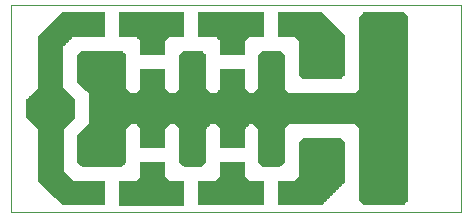
<source format=gtl>
*%FSLAX23Y23*%
*%MOIN*%
G01*
%ADD11C,0.000*%
%ADD12C,0.001*%
%ADD13C,0.007*%
%ADD14C,0.070*%
%ADD15C,0.074*%
%ADD16C,0.082*%
D11*
X2295Y1950D02*
Y2050D01*
X2295D02*
Y1950D01*
X2296Y2022D02*
X2292D01*
Y2021D02*
X2296D01*
Y2021D02*
X2292D01*
Y2021D02*
X2296D01*
Y2021D02*
X2292D01*
Y2021D02*
X2296D01*
Y2021D02*
X2292D01*
Y2021D02*
X2296D01*
Y2021D02*
X2292D01*
Y2021D02*
X2296D01*
Y2020D02*
X2292D01*
Y2020D02*
X2296D01*
Y2020D02*
X2292D01*
Y2020D02*
X2296D01*
Y2020D02*
X2292D01*
Y2020D02*
X2296D01*
Y2020D02*
X2292D01*
Y2020D02*
X2296D01*
Y2020D02*
X2292D01*
Y2020D02*
X2296D01*
Y2020D02*
X2292D01*
Y2019D02*
X2296D01*
Y2019D02*
X2292D01*
Y2019D02*
X2296D01*
Y2019D02*
X2292D01*
Y2019D02*
X2296D01*
Y2019D02*
X2292D01*
Y2019D02*
X2296D01*
Y2019D02*
X2292D01*
Y2019D02*
X2296D01*
Y2018D02*
X2292D01*
Y2018D02*
X2296D01*
Y2018D02*
X2292D01*
Y2018D02*
X2296D01*
Y2018D02*
X2292D01*
Y2018D02*
X2296D01*
Y2018D02*
X2292D01*
Y2018D02*
X2296D01*
Y2018D02*
X2292D01*
Y2018D02*
X2296D01*
Y2018D02*
X2292D01*
Y2017D02*
X2296D01*
Y2017D02*
X2292D01*
Y2017D02*
X2296D01*
Y2017D02*
X2292D01*
Y2017D02*
X2296D01*
Y2017D02*
X2292D01*
Y2017D02*
X2296D01*
Y2017D02*
X2292D01*
Y2017D02*
X2296D01*
Y2016D02*
X2292D01*
Y2016D02*
X2296D01*
Y2016D02*
X2292D01*
Y2016D02*
X2296D01*
Y2016D02*
X2292D01*
Y2016D02*
X2296D01*
Y2016D02*
X2292D01*
Y2016D02*
X2296D01*
Y2016D02*
X2292D01*
Y2016D02*
X2296D01*
Y2016D02*
X2292D01*
Y2015D02*
X2296D01*
Y2015D02*
X2292D01*
Y2015D02*
X2296D01*
Y2015D02*
X2292D01*
Y2015D02*
X2296D01*
Y2015D02*
X2292D01*
Y2015D02*
X2296D01*
Y2015D02*
X2292D01*
Y2015D02*
X2296D01*
Y2014D02*
X2292D01*
Y2014D02*
X2296D01*
Y2014D02*
X2292D01*
Y2014D02*
X2296D01*
Y2014D02*
X2292D01*
Y2014D02*
X2296D01*
Y2014D02*
X2292D01*
Y2014D02*
X2296D01*
Y2014D02*
X2292D01*
Y2014D02*
X2296D01*
Y2014D02*
X2292D01*
Y2013D02*
X2296D01*
Y2013D02*
X2292D01*
Y2013D02*
X2296D01*
Y2013D02*
X2292D01*
Y2013D02*
X2296D01*
Y2013D02*
X2292D01*
Y2013D02*
X2296D01*
Y2013D02*
X2292D01*
Y2013D02*
X2296D01*
Y2012D02*
X2292D01*
Y2012D02*
X2296D01*
Y2012D02*
X2292D01*
Y2012D02*
X2296D01*
Y2012D02*
X2292D01*
Y2012D02*
X2296D01*
Y2012D02*
X2292D01*
Y2012D02*
X2296D01*
Y2012D02*
X2292D01*
Y2012D02*
X2296D01*
Y2012D02*
X2292D01*
Y2011D02*
X2296D01*
Y2011D02*
X2292D01*
Y2011D02*
X2296D01*
Y2011D02*
X2292D01*
Y2011D02*
X2296D01*
Y2011D02*
X2292D01*
Y2011D02*
X2296D01*
Y2011D02*
X2292D01*
Y2011D02*
X2296D01*
Y2010D02*
X2292D01*
Y2010D02*
X2296D01*
Y2010D02*
X2292D01*
Y2010D02*
X2296D01*
Y2010D02*
X2292D01*
Y2010D02*
X2296D01*
Y2010D02*
X2292D01*
Y2010D02*
X2296D01*
Y2010D02*
X2292D01*
Y2010D02*
X2296D01*
Y2010D02*
X2292D01*
Y2009D02*
X2296D01*
Y2009D02*
X2292D01*
Y2009D02*
X2296D01*
Y2009D02*
X2292D01*
Y2009D02*
X2296D01*
Y2009D02*
X2292D01*
Y2009D02*
X2296D01*
Y2009D02*
X2292D01*
Y2009D02*
X2296D01*
Y2008D02*
X2292D01*
Y2008D02*
X2296D01*
Y2008D02*
X2292D01*
Y2008D02*
X2296D01*
Y2008D02*
X2292D01*
Y2008D02*
X2296D01*
Y2008D02*
X2292D01*
Y2008D02*
X2296D01*
Y2008D02*
X2292D01*
Y2008D02*
X2296D01*
Y2008D02*
X2292D01*
Y2007D02*
X2296D01*
Y2007D02*
X2292D01*
Y2007D02*
X2296D01*
Y2007D02*
X2292D01*
Y2007D02*
X2296D01*
Y2007D02*
X2292D01*
Y2007D02*
X2296D01*
Y2007D02*
X2292D01*
Y2007D02*
X2296D01*
Y2006D02*
X2292D01*
Y2006D02*
X2296D01*
Y2006D02*
X2292D01*
Y2006D02*
X2296D01*
Y2006D02*
X2292D01*
Y2006D02*
X2296D01*
Y2006D02*
X2292D01*
Y2006D02*
X2296D01*
Y2006D02*
X2292D01*
Y2006D02*
X2296D01*
Y2006D02*
X2292D01*
Y2005D02*
X2296D01*
Y2005D02*
X2292D01*
Y2005D02*
X2296D01*
Y2005D02*
X2292D01*
Y2005D02*
X2296D01*
Y2005D02*
X2292D01*
Y2005D02*
X2296D01*
Y2005D02*
X2292D01*
Y2005D02*
X2296D01*
Y2004D02*
X2292D01*
Y2004D02*
X2296D01*
Y2004D02*
X2292D01*
Y2004D02*
X2296D01*
Y2004D02*
X2292D01*
Y2004D02*
X2296D01*
Y2004D02*
X2292D01*
Y2004D02*
X2296D01*
Y2004D02*
X2292D01*
Y2004D02*
X2296D01*
Y2004D02*
X2292D01*
Y2003D02*
X2296D01*
Y2003D02*
X2292D01*
Y2003D02*
X2296D01*
Y2003D02*
X2292D01*
Y2003D02*
X2296D01*
Y2003D02*
X2292D01*
Y2003D02*
X2296D01*
Y2003D02*
X2292D01*
Y2003D02*
X2296D01*
Y2002D02*
X2292D01*
Y2002D02*
X2296D01*
Y2002D02*
X2292D01*
Y2002D02*
X2296D01*
Y2002D02*
X2292D01*
Y2002D02*
X2296D01*
Y2002D02*
X2292D01*
Y2002D02*
X2296D01*
Y2002D02*
X2292D01*
Y2002D02*
X2296D01*
Y2002D02*
X2292D01*
Y2001D02*
X2296D01*
Y2001D02*
X2292D01*
Y2001D02*
X2296D01*
Y2001D02*
X2292D01*
Y2001D02*
X2296D01*
Y2001D02*
X2292D01*
Y2001D02*
X2296D01*
Y2001D02*
X2292D01*
Y2001D02*
X2296D01*
Y2000D02*
X2292D01*
Y2000D02*
X2296D01*
Y2000D02*
X2292D01*
Y2000D02*
X2296D01*
Y2000D02*
X2292D01*
Y2000D02*
X2296D01*
Y2000D02*
X2292D01*
Y2000D02*
X2296D01*
Y2000D02*
X2292D01*
Y2000D02*
X2296D01*
Y2000D02*
X2292D01*
Y1999D02*
X2296D01*
Y1999D02*
X2292D01*
Y1999D02*
X2296D01*
Y1999D02*
X2292D01*
Y1999D02*
X2296D01*
Y1999D02*
X2292D01*
Y1999D02*
X2296D01*
Y1999D02*
X2292D01*
Y1999D02*
X2296D01*
Y1998D02*
X2292D01*
Y1998D02*
X2296D01*
Y1998D02*
X2292D01*
Y1998D02*
X2296D01*
Y1998D02*
X2292D01*
Y1998D02*
X2296D01*
Y1998D02*
X2292D01*
Y1998D02*
X2296D01*
Y1998D02*
X2292D01*
Y1998D02*
X2296D01*
Y1998D02*
X2292D01*
Y1997D02*
X2296D01*
Y1997D02*
X2292D01*
Y1997D02*
X2296D01*
Y1997D02*
X2292D01*
Y1997D02*
X2296D01*
Y1997D02*
X2292D01*
Y1997D02*
X2296D01*
Y1997D02*
X2292D01*
Y1997D02*
X2296D01*
Y1996D02*
X2292D01*
Y1996D02*
X2296D01*
Y1996D02*
X2292D01*
Y1996D02*
X2296D01*
Y1996D02*
X2292D01*
Y1996D02*
X2296D01*
Y1996D02*
X2292D01*
Y1996D02*
X2296D01*
Y1996D02*
X2292D01*
Y1996D02*
X2296D01*
Y1996D02*
X2292D01*
Y1995D02*
X2296D01*
Y1995D02*
X2292D01*
Y1995D02*
X2296D01*
Y1995D02*
X2292D01*
Y1995D02*
X2296D01*
Y1995D02*
X2292D01*
Y1995D02*
X2296D01*
Y1995D02*
X2292D01*
Y1995D02*
X2296D01*
Y1994D02*
X2292D01*
Y1994D02*
X2296D01*
Y1994D02*
X2292D01*
Y1994D02*
X2296D01*
Y1994D02*
X2292D01*
Y1994D02*
X2296D01*
Y1994D02*
X2292D01*
Y1994D02*
X2296D01*
Y1994D02*
X2292D01*
Y1994D02*
X2296D01*
Y1994D02*
X2292D01*
Y1993D02*
X2296D01*
Y1993D02*
X2292D01*
Y1993D02*
X2296D01*
Y1993D02*
X2292D01*
Y1993D02*
X2296D01*
Y1993D02*
X2292D01*
Y1993D02*
X2296D01*
Y1993D02*
X2292D01*
Y1993D02*
X2296D01*
Y1992D02*
X2292D01*
Y1992D02*
X2296D01*
Y1992D02*
X2292D01*
Y1992D02*
X2296D01*
Y1992D02*
X2292D01*
Y1992D02*
X2296D01*
Y1992D02*
X2292D01*
Y1992D02*
X2296D01*
Y1992D02*
X2292D01*
Y1992D02*
X2296D01*
Y1992D02*
X2292D01*
Y1991D02*
X2296D01*
Y1991D02*
X2292D01*
Y1991D02*
X2296D01*
Y1991D02*
X2292D01*
Y1991D02*
X2296D01*
Y1991D02*
X2292D01*
Y1991D02*
X2296D01*
Y1991D02*
X2292D01*
Y1991D02*
X2296D01*
Y1990D02*
X2292D01*
Y1990D02*
X2296D01*
Y1990D02*
X2292D01*
Y1990D02*
X2296D01*
Y1990D02*
X2292D01*
Y1990D02*
X2296D01*
Y1990D02*
X2292D01*
Y1990D02*
X2296D01*
Y1990D02*
X2292D01*
Y1990D02*
X2296D01*
Y1990D02*
X2292D01*
Y1989D02*
X2296D01*
Y1989D02*
X2292D01*
Y1989D02*
X2296D01*
Y1989D02*
X2292D01*
Y1989D02*
X2296D01*
Y1989D02*
X2292D01*
Y1989D02*
X2296D01*
Y1989D02*
X2292D01*
Y1989D02*
X2296D01*
Y1988D02*
X2292D01*
Y1988D02*
X2296D01*
Y1988D02*
X2292D01*
Y1988D02*
X2296D01*
Y1988D02*
X2292D01*
Y1988D02*
X2296D01*
Y1988D02*
X2292D01*
Y1988D02*
X2296D01*
Y1988D02*
X2292D01*
Y1988D02*
X2296D01*
Y1988D02*
X2292D01*
Y1987D02*
X2296D01*
Y1987D02*
X2292D01*
Y1987D02*
X2296D01*
Y1987D02*
X2292D01*
Y1987D02*
X2296D01*
Y1987D02*
X2292D01*
Y1987D02*
X2296D01*
Y1987D02*
X2292D01*
Y1987D02*
X2296D01*
Y1986D02*
X2292D01*
Y1986D02*
X2296D01*
Y1986D02*
X2292D01*
Y1986D02*
X2296D01*
Y1986D02*
X2292D01*
Y1986D02*
X2296D01*
Y1986D02*
X2292D01*
Y1986D02*
X2296D01*
Y1986D02*
X2292D01*
Y1986D02*
X2296D01*
Y1986D02*
X2292D01*
Y1985D02*
X2296D01*
Y1985D02*
X2292D01*
Y1985D02*
X2296D01*
Y1985D02*
X2292D01*
Y1985D02*
X2296D01*
Y1985D02*
X2292D01*
Y1985D02*
X2296D01*
Y1985D02*
X2292D01*
Y1985D02*
X2296D01*
Y1984D02*
X2292D01*
Y1984D02*
X2296D01*
Y1984D02*
X2292D01*
Y1984D02*
X2296D01*
Y1984D02*
X2292D01*
Y1984D02*
X2296D01*
Y1984D02*
X2292D01*
Y1984D02*
X2296D01*
Y1984D02*
X2292D01*
Y1984D02*
X2296D01*
Y1984D02*
X2292D01*
Y1983D02*
X2296D01*
Y1983D02*
X2292D01*
Y1983D02*
X2296D01*
Y1983D02*
X2292D01*
Y1983D02*
X2296D01*
Y1983D02*
X2292D01*
Y1983D02*
X2296D01*
Y1983D02*
X2292D01*
Y1983D02*
X2296D01*
Y1982D02*
X2292D01*
Y1982D02*
X2296D01*
Y1982D02*
X2292D01*
Y1982D02*
X2296D01*
Y1982D02*
X2292D01*
Y1982D02*
X2296D01*
Y1982D02*
X2292D01*
Y1982D02*
X2296D01*
Y1982D02*
X2292D01*
Y1982D02*
X2296D01*
Y1982D02*
X2292D01*
Y1981D02*
X2296D01*
Y1981D02*
X2292D01*
Y1981D02*
X2296D01*
Y1981D02*
X2292D01*
Y1981D02*
X2296D01*
Y1981D02*
X2292D01*
Y1981D02*
X2296D01*
Y1981D02*
X2292D01*
Y1981D02*
X2296D01*
Y1980D02*
X2292D01*
Y1980D02*
X2296D01*
Y1980D02*
X2292D01*
Y1980D02*
X2296D01*
Y1980D02*
X2292D01*
Y1980D02*
X2296D01*
Y1980D02*
X2292D01*
Y1980D02*
X2296D01*
Y1980D02*
X2292D01*
Y1980D02*
X2296D01*
Y1980D02*
X2292D01*
Y1979D02*
X2296D01*
Y1979D02*
X2292D01*
Y1979D02*
X2296D01*
Y1979D02*
X2292D01*
Y1979D02*
X2296D01*
Y1979D02*
X2292D01*
Y1979D02*
X2296D01*
Y1979D02*
X2292D01*
Y1979D02*
X2296D01*
Y1978D02*
X2292D01*
Y1978D02*
X2296D01*
Y1978D02*
X2292D01*
Y1978D02*
X2296D01*
Y1978D02*
X2292D01*
Y1978D02*
X2296D01*
Y1978D02*
X2292D01*
Y1978D02*
X2296D01*
Y1978D02*
X2292D01*
Y1978D02*
X2296D01*
Y1978D02*
X2292D01*
Y1977D02*
X2296D01*
Y1977D02*
X2292D01*
Y1977D02*
X2296D01*
Y1977D02*
X2292D01*
Y1977D02*
X2296D01*
Y1977D02*
X2292D01*
Y1977D02*
X2296D01*
Y1977D02*
X2292D01*
Y1977D02*
X2296D01*
Y1976D02*
X2292D01*
Y1976D02*
X2296D01*
Y1976D02*
X2292D01*
Y1976D02*
X2296D01*
Y1976D02*
X2292D01*
Y1976D02*
X2296D01*
Y1976D02*
X2292D01*
Y1976D02*
X2296D01*
Y1976D02*
X2292D01*
Y1976D02*
X2296D01*
Y1976D02*
X2292D01*
Y1975D02*
X2296D01*
Y1975D02*
X2292D01*
Y1975D02*
X2296D01*
Y1975D02*
X2292D01*
Y1975D02*
X2296D01*
Y1975D02*
X2292D01*
Y1975D02*
X2296D01*
Y1975D02*
X2292D01*
Y1975D02*
X2296D01*
Y1974D02*
X2292D01*
Y1974D02*
X2296D01*
Y1974D02*
X2292D01*
Y1974D02*
X2296D01*
Y1974D02*
X2292D01*
Y1974D02*
X2296D01*
Y1974D02*
X2292D01*
Y1974D02*
X2296D01*
Y1974D02*
X2292D01*
Y1974D02*
X2296D01*
Y1974D02*
X2292D01*
Y1973D02*
X2296D01*
Y1973D02*
X2292D01*
Y1973D02*
X2296D01*
Y1973D02*
X2292D01*
Y1973D02*
X2296D01*
Y1973D02*
X2292D01*
Y1973D02*
X2296D01*
Y1973D02*
X2292D01*
Y1973D02*
X2296D01*
Y1972D02*
X2292D01*
Y1972D02*
X2296D01*
Y1972D02*
X2292D01*
Y1972D02*
X2296D01*
Y1972D02*
X2292D01*
Y1972D02*
X2296D01*
Y1972D02*
X2292D01*
Y1972D02*
X2296D01*
Y1972D02*
X2292D01*
Y1972D02*
X2296D01*
Y1972D02*
X2292D01*
Y1971D02*
X2296D01*
Y1971D02*
X2292D01*
Y1971D02*
X2296D01*
Y1971D02*
X2292D01*
Y1971D02*
X2296D01*
Y1971D02*
X2292D01*
Y1971D02*
X2296D01*
Y1971D02*
X2292D01*
Y1971D02*
X2296D01*
Y1970D02*
X2292D01*
Y1970D02*
X2296D01*
Y1970D02*
X2292D01*
Y1970D02*
X2296D01*
Y1970D02*
X2292D01*
Y1970D02*
X2296D01*
Y1970D02*
X2292D01*
Y1970D02*
X2296D01*
Y1970D02*
X2292D01*
Y1970D02*
X2296D01*
Y1970D02*
X2292D01*
Y1969D02*
X2296D01*
Y1969D02*
X2292D01*
Y1969D02*
X2296D01*
Y1969D02*
X2292D01*
Y1969D02*
X2296D01*
Y1969D02*
X2292D01*
Y1969D02*
X2296D01*
Y1969D02*
X2292D01*
Y1969D02*
X2296D01*
Y1968D02*
X2292D01*
Y1968D02*
X2296D01*
Y1968D02*
X2292D01*
Y1968D02*
X2296D01*
Y1968D02*
X2292D01*
Y1968D02*
X2296D01*
Y1968D02*
X2292D01*
Y1968D02*
X2296D01*
Y1968D02*
X2292D01*
Y1968D02*
X2296D01*
Y1968D02*
X2292D01*
Y1967D02*
X2296D01*
Y1967D02*
X2292D01*
Y1967D02*
X2296D01*
Y1967D02*
X2292D01*
Y1967D02*
X2296D01*
Y1967D02*
X2292D01*
Y1967D02*
X2296D01*
Y1967D02*
X2292D01*
Y1967D02*
X2296D01*
Y1966D02*
X2292D01*
Y1966D02*
X2296D01*
Y1966D02*
X2292D01*
Y1966D02*
X2296D01*
Y1966D02*
X2292D01*
Y1966D02*
X2296D01*
Y1966D02*
X2292D01*
Y1966D02*
X2296D01*
Y1966D02*
X2292D01*
Y1966D02*
X2296D01*
Y1966D02*
X2292D01*
Y1965D02*
X2296D01*
Y1965D02*
X2292D01*
Y1965D02*
X2296D01*
Y1965D02*
X2292D01*
Y1965D02*
X2296D01*
Y1965D02*
X2292D01*
Y1965D02*
X2296D01*
Y1965D02*
X2292D01*
Y1965D02*
X2296D01*
Y1964D02*
X2292D01*
Y1964D02*
X2296D01*
Y1964D02*
X2292D01*
Y1964D02*
X2296D01*
Y1964D02*
X2292D01*
Y1964D02*
X2296D01*
Y1964D02*
X2292D01*
Y1964D02*
X2296D01*
Y1964D02*
X2292D01*
Y1964D02*
X2296D01*
Y1964D02*
X2292D01*
Y1963D02*
X2296D01*
Y1963D02*
X2292D01*
Y1963D02*
X2296D01*
Y1963D02*
X2292D01*
Y1963D02*
X2296D01*
Y1963D02*
X2292D01*
Y1963D02*
X2296D01*
Y1963D02*
X2292D01*
Y1963D02*
X2296D01*
Y1962D02*
X2292D01*
Y1962D02*
X2296D01*
Y1962D02*
X2292D01*
Y1962D02*
X2296D01*
Y1962D02*
X2292D01*
Y1962D02*
X2296D01*
Y1962D02*
X2292D01*
Y1962D02*
X2296D01*
Y1962D02*
X2292D01*
Y1962D02*
X2296D01*
Y1962D02*
X2292D01*
Y1961D02*
X2296D01*
Y1961D02*
X2292D01*
Y1961D02*
X2296D01*
Y1961D02*
X2292D01*
Y1961D02*
X2296D01*
Y1961D02*
X2292D01*
Y1961D02*
X2296D01*
Y1961D02*
X2292D01*
Y1961D02*
X2296D01*
Y1960D02*
X2292D01*
Y1960D02*
X2296D01*
Y1960D02*
X2292D01*
Y1960D02*
X2296D01*
Y1960D02*
X2292D01*
Y1960D02*
X2296D01*
Y1960D02*
X2292D01*
Y1960D02*
X2296D01*
Y1960D02*
X2292D01*
Y1960D02*
X2296D01*
Y1960D02*
X2292D01*
Y1959D02*
X2296D01*
Y1959D02*
X2292D01*
Y1959D02*
X2296D01*
Y1959D02*
X2292D01*
Y1959D02*
X2296D01*
Y1959D02*
X2292D01*
Y1959D02*
X2296D01*
Y1959D02*
X2292D01*
Y1959D02*
X2296D01*
Y1958D02*
X2292D01*
Y1958D02*
X2296D01*
Y1958D02*
X2292D01*
Y1958D02*
X2296D01*
Y1958D02*
X2292D01*
Y1958D02*
X2296D01*
Y1958D02*
X2292D01*
Y1958D02*
X2296D01*
Y1958D02*
X2292D01*
Y1958D02*
X2296D01*
Y1958D02*
X2292D01*
Y1957D02*
X2296D01*
Y1957D02*
X2292D01*
Y1957D02*
X2296D01*
Y1957D02*
X2292D01*
Y1957D02*
X2296D01*
Y1957D02*
X2292D01*
Y1957D02*
X2296D01*
Y1957D02*
X2292D01*
Y1957D02*
X2296D01*
Y1956D02*
X2292D01*
Y1956D02*
X2296D01*
Y1956D02*
X2292D01*
Y1956D02*
X2296D01*
Y1956D02*
X2292D01*
Y1956D02*
X2296D01*
Y1956D02*
X2292D01*
Y1956D02*
X2296D01*
Y1956D02*
X2292D01*
Y1956D02*
X2296D01*
Y1956D02*
X2292D01*
Y1955D02*
X2296D01*
Y1955D02*
X2292D01*
Y1955D02*
X2296D01*
Y1955D02*
X2292D01*
Y1955D02*
X2296D01*
Y1955D02*
X2292D01*
Y1955D02*
X2296D01*
Y1955D02*
X2292D01*
Y1955D02*
X2296D01*
Y1954D02*
X2292D01*
Y1954D02*
X2296D01*
Y1954D02*
X2292D01*
Y1954D02*
X2296D01*
Y1954D02*
X2292D01*
Y1954D02*
X2296D01*
Y1954D02*
X2292D01*
Y1954D02*
X2296D01*
Y1954D02*
X2292D01*
Y1954D02*
X2296D01*
Y1954D02*
X2292D01*
Y1953D02*
X2296D01*
Y1953D02*
X2292D01*
Y1953D02*
X2296D01*
Y1953D02*
X2292D01*
Y1953D02*
X2296D01*
Y1953D02*
X2292D01*
Y1953D02*
X2296D01*
Y1953D02*
X2292D01*
Y1953D02*
X2296D01*
Y1952D02*
X2292D01*
Y1952D02*
X2296D01*
Y1952D02*
X2292D01*
Y1952D02*
X2296D01*
Y1952D02*
X2292D01*
Y1952D02*
X2296D01*
Y1952D02*
X2292D01*
Y1952D02*
X2296D01*
Y1952D02*
X2292D01*
Y1952D02*
X2296D01*
Y1952D02*
X2292D01*
Y1951D02*
X2296D01*
Y1951D02*
X2292D01*
Y1951D02*
X2296D01*
Y1951D02*
X2292D01*
Y1951D02*
X2296D01*
Y1951D02*
X2292D01*
Y1951D02*
X2296D01*
Y1951D02*
X2292D01*
Y1951D02*
X2296D01*
Y1950D02*
X2292D01*
Y1950D02*
X2296D01*
Y1950D02*
X2292D01*
Y1950D02*
X2296D01*
Y1950D02*
X2292D01*
X2296Y1950D02*
Y2050D01*
X2292D01*
Y1950D02*
X2296D01*
X2296D02*
Y2050D01*
X2296D02*
Y1950D01*
X2296D02*
Y2050D01*
X2296D02*
Y1950D01*
X2296D02*
Y2050D01*
X2295D02*
Y1950D01*
X2295D02*
Y2050D01*
X2295D02*
Y1950D01*
X2295D02*
Y2050D01*
X2295D02*
Y1950D01*
X2295D02*
Y2050D01*
X2295D02*
Y1950D01*
X2294D02*
Y2050D01*
X2294D02*
Y1950D01*
X2294D02*
Y2050D01*
X2294D02*
Y1950D01*
X2294D02*
Y2050D01*
X2294D02*
Y1950D01*
X2294D02*
Y2050D01*
X2294D02*
Y1950D01*
X2294D02*
Y2050D01*
X2294D02*
Y1950D01*
X2294D02*
Y2050D01*
X2293D02*
Y1950D01*
X2293D02*
Y2050D01*
X2293D02*
Y1950D01*
X2293D02*
Y2050D01*
X2293D02*
Y1950D01*
X2293D02*
Y2050D01*
X2293D02*
Y1950D01*
X2293D02*
Y2050D01*
X2293D02*
Y1950D01*
X2292D02*
Y2050D01*
X2292D02*
Y1950D01*
X2292D02*
Y2050D01*
X2292D02*
Y1950D01*
X2292D02*
Y2050D01*
X2292D02*
Y1950D01*
Y2050D02*
X2296D01*
Y2050D02*
X2292D01*
Y2050D02*
X2296D01*
Y2050D02*
X2292D01*
Y2050D02*
X2296D01*
Y2049D02*
X2292D01*
Y2049D02*
X2296D01*
Y2049D02*
X2292D01*
Y2049D02*
X2296D01*
Y2049D02*
X2292D01*
Y2049D02*
X2296D01*
Y2049D02*
X2292D01*
Y2049D02*
X2296D01*
Y2049D02*
X2292D01*
Y2048D02*
X2296D01*
Y2048D02*
X2292D01*
Y2048D02*
X2296D01*
Y2048D02*
X2292D01*
Y2048D02*
X2296D01*
Y2048D02*
X2292D01*
Y2048D02*
X2296D01*
Y2048D02*
X2292D01*
Y2048D02*
X2296D01*
Y2048D02*
X2292D01*
Y2048D02*
X2296D01*
Y2047D02*
X2292D01*
Y2047D02*
X2296D01*
Y2047D02*
X2292D01*
Y2047D02*
X2296D01*
Y2047D02*
X2292D01*
Y2047D02*
X2296D01*
Y2047D02*
X2292D01*
Y2047D02*
X2296D01*
Y2047D02*
X2292D01*
Y2046D02*
X2296D01*
Y2046D02*
X2292D01*
Y2046D02*
X2296D01*
Y2046D02*
X2292D01*
Y2046D02*
X2296D01*
Y2046D02*
X2292D01*
Y2046D02*
X2296D01*
Y2046D02*
X2292D01*
Y2046D02*
X2296D01*
Y2046D02*
X2292D01*
Y2046D02*
X2296D01*
Y2045D02*
X2292D01*
Y2045D02*
X2296D01*
Y2045D02*
X2292D01*
Y2045D02*
X2296D01*
Y2045D02*
X2292D01*
Y2045D02*
X2296D01*
Y2045D02*
X2292D01*
Y2045D02*
X2296D01*
Y2045D02*
X2292D01*
Y2044D02*
X2296D01*
Y2044D02*
X2292D01*
Y2044D02*
X2296D01*
Y2044D02*
X2292D01*
Y2044D02*
X2296D01*
Y2044D02*
X2292D01*
Y2044D02*
X2296D01*
Y2044D02*
X2292D01*
Y2044D02*
X2296D01*
Y2044D02*
X2292D01*
Y2044D02*
X2296D01*
Y2043D02*
X2292D01*
Y2043D02*
X2296D01*
Y2043D02*
X2292D01*
Y2043D02*
X2296D01*
Y2043D02*
X2292D01*
Y2043D02*
X2296D01*
Y2043D02*
X2292D01*
Y2043D02*
X2296D01*
Y2043D02*
X2292D01*
Y2042D02*
X2296D01*
Y2042D02*
X2292D01*
Y2042D02*
X2296D01*
Y2042D02*
X2292D01*
Y2042D02*
X2296D01*
Y2042D02*
X2292D01*
Y2042D02*
X2296D01*
Y2042D02*
X2292D01*
Y2042D02*
X2296D01*
Y2042D02*
X2292D01*
Y2042D02*
X2296D01*
Y2041D02*
X2292D01*
Y2041D02*
X2296D01*
Y2041D02*
X2292D01*
Y2041D02*
X2296D01*
Y2041D02*
X2292D01*
Y2041D02*
X2296D01*
Y2041D02*
X2292D01*
Y2041D02*
X2296D01*
Y2041D02*
X2292D01*
Y2040D02*
X2296D01*
Y2040D02*
X2292D01*
Y2040D02*
X2296D01*
Y2040D02*
X2292D01*
Y2040D02*
X2296D01*
Y2040D02*
X2292D01*
Y2040D02*
X2296D01*
Y2040D02*
X2292D01*
Y2040D02*
X2296D01*
Y2040D02*
X2292D01*
Y2040D02*
X2296D01*
Y2039D02*
X2292D01*
Y2039D02*
X2296D01*
Y2039D02*
X2292D01*
Y2039D02*
X2296D01*
Y2039D02*
X2292D01*
Y2039D02*
X2296D01*
Y2039D02*
X2292D01*
Y2039D02*
X2296D01*
Y2039D02*
X2292D01*
Y2038D02*
X2296D01*
Y2038D02*
X2292D01*
Y2038D02*
X2296D01*
Y2038D02*
X2292D01*
Y2038D02*
X2296D01*
Y2038D02*
X2292D01*
Y2038D02*
X2296D01*
Y2038D02*
X2292D01*
Y2038D02*
X2296D01*
Y2038D02*
X2292D01*
Y2038D02*
X2296D01*
Y2037D02*
X2292D01*
Y2037D02*
X2296D01*
Y2037D02*
X2292D01*
Y2037D02*
X2296D01*
Y2037D02*
X2292D01*
Y2037D02*
X2296D01*
Y2037D02*
X2292D01*
Y2037D02*
X2296D01*
Y2037D02*
X2292D01*
Y2036D02*
X2296D01*
Y2036D02*
X2292D01*
Y2036D02*
X2296D01*
Y2036D02*
X2292D01*
Y2036D02*
X2296D01*
Y2036D02*
X2292D01*
Y2036D02*
X2296D01*
Y2036D02*
X2292D01*
Y2036D02*
X2296D01*
Y2036D02*
X2292D01*
Y2036D02*
X2296D01*
Y2035D02*
X2292D01*
Y2035D02*
X2296D01*
Y2035D02*
X2292D01*
Y2035D02*
X2296D01*
Y2035D02*
X2292D01*
Y2035D02*
X2296D01*
Y2035D02*
X2292D01*
Y2035D02*
X2296D01*
Y2035D02*
X2292D01*
Y2034D02*
X2296D01*
Y2034D02*
X2292D01*
Y2034D02*
X2296D01*
Y2034D02*
X2292D01*
Y2034D02*
X2296D01*
Y2034D02*
X2292D01*
Y2034D02*
X2296D01*
Y2034D02*
X2292D01*
Y2034D02*
X2296D01*
Y2034D02*
X2292D01*
Y2034D02*
X2296D01*
Y2033D02*
X2292D01*
Y2033D02*
X2296D01*
Y2033D02*
X2292D01*
Y2033D02*
X2296D01*
Y2033D02*
X2292D01*
Y2033D02*
X2296D01*
Y2033D02*
X2292D01*
Y2033D02*
X2296D01*
Y2033D02*
X2292D01*
Y2032D02*
X2296D01*
Y2032D02*
X2292D01*
Y2032D02*
X2296D01*
Y2032D02*
X2292D01*
Y2032D02*
X2296D01*
Y2032D02*
X2292D01*
Y2032D02*
X2296D01*
Y2032D02*
X2292D01*
Y2032D02*
X2296D01*
Y2032D02*
X2292D01*
Y2032D02*
X2296D01*
Y2031D02*
X2292D01*
Y2031D02*
X2296D01*
Y2031D02*
X2292D01*
Y2031D02*
X2296D01*
Y2031D02*
X2292D01*
Y2031D02*
X2296D01*
Y2031D02*
X2292D01*
Y2031D02*
X2296D01*
Y2031D02*
X2292D01*
Y2030D02*
X2296D01*
Y2030D02*
X2292D01*
Y2030D02*
X2296D01*
Y2030D02*
X2292D01*
Y2030D02*
X2296D01*
Y2030D02*
X2292D01*
Y2030D02*
X2296D01*
Y2030D02*
X2292D01*
Y2030D02*
X2296D01*
Y2030D02*
X2292D01*
Y2030D02*
X2296D01*
Y2029D02*
X2292D01*
Y2029D02*
X2296D01*
Y2029D02*
X2292D01*
Y2029D02*
X2296D01*
Y2029D02*
X2292D01*
Y2029D02*
X2296D01*
Y2029D02*
X2292D01*
Y2029D02*
X2296D01*
Y2029D02*
X2292D01*
Y2028D02*
X2296D01*
Y2028D02*
X2292D01*
Y2028D02*
X2296D01*
Y2028D02*
X2292D01*
Y2028D02*
X2296D01*
Y2028D02*
X2292D01*
Y2028D02*
X2296D01*
Y2028D02*
X2292D01*
Y2028D02*
X2296D01*
Y2028D02*
X2292D01*
Y2028D02*
X2296D01*
Y2027D02*
X2292D01*
Y2027D02*
X2296D01*
Y2027D02*
X2292D01*
Y2027D02*
X2296D01*
Y2027D02*
X2292D01*
Y2027D02*
X2296D01*
Y2027D02*
X2292D01*
Y2027D02*
X2296D01*
Y2027D02*
X2292D01*
Y2026D02*
X2296D01*
Y2026D02*
X2292D01*
Y2026D02*
X2296D01*
Y2026D02*
X2292D01*
Y2026D02*
X2296D01*
Y2026D02*
X2292D01*
Y2026D02*
X2296D01*
Y2026D02*
X2292D01*
Y2026D02*
X2296D01*
Y2026D02*
X2292D01*
Y2026D02*
X2296D01*
Y2025D02*
X2292D01*
Y2025D02*
X2296D01*
Y2025D02*
X2292D01*
Y2025D02*
X2296D01*
Y2025D02*
X2292D01*
Y2025D02*
X2296D01*
Y2025D02*
X2292D01*
Y2025D02*
X2296D01*
Y2025D02*
X2292D01*
Y2024D02*
X2296D01*
Y2024D02*
X2292D01*
Y2024D02*
X2296D01*
Y2024D02*
X2292D01*
Y2024D02*
X2296D01*
Y2024D02*
X2292D01*
Y2024D02*
X2296D01*
Y2024D02*
X2292D01*
Y2024D02*
X2296D01*
Y2024D02*
X2292D01*
Y2024D02*
X2296D01*
Y2023D02*
X2292D01*
Y2023D02*
X2296D01*
Y2023D02*
X2292D01*
Y2023D02*
X2296D01*
Y2023D02*
X2292D01*
Y2023D02*
X2296D01*
Y2023D02*
X2292D01*
Y2023D02*
X2296D01*
Y2023D02*
X2292D01*
Y2022D02*
X2296D01*
Y2022D02*
X2292D01*
Y2022D02*
X2296D01*
Y2022D02*
X2292D01*
Y2022D02*
X2296D01*
Y2022D02*
X2292D01*
Y2022D02*
X2296D01*
Y2022D02*
X2292D01*
Y2022D02*
X2296D01*
Y2022D02*
X2292D01*
D12*
X1750Y1656D02*
X3250D01*
Y2344D01*
X1750D01*
Y1656D01*
X1840Y1758D02*
X1841D01*
X2057D01*
X1960D01*
Y1759D02*
Y1680D01*
X1960D02*
Y1759D01*
X1961D02*
Y1680D01*
X1962D02*
Y1759D01*
X1962D02*
Y1680D01*
X1962D02*
Y1759D01*
X1963D02*
Y1680D01*
X1964D02*
Y1759D01*
X1964D02*
Y1680D01*
X1964D02*
Y1759D01*
X1965D02*
Y1680D01*
X1966D02*
Y1759D01*
X1966D02*
Y1680D01*
X1966D02*
Y1759D01*
X1967D02*
Y1680D01*
X1968D02*
Y1759D01*
X1968D02*
Y1680D01*
X1968D02*
Y1759D01*
X1969D02*
Y1680D01*
X1970D02*
Y1759D01*
X1970D02*
Y1680D01*
X1970D02*
Y1759D01*
X1971D02*
Y1680D01*
X1972D02*
Y1759D01*
X1972D02*
Y1680D01*
X1972D02*
Y1759D01*
X1973D02*
Y1680D01*
X1974D02*
Y1759D01*
X1974D02*
Y1680D01*
X1974D02*
Y1759D01*
X1975D02*
Y1680D01*
X1976D02*
Y1759D01*
X1976D02*
Y1680D01*
X1976D02*
Y1759D01*
X1977D02*
Y1680D01*
X1978D02*
Y1759D01*
X1978D02*
Y1680D01*
X1978D02*
Y1759D01*
X1979D02*
Y1680D01*
X1980D02*
Y1759D01*
X1980D02*
Y1680D01*
X1980D02*
Y1759D01*
X1981D02*
Y1680D01*
X1982D02*
Y1759D01*
X1982D02*
Y1680D01*
X1982D02*
Y1759D01*
X1983D02*
Y1680D01*
X1984D02*
Y1759D01*
X1984D02*
Y1680D01*
X1984D02*
Y1759D01*
X1985D02*
Y1680D01*
X1986D02*
Y1759D01*
X1986D02*
Y1680D01*
X1986D02*
Y1759D01*
X1987D02*
Y1680D01*
X1988D02*
Y1759D01*
X1988D02*
Y1680D01*
X1988D02*
Y1759D01*
X1989D02*
Y1680D01*
X1990D02*
Y1759D01*
X1990D02*
Y1680D01*
X1990D02*
Y1759D01*
X1991D02*
Y1680D01*
X1992D02*
Y1759D01*
X1992D02*
Y1680D01*
X1992D02*
Y1759D01*
X1993D02*
Y1680D01*
X1994D02*
Y1759D01*
X1994D02*
Y1680D01*
X1994D02*
Y1759D01*
X1995D02*
Y1680D01*
X1996D02*
Y1759D01*
X1996D02*
Y1680D01*
X1996D02*
Y1759D01*
X1997D02*
Y1680D01*
X1998D02*
Y1759D01*
X1998D02*
Y1680D01*
X1998D02*
Y1759D01*
X1999D02*
Y1680D01*
X2000D02*
Y1759D01*
X2000D02*
Y1680D01*
X2000D02*
Y1759D01*
X2001D02*
Y1680D01*
X2002D02*
Y1759D01*
X2002D02*
Y1680D01*
X2002D02*
Y1759D01*
X2003D02*
Y1680D01*
X2004D02*
Y1759D01*
X2004D02*
Y1680D01*
X2004D02*
Y1759D01*
X2005D02*
Y1680D01*
X2006D02*
Y1759D01*
X2006D02*
Y1680D01*
X2006D02*
Y1759D01*
X2007D02*
Y1680D01*
X2008D02*
Y1759D01*
X2008D02*
Y1680D01*
X2008D02*
Y1759D01*
X2009D02*
Y1680D01*
X2010D02*
Y1759D01*
X2010D02*
Y1680D01*
X2010D02*
Y1759D01*
X2011D02*
Y1680D01*
X2012D02*
Y1759D01*
X2012D02*
Y1680D01*
X2012D02*
Y1759D01*
X2013D02*
Y1680D01*
X2014D02*
Y1759D01*
X2014D02*
Y1680D01*
X2014D02*
Y1759D01*
X2015D02*
Y1680D01*
X2016D02*
Y1759D01*
X2016D02*
Y1680D01*
X2016D02*
Y1759D01*
X2017D02*
Y1680D01*
X2018D02*
Y1759D01*
X2018D02*
Y1680D01*
X2018D02*
Y1759D01*
X2019D02*
Y1680D01*
X2020D02*
Y1759D01*
X2020D02*
Y1680D01*
X2020D02*
Y1759D01*
X2021D02*
Y1680D01*
X2022D02*
Y1759D01*
X2022D02*
Y1680D01*
X2022D02*
Y1759D01*
X2023D02*
Y1680D01*
X2024D02*
Y1759D01*
X2024D02*
Y1680D01*
X2024D02*
Y1759D01*
X2025D02*
Y1680D01*
X2026D02*
Y1759D01*
X2026D02*
Y1680D01*
X2026D02*
Y1759D01*
X2027D02*
Y1680D01*
X2028D02*
Y1759D01*
X2028D02*
Y1680D01*
X2028D02*
Y1759D01*
X2029D02*
Y1680D01*
X2030D02*
Y1759D01*
X2030D02*
Y1680D01*
X2030D02*
Y1759D01*
X2031D02*
Y1680D01*
X2032D02*
Y1759D01*
X2032D02*
Y1680D01*
X2032D02*
Y1759D01*
X2033D02*
Y1680D01*
X2034D02*
Y1759D01*
X2034D02*
Y1680D01*
X2034D02*
Y1759D01*
X2035D02*
Y1680D01*
X2036D02*
Y1759D01*
X2036D02*
Y1680D01*
X2036D02*
Y1759D01*
X2037D02*
Y1680D01*
X2038D02*
Y1759D01*
X2038D02*
Y1680D01*
X2038D02*
Y1759D01*
X2039D02*
Y1680D01*
X2040D02*
Y1759D01*
X2040D02*
Y1680D01*
X2040D02*
Y1759D01*
X2041D02*
Y1680D01*
X2042D02*
Y1759D01*
X2042D02*
Y1680D01*
X2042D02*
Y1759D01*
X2043D02*
Y1680D01*
X2044D02*
Y1759D01*
X2044D02*
Y1680D01*
X2044D02*
Y1759D01*
X2045D02*
Y1680D01*
X2046D02*
Y1759D01*
X2046D02*
Y1680D01*
X2046D02*
Y1759D01*
X2047D02*
Y1680D01*
X2048D02*
Y1759D01*
X2048D02*
Y1680D01*
X2048D02*
Y1759D01*
X2049D02*
Y1680D01*
X2050D02*
Y1759D01*
X2050D02*
Y1680D01*
X2050D02*
Y1759D01*
X2051D02*
Y1680D01*
X2052D02*
Y1759D01*
X2052D02*
Y1680D01*
X2052D02*
Y1759D01*
X2053D02*
Y1680D01*
X2054D02*
Y1759D01*
X2054D02*
Y1680D01*
X2054D02*
Y1759D01*
X2055D02*
Y1680D01*
X2056D02*
Y1759D01*
X2056D02*
Y1680D01*
X2056D02*
Y1759D01*
X2057D02*
X1953D01*
X1840D01*
Y1758D02*
X2057D01*
Y1758D02*
X1955D01*
X1920Y1792D01*
Y1932D01*
X1960Y1971D01*
Y2029D01*
X1920Y2069D01*
Y2209D01*
Y2320D01*
X1920D02*
Y2210D01*
X1920D02*
X1840D01*
Y2209D02*
X1920D01*
X1953Y2242D01*
Y2320D01*
X1954D02*
Y2242D01*
X1953D02*
X2057D01*
Y2320D01*
X1918D01*
Y1682D01*
X2057D01*
Y1682D02*
X1918D01*
Y2320D01*
X1919D02*
Y1681D01*
X2057D01*
Y1680D02*
X1920D01*
Y2320D01*
X1921D02*
Y2210D01*
X1920D01*
X1840D01*
Y2210D02*
X1920D01*
X1922D01*
Y2320D01*
X1922D02*
Y2211D01*
X1920D01*
X1840D01*
Y2212D02*
X1920D01*
X1922D01*
Y2320D01*
X1923D02*
Y2212D01*
X1920D01*
X1840D01*
Y2212D02*
X1920D01*
X1924D01*
Y2320D01*
X1924D02*
Y2213D01*
X1920D01*
X1840D01*
Y2214D02*
X1920D01*
X1924D01*
Y2320D01*
X1925D02*
Y2214D01*
X1920D01*
X1840D01*
Y2214D02*
X1920D01*
X1926D01*
Y2320D01*
X1926D02*
Y2215D01*
X1920D01*
X1840D01*
Y2216D02*
X1920D01*
X1926D01*
Y2320D01*
X1927D02*
Y2216D01*
X1920D01*
X1840D01*
Y2216D02*
X1920D01*
X1928D01*
Y2320D01*
X1928D02*
Y2217D01*
X1920D01*
X1840D01*
Y2218D02*
X1920D01*
X1928D01*
Y2320D01*
X1929D02*
Y2218D01*
X1920D01*
X1840D01*
Y2218D02*
X1920D01*
X1930D01*
Y2320D01*
X1930D02*
Y2219D01*
X1920D01*
X1840D01*
Y2220D02*
X1920D01*
X1930D01*
Y2320D01*
X1931D02*
Y2220D01*
X1840D01*
Y2220D02*
X1932D01*
Y2320D01*
X1932D02*
Y2221D01*
X1840D01*
Y2222D02*
X1932D01*
Y2320D01*
X1933D02*
Y2222D01*
X1840D01*
Y2222D02*
X1934D01*
Y2320D01*
X1934D02*
Y2223D01*
X1840D01*
Y2224D02*
X1934D01*
Y2320D01*
X1935D02*
Y2224D01*
X1840D01*
Y2224D02*
X1936D01*
Y2320D01*
X1936D02*
Y2225D01*
X1840D01*
Y2226D02*
X1936D01*
Y2320D01*
X1937D02*
Y2226D01*
X1840D01*
Y2226D02*
X1938D01*
Y2320D01*
X1938D02*
Y2227D01*
X1840D01*
Y2228D02*
X1938D01*
Y2320D01*
X1939D02*
Y2228D01*
X1840D01*
Y2228D02*
X1940D01*
Y2320D01*
X1940D02*
Y2229D01*
X1840D01*
Y2230D02*
X1940D01*
Y2320D01*
X1941D02*
Y2230D01*
X1840D01*
Y2230D02*
X1942D01*
Y2320D01*
X1942D02*
Y2242D01*
Y2231D01*
X1840D01*
Y2232D02*
X1942D01*
Y2242D01*
Y2320D01*
X1943D02*
Y2242D01*
Y2232D01*
X1840D01*
Y2232D02*
X1944D01*
Y2242D01*
Y2320D01*
X1944D02*
Y2242D01*
Y2233D01*
X1840D01*
Y2234D02*
X1944D01*
Y2242D01*
Y2320D01*
X1945D02*
Y2242D01*
Y2234D01*
X1840D01*
Y2234D02*
X1946D01*
Y2242D01*
Y2320D01*
X1946D02*
Y2242D01*
Y2235D01*
X1840D01*
Y2236D02*
X1946D01*
Y2242D01*
Y2320D01*
X1947D02*
Y2242D01*
Y2236D01*
X1840D01*
Y2236D02*
X1948D01*
Y2242D01*
Y2320D01*
X1948D02*
Y2242D01*
Y2237D01*
X1840D01*
Y2238D02*
X1948D01*
Y2242D01*
Y2320D01*
X1949D02*
Y2242D01*
Y2238D01*
X1840D01*
Y2238D02*
X1950D01*
Y2242D01*
Y2320D01*
X1950D02*
Y2242D01*
Y2239D01*
X1840D01*
Y2240D02*
X1950D01*
Y2242D01*
Y2320D01*
X1951D02*
Y2242D01*
Y2240D01*
X1840D01*
Y2240D02*
X1952D01*
Y2242D01*
Y2320D01*
X1952D02*
Y2242D01*
Y2241D01*
X1840D01*
Y2242D02*
X1952D01*
Y2242D02*
Y2320D01*
X1954D02*
Y2242D01*
X1954D02*
Y2320D01*
X1955D02*
Y2242D01*
X1956D02*
Y2320D01*
X1956D02*
Y2242D01*
X1956D02*
Y2320D01*
X1957D02*
Y2242D01*
X1958D02*
Y2320D01*
X1958D02*
Y2242D01*
X1958D02*
Y2320D01*
X1959D02*
Y2242D01*
X1960D02*
Y2320D01*
X1960D02*
Y2242D01*
X1960D02*
Y2320D01*
X1961D02*
Y2242D01*
X1962D02*
Y2320D01*
X1962D02*
Y2242D01*
X1962D02*
Y2320D01*
X1963D02*
Y2242D01*
X1964D02*
Y2320D01*
X1964D02*
Y2242D01*
X1964D02*
Y2320D01*
X1965D02*
Y2242D01*
X1966D02*
Y2320D01*
X1966D02*
Y2242D01*
X1966D02*
Y2320D01*
X1967D02*
Y2242D01*
X1968D02*
Y2320D01*
X1968D02*
Y2242D01*
X1968D02*
Y2320D01*
X1969D02*
Y2242D01*
X1970D02*
Y2320D01*
X1970D02*
Y2242D01*
X1970D02*
Y2320D01*
X1971D02*
Y2242D01*
X1972D02*
Y2320D01*
X1972D02*
Y2242D01*
X1972D02*
Y2320D01*
X1973D02*
Y2242D01*
X1974D02*
Y2320D01*
X1974D02*
Y2242D01*
X1974D02*
Y2320D01*
X1975D02*
Y2242D01*
X1976D02*
Y2320D01*
X1976D02*
Y2242D01*
X1976D02*
Y2320D01*
X1977D02*
Y2242D01*
X1978D02*
Y2320D01*
X1978D02*
Y2242D01*
X1978D02*
Y2320D01*
X1979D02*
Y2242D01*
X1980D02*
Y2320D01*
X1980D02*
Y2242D01*
X1980D02*
Y2320D01*
X1981D02*
Y2242D01*
X1982D02*
Y2320D01*
X1982D02*
Y2242D01*
X1982D02*
Y2320D01*
X1983D02*
Y2242D01*
X1984D02*
Y2320D01*
X1984D02*
Y2242D01*
X1984D02*
Y2320D01*
X1985D02*
Y2242D01*
X1986D02*
Y2320D01*
X1986D02*
Y2242D01*
X1986D02*
Y2320D01*
X1987D02*
Y2242D01*
X1988D02*
Y2320D01*
X1988D02*
Y2242D01*
X1988D02*
Y2320D01*
X1989D02*
Y2242D01*
X1990D02*
Y2320D01*
X1990D02*
Y2242D01*
X1990D02*
Y2320D01*
X1991D02*
Y2242D01*
X1992D02*
Y2320D01*
X1992D02*
Y2242D01*
X1992D02*
Y2320D01*
X1993D02*
Y2242D01*
X1994D02*
Y2320D01*
X1994D02*
Y2242D01*
X1994D02*
Y2320D01*
X1995D02*
Y2242D01*
X1996D02*
Y2320D01*
X1996D02*
Y2242D01*
X1996D02*
Y2320D01*
X1997D02*
Y2242D01*
X1998D02*
Y2320D01*
X1998D02*
Y2242D01*
X1998D02*
Y2320D01*
X1999D02*
Y2242D01*
X2000D02*
Y2320D01*
X2000D02*
Y2242D01*
X2000D02*
Y2320D01*
X2001D02*
Y2242D01*
X2002D02*
Y2320D01*
X2002D02*
Y2242D01*
X2002D02*
Y2320D01*
X2003D02*
Y2242D01*
X2004D02*
Y2320D01*
X2004D02*
Y2242D01*
X2004D02*
Y2320D01*
X2005D02*
Y2242D01*
X2006D02*
Y2320D01*
X2006D02*
Y2242D01*
X2006D02*
Y2320D01*
X2007D02*
Y2242D01*
X2008D02*
Y2320D01*
X2008D02*
Y2242D01*
X2008D02*
Y2320D01*
X2009D02*
Y2242D01*
X2010D02*
Y2320D01*
X2010D02*
Y2242D01*
X2010D02*
Y2320D01*
X2011D02*
Y2242D01*
X2012D02*
Y2320D01*
X2012D02*
Y2242D01*
X2012D02*
Y2320D01*
X2013D02*
Y2242D01*
X2014D02*
Y2320D01*
X2014D02*
Y2242D01*
X2014D02*
Y2320D01*
X2015D02*
Y2242D01*
X2016D02*
Y2320D01*
X2016D02*
Y2242D01*
X2016D02*
Y2320D01*
X2017D02*
Y2242D01*
X2018D02*
Y2320D01*
X2018D02*
Y2242D01*
X2018D02*
Y2320D01*
X2019D02*
Y2242D01*
X2020D02*
Y2320D01*
X2020D02*
Y2242D01*
X2020D02*
Y2320D01*
X2021D02*
Y2242D01*
X2022D02*
Y2320D01*
X2022D02*
Y2242D01*
X2022D02*
Y2320D01*
X2023D02*
Y2242D01*
X2024D02*
Y2320D01*
X2024D02*
Y2242D01*
X2024D02*
Y2320D01*
X2025D02*
Y2242D01*
X2026D02*
Y2320D01*
X2026D02*
Y2242D01*
X2026D02*
Y2320D01*
X2027D02*
Y2242D01*
X2028D02*
Y2320D01*
X2028D02*
Y2242D01*
X2028D02*
Y2320D01*
X2029D02*
Y2242D01*
X2030D02*
Y2320D01*
X2030D02*
Y2242D01*
X2030D02*
Y2320D01*
X2031D02*
Y2242D01*
X2032D02*
Y2320D01*
X2032D02*
Y2242D01*
X2032D02*
Y2320D01*
X2033D02*
Y2242D01*
X2034D02*
Y2320D01*
X2034D02*
Y2242D01*
X2034D02*
Y2320D01*
X2035D02*
Y2242D01*
X2036D02*
Y2320D01*
X2036D02*
Y2242D01*
X2036D02*
Y2320D01*
X2037D02*
Y2242D01*
X2038D02*
Y2320D01*
X2038D02*
Y2242D01*
X2038D02*
Y2320D01*
X2039D02*
Y2242D01*
X2040D02*
Y2320D01*
X2040D02*
Y2242D01*
X2040D02*
Y2320D01*
X2041D02*
Y2242D01*
X2042D02*
Y2320D01*
X2042D02*
Y2242D01*
X2042D02*
Y2320D01*
X2043D02*
Y2242D01*
X2044D02*
Y2320D01*
X2044D02*
Y2242D01*
X2044D02*
Y2320D01*
X2045D02*
Y2242D01*
X2046D02*
Y2320D01*
X2046D02*
Y2242D01*
X2046D02*
Y2320D01*
X2047D02*
Y2242D01*
X2048D02*
Y2320D01*
X2048D02*
Y2242D01*
X2048D02*
Y2320D01*
X2049D02*
Y2242D01*
X2050D02*
Y2320D01*
X2050D02*
Y2242D01*
X2050D02*
Y2320D01*
X2051D02*
Y2242D01*
X2052D02*
Y2320D01*
X2052D02*
Y2242D01*
X2052D02*
Y2320D01*
X2053D02*
Y2242D01*
X2054D02*
Y2320D01*
X2054D02*
Y2242D01*
X2054D02*
Y2320D01*
X2055D02*
Y2242D01*
X2056D02*
Y2320D01*
X2056D02*
Y2242D01*
X2056D02*
Y2320D01*
X2057Y2320D02*
X1918D01*
Y2320D02*
Y1682D01*
X2057D01*
Y1683D02*
X1917D01*
Y2319D01*
Y2319D02*
X2057D01*
Y2318D02*
X1916D01*
Y2318D02*
Y1684D01*
X2057D01*
Y1684D02*
X1916D01*
Y2318D01*
Y2318D02*
X2057D01*
Y2318D02*
X1916D01*
Y2318D02*
Y1684D01*
X2057D01*
Y1685D02*
X1915D01*
Y2317D01*
Y2317D02*
X2057D01*
Y2316D02*
X1914D01*
Y2316D02*
Y1686D01*
X2057D01*
Y1686D02*
X1914D01*
Y2316D01*
Y2316D02*
X2057D01*
Y2316D02*
X1914D01*
Y2316D02*
Y1686D01*
X2057D01*
Y1687D02*
X1913D01*
Y2315D01*
Y2315D02*
X2057D01*
Y2314D02*
X1912D01*
Y2314D02*
Y1688D01*
X2057D01*
Y1688D02*
X1912D01*
Y2314D01*
Y2314D02*
X2057D01*
Y2314D02*
X1912D01*
Y2314D02*
Y1688D01*
X2057D01*
Y1689D02*
X1911D01*
Y2313D01*
Y2313D02*
X2057D01*
Y2312D02*
X1910D01*
Y2312D02*
Y1690D01*
X2057D01*
Y1690D02*
X1910D01*
Y2312D01*
Y2312D02*
X2057D01*
Y2312D02*
X1910D01*
Y2312D02*
Y1690D01*
X2057D01*
Y1691D02*
X1909D01*
Y2311D01*
Y2311D02*
X2057D01*
Y2310D02*
X1908D01*
Y2310D02*
Y1692D01*
X2057D01*
Y1692D02*
X1908D01*
Y2310D01*
Y2310D02*
X2057D01*
Y2310D02*
X1908D01*
Y2310D02*
Y1692D01*
X2057D01*
Y1693D02*
X1907D01*
Y2309D01*
Y2309D02*
X2057D01*
Y2308D02*
X1906D01*
Y2308D02*
Y1694D01*
X2057D01*
Y1694D02*
X1906D01*
Y2308D01*
Y2308D02*
X2057D01*
Y2308D02*
X1906D01*
Y2308D02*
Y1694D01*
X2057D01*
Y1695D02*
X1905D01*
Y2307D01*
Y2307D02*
X2057D01*
Y2306D02*
X1904D01*
Y2306D02*
Y1696D01*
X2057D01*
Y1696D02*
X1904D01*
Y2306D01*
Y2306D02*
X2057D01*
Y2306D02*
X1904D01*
Y2306D02*
Y1696D01*
X2057D01*
Y1697D02*
X1903D01*
Y2305D01*
Y2305D02*
X2057D01*
Y2304D02*
X1902D01*
Y2304D02*
Y1698D01*
X2057D01*
Y1698D02*
X1902D01*
Y2304D01*
Y2304D02*
X2057D01*
Y2304D02*
X1902D01*
Y2304D02*
Y1698D01*
X2057D01*
Y1699D02*
X1901D01*
Y2303D01*
Y2303D02*
X2057D01*
Y2302D02*
X1900D01*
Y2302D02*
Y1700D01*
X2057D01*
Y1700D02*
X1900D01*
Y2302D01*
Y2302D02*
X2057D01*
Y2302D02*
X1900D01*
Y2302D02*
Y1700D01*
X2057D01*
Y1701D02*
X1899D01*
Y2301D01*
Y2301D02*
X2057D01*
Y2300D02*
X1898D01*
Y2300D02*
Y1702D01*
X2057D01*
Y1702D02*
X1898D01*
Y2300D01*
Y2300D02*
X2057D01*
Y2300D02*
X1898D01*
Y2300D02*
Y1702D01*
X2057D01*
Y1703D02*
X1897D01*
Y2299D01*
Y2299D02*
X2057D01*
Y2298D02*
X1896D01*
Y2298D02*
Y1704D01*
X2057D01*
Y1704D02*
X1896D01*
Y2298D01*
Y2298D02*
X2057D01*
Y2298D02*
X1896D01*
Y2298D02*
Y1704D01*
X2057D01*
Y1705D02*
X1895D01*
Y2297D01*
Y2297D02*
X2057D01*
Y2296D02*
X1894D01*
Y2296D02*
Y1706D01*
X2057D01*
Y1706D02*
X1894D01*
Y2296D01*
Y2296D02*
X2057D01*
Y2296D02*
X1894D01*
Y2296D02*
Y1706D01*
X2057D01*
Y1707D02*
X1893D01*
Y2295D01*
Y2295D02*
X2057D01*
Y2294D02*
X1892D01*
Y2294D02*
Y1708D01*
X2057D01*
Y1708D02*
X1892D01*
Y2294D01*
Y2294D02*
X2057D01*
Y2294D02*
X1892D01*
Y2294D02*
Y1708D01*
X2057D01*
Y1709D02*
X1891D01*
Y2293D01*
Y2293D02*
X2057D01*
Y2292D02*
X1890D01*
Y2292D02*
Y1710D01*
X2057D01*
Y1710D02*
X1890D01*
Y2292D01*
Y2292D02*
X2057D01*
Y2292D02*
X1890D01*
Y2292D02*
Y1710D01*
X2057D01*
Y1711D02*
X1889D01*
Y2291D01*
Y2291D02*
X2057D01*
Y2290D02*
X1888D01*
Y2290D02*
Y1712D01*
X2057D01*
Y1712D02*
X1888D01*
Y2290D01*
Y2290D02*
X2057D01*
Y2290D02*
X1888D01*
Y2290D02*
Y1712D01*
X2057D01*
Y1713D02*
X1887D01*
Y2289D01*
Y2289D02*
X2057D01*
Y2288D02*
X1886D01*
Y2288D02*
Y1714D01*
X2057D01*
Y1714D02*
X1886D01*
Y2288D01*
Y2288D02*
X2057D01*
Y2288D02*
X1886D01*
Y2288D02*
Y1714D01*
X2057D01*
Y1715D02*
X1885D01*
Y2287D01*
Y2287D02*
X2057D01*
Y2286D02*
X1884D01*
Y2286D02*
Y1716D01*
X2057D01*
Y1716D02*
X1884D01*
Y2286D01*
Y2286D02*
X2057D01*
Y2286D02*
X1884D01*
Y2286D02*
Y1716D01*
X2057D01*
Y1717D02*
X1883D01*
Y2285D01*
Y2285D02*
X2057D01*
Y2284D02*
X1882D01*
Y2284D02*
Y1718D01*
X2057D01*
Y1718D02*
X1882D01*
Y2284D01*
Y2284D02*
X2057D01*
Y2284D02*
X1882D01*
Y2284D02*
Y1718D01*
X2057D01*
Y1719D02*
X1881D01*
Y2283D01*
Y2283D02*
X2057D01*
Y2282D02*
X1880D01*
Y2282D02*
Y1718D01*
X1880Y1719D02*
X1881D01*
X1880D02*
Y2282D01*
Y2282D02*
X2057D01*
Y2282D02*
X1880D01*
Y2282D02*
Y1720D01*
X1881D01*
X2057D01*
Y1720D02*
X1881D01*
X1879D01*
Y2281D01*
Y2281D02*
X2057D01*
Y2280D02*
X1878D01*
Y2280D02*
Y1720D01*
X1881D01*
X2057D01*
Y1721D02*
X1881D01*
X1878D01*
Y2280D01*
Y2280D02*
X2057D01*
Y2280D02*
X1878D01*
Y2280D02*
Y1722D01*
X1881D01*
X2057D01*
Y1722D02*
X1881D01*
X1877D01*
Y2279D01*
Y2279D02*
X2057D01*
Y2278D02*
X1876D01*
Y2278D02*
Y1722D01*
X1881D01*
X2057D01*
Y1723D02*
X1881D01*
X1876D01*
Y2278D01*
Y2278D02*
X2057D01*
Y2278D02*
X1876D01*
Y2278D02*
Y1724D01*
X1881D01*
X2057D01*
Y1724D02*
X1881D01*
X1875D01*
Y2277D01*
Y2277D02*
X2057D01*
Y2276D02*
X1874D01*
Y2276D02*
Y1724D01*
X1881D01*
X2057D01*
Y1725D02*
X1881D01*
X1874D01*
Y2276D01*
Y2276D02*
X2057D01*
Y2276D02*
X1874D01*
Y2276D02*
Y1726D01*
X1881D01*
X2057D01*
Y1726D02*
X1881D01*
X1873D01*
Y2275D01*
Y2275D02*
X2057D01*
Y2274D02*
X1872D01*
Y2274D02*
Y1726D01*
X1881D01*
X2057D01*
Y1727D02*
X1881D01*
X1872D01*
Y2274D01*
Y2274D02*
X2057D01*
Y2274D02*
X1872D01*
Y2274D02*
Y1728D01*
X1881D01*
X2057D01*
Y1728D02*
X1881D01*
X1871D01*
Y2273D01*
Y2273D02*
X2057D01*
Y2272D02*
X1870D01*
Y2272D02*
Y1728D01*
X1881D01*
X2057D01*
Y1729D02*
X1881D01*
X1870D01*
Y2272D01*
Y2272D02*
X2057D01*
Y2272D02*
X1870D01*
Y2272D02*
Y1730D01*
X1881D01*
X2057D01*
Y1730D02*
X1869D01*
Y2271D01*
Y2271D02*
X2057D01*
Y2270D02*
X1868D01*
Y2270D02*
Y1730D01*
X2057D01*
Y1731D02*
X1868D01*
Y2270D01*
Y2270D02*
X2057D01*
Y2270D02*
X1868D01*
Y2270D02*
Y1732D01*
X2057D01*
Y1732D02*
X1867D01*
Y2269D01*
Y2269D02*
X2057D01*
Y2268D02*
X1866D01*
Y2268D02*
Y1732D01*
X2057D01*
Y1733D02*
X1866D01*
Y2268D01*
Y2268D02*
X2057D01*
Y2268D02*
X1866D01*
Y2268D02*
Y1734D01*
X2057D01*
Y1734D02*
X1865D01*
Y2267D01*
Y2267D02*
X2057D01*
Y2266D02*
X1864D01*
Y2266D02*
Y1734D01*
X2057D01*
Y1735D02*
X1864D01*
Y2266D01*
Y2266D02*
X2057D01*
Y2266D02*
X1864D01*
Y2266D02*
Y1736D01*
X2057D01*
Y1736D02*
X1863D01*
Y2265D01*
Y2265D02*
X2057D01*
Y2264D02*
X1862D01*
Y2264D02*
Y1736D01*
X2057D01*
Y1737D02*
X1862D01*
Y2264D01*
Y2264D02*
X2057D01*
Y2264D02*
X1862D01*
Y2264D02*
Y1738D01*
X2057D01*
Y1738D02*
X1861D01*
Y2263D01*
Y2263D02*
X2057D01*
Y2262D02*
X1860D01*
Y2262D02*
Y1738D01*
X2057D01*
Y1739D02*
X1860D01*
Y2262D01*
Y2262D02*
X2057D01*
Y2262D02*
X1860D01*
Y2262D02*
Y1740D01*
X2057D01*
Y1740D02*
X1859D01*
Y2261D01*
Y2261D02*
X2057D01*
Y2260D02*
X1858D01*
Y2260D02*
Y1740D01*
X2057D01*
Y1741D02*
X1858D01*
Y2260D01*
Y2260D02*
X2057D01*
Y2260D02*
X1858D01*
Y2260D02*
Y1742D01*
X2057D01*
Y1742D02*
X1857D01*
Y2259D01*
Y2259D02*
X2057D01*
Y2258D02*
X1856D01*
Y2258D02*
Y1742D01*
X2057D01*
Y1743D02*
X1856D01*
Y2258D01*
Y2258D02*
X2057D01*
Y2258D02*
X1856D01*
Y2258D02*
Y1744D01*
X2057D01*
Y1744D02*
X1855D01*
Y2257D01*
Y2257D02*
X2057D01*
Y2256D02*
X1854D01*
Y2256D02*
Y1744D01*
X2057D01*
Y1745D02*
X1854D01*
Y2256D01*
Y2256D02*
X2057D01*
Y2256D02*
X1854D01*
Y2256D02*
Y1746D01*
X2057D01*
Y1746D02*
X1853D01*
Y2255D01*
Y2255D02*
X2057D01*
Y2254D02*
X1852D01*
Y2254D02*
Y1746D01*
X2057D01*
Y1747D02*
X1852D01*
Y2254D01*
Y2254D02*
X2057D01*
Y2254D02*
X1852D01*
Y2254D02*
Y1758D01*
Y1748D01*
X2057D01*
Y1748D02*
X1851D01*
Y1758D01*
Y2253D01*
Y2253D02*
X2057D01*
Y2252D02*
X1850D01*
Y2252D02*
Y1758D01*
Y1748D01*
X2057D01*
Y1749D02*
X1850D01*
Y1758D01*
Y2252D01*
Y2252D02*
X2057D01*
Y2252D02*
X1850D01*
Y2252D02*
Y1758D01*
Y1750D01*
X2057D01*
Y1750D02*
X1849D01*
Y1758D01*
Y2251D01*
Y2251D02*
X2057D01*
Y2250D02*
X1848D01*
Y2250D02*
Y1758D01*
Y1750D01*
X2057D01*
Y1751D02*
X1848D01*
Y1758D01*
Y2250D01*
Y2250D02*
X2057D01*
Y2250D02*
X1848D01*
Y2250D02*
Y1758D01*
Y1752D01*
X2057D01*
Y1752D02*
X1847D01*
Y1758D01*
Y2249D01*
Y2249D02*
X2057D01*
Y2248D02*
X1846D01*
Y2248D02*
Y1758D01*
Y1752D01*
X2057D01*
Y1753D02*
X1846D01*
Y1758D01*
Y2248D01*
Y2248D02*
X2057D01*
Y2248D02*
X1846D01*
Y2248D02*
Y1758D01*
Y1754D01*
X2057D01*
Y1754D02*
X1845D01*
Y1758D01*
Y2247D01*
Y2247D02*
X2057D01*
Y2246D02*
X1844D01*
Y2246D02*
Y1758D01*
Y1754D01*
X2057D01*
Y1755D02*
X1844D01*
Y1758D01*
Y2246D01*
Y2246D02*
X2057D01*
Y2246D02*
X1844D01*
Y2246D02*
Y1758D01*
Y1756D01*
X2057D01*
Y1756D02*
X1843D01*
Y1758D01*
Y2245D01*
Y2245D02*
X2057D01*
Y2244D02*
X1842D01*
Y2244D02*
Y1758D01*
Y1756D01*
X2057D01*
Y1757D02*
X1842D01*
Y1758D01*
Y2244D01*
Y2244D02*
X2057D01*
Y2244D02*
X1842D01*
Y2244D02*
Y1758D01*
Y1758D02*
X2057D01*
Y1758D02*
Y1680D01*
Y1759D01*
Y1808D02*
X2115D01*
Y2192D01*
X2130Y2177D01*
Y1823D01*
Y1935D01*
Y2065D01*
Y2177D01*
X1970D01*
X1985Y2192D01*
X2115D01*
X2057D01*
Y1808D01*
X1985D01*
X2115D01*
X2130Y1823D01*
X1970D01*
Y1911D01*
X2130D01*
Y1910D02*
X1970D01*
Y1911D02*
X2010Y1950D01*
Y2050D01*
X1970Y2089D01*
Y2177D01*
Y2090D01*
X2010Y2050D01*
Y2192D01*
X2010D02*
Y1950D01*
Y1808D01*
X2011D02*
Y1950D01*
Y2192D01*
X2012D02*
Y1950D01*
Y1808D01*
X2012D02*
Y1950D01*
Y2192D01*
X2012D02*
Y1950D01*
Y1808D01*
X2013D02*
Y1950D01*
Y2192D01*
X2014D02*
Y1950D01*
Y1808D01*
X2014D02*
Y1950D01*
Y2192D01*
X2014D02*
Y1950D01*
Y1808D01*
X2015D02*
Y1950D01*
Y2192D01*
X2016D02*
Y1950D01*
Y1808D01*
X2016D02*
Y1950D01*
Y2192D01*
X2016D02*
Y1950D01*
Y1808D01*
X2017D02*
Y1950D01*
Y2192D01*
X2018D02*
Y1950D01*
Y1808D01*
X2018D02*
Y1950D01*
Y2192D01*
X2018D02*
Y1950D01*
Y1808D01*
X2019D02*
Y1950D01*
Y2192D01*
X2020D02*
Y1950D01*
Y1808D01*
X2020D02*
Y1950D01*
Y2192D01*
X2020D02*
Y1950D01*
Y1808D01*
X2021D02*
Y2192D01*
X2022D02*
Y1808D01*
X2022D02*
Y2192D01*
X2022D02*
Y1808D01*
X2023D02*
Y2192D01*
X2024D02*
Y1808D01*
X2024D02*
Y2192D01*
X2024D02*
Y1808D01*
X2025D02*
Y2192D01*
X2026D02*
Y1808D01*
X2026D02*
Y2192D01*
X2026D02*
Y1808D01*
X2027D02*
Y2192D01*
X2028D02*
Y1808D01*
X2028D02*
Y2192D01*
X2028D02*
Y1808D01*
X2029D02*
Y2192D01*
X2030D02*
Y1808D01*
X2030D02*
Y2192D01*
X2030D02*
Y1808D01*
X2031D02*
Y2192D01*
X2032D02*
Y1808D01*
X2032D02*
Y2192D01*
X2032D02*
Y1808D01*
X2033D02*
Y2192D01*
X2034D02*
Y1808D01*
X2034D02*
Y2192D01*
X2034D02*
Y1808D01*
X2035D02*
Y2192D01*
X2036D02*
Y1808D01*
X2036D02*
Y2192D01*
X2036D02*
Y1808D01*
X2037D02*
Y2192D01*
X2038D02*
Y1808D01*
X2038D02*
Y2192D01*
X2038D02*
Y1808D01*
X2039D02*
Y2192D01*
X2040D02*
Y1808D01*
X2040D02*
Y2192D01*
X2040D02*
Y1808D01*
X2041D02*
Y2192D01*
X2042D02*
Y1808D01*
X2042D02*
Y2192D01*
X2042D02*
Y1808D01*
X2043D02*
Y2192D01*
X2044D02*
Y1808D01*
X2044D02*
Y2192D01*
X2044D02*
Y1808D01*
X2045D02*
Y2192D01*
X2046D02*
Y1808D01*
X2046D02*
Y2192D01*
X2046D02*
Y1808D01*
X2047D02*
Y2192D01*
X2048D02*
Y1808D01*
X2048D02*
Y2192D01*
X2048D02*
Y1808D01*
X2049D02*
Y2192D01*
X2050D02*
Y1808D01*
X2050D02*
Y2192D01*
X2050D02*
Y1808D01*
X2051D02*
Y2192D01*
X2052D02*
Y1808D01*
X2052D02*
Y2192D01*
X2052D02*
Y1808D01*
X2053D02*
Y2192D01*
X2054D02*
Y1808D01*
X2054D02*
Y2192D01*
X2054D02*
Y1808D01*
X2055D02*
Y2192D01*
X2056D02*
Y1808D01*
X2056D02*
Y2192D01*
X2056D02*
Y1808D01*
X2058D02*
Y2192D01*
X2058D02*
Y1808D01*
X2058D02*
Y2192D01*
X2059D02*
Y1808D01*
X2060D02*
Y2192D01*
X2060D02*
Y1808D01*
X2060D02*
Y2192D01*
X2061D02*
Y1808D01*
X2062D02*
Y2192D01*
X2062D02*
Y1808D01*
X2062D02*
Y2192D01*
X2063D02*
Y1808D01*
X2064D02*
Y2192D01*
X2064D02*
Y1808D01*
X2064D02*
Y2192D01*
X2065D02*
Y1808D01*
X2066D02*
Y2192D01*
X2066D02*
Y1808D01*
X2066D02*
Y2192D01*
X2067D02*
Y1808D01*
X2068D02*
Y2192D01*
X2068D02*
Y1808D01*
X2068D02*
Y2192D01*
X2069D02*
Y1808D01*
X2070D02*
Y2192D01*
X2070D02*
Y1808D01*
X2070D02*
Y2192D01*
X2071D02*
Y1808D01*
X2072D02*
Y2192D01*
X2072D02*
Y1808D01*
X2072D02*
Y2192D01*
X2073D02*
Y1808D01*
X2074D02*
Y2192D01*
X2074D02*
Y1808D01*
X2074D02*
Y2192D01*
X2075D02*
Y1808D01*
X2076D02*
Y2192D01*
X2076D02*
Y1808D01*
X2076D02*
Y2192D01*
X2077D02*
Y1808D01*
X2078D02*
Y2192D01*
X2078D02*
Y1808D01*
X2078D02*
Y2192D01*
X2079D02*
Y1808D01*
X2080D02*
Y2192D01*
X2080D02*
Y1808D01*
X2080D02*
Y2192D01*
X2081D02*
Y1808D01*
X2082D02*
Y2192D01*
X2082D02*
Y1808D01*
X2082D02*
Y2192D01*
X2083D02*
Y1808D01*
X2084D02*
Y2192D01*
X2084D02*
Y1808D01*
X2084D02*
Y2192D01*
X2085D02*
Y1808D01*
X2086D02*
Y2192D01*
X2086D02*
Y1808D01*
X2086D02*
Y2192D01*
X2087D02*
Y1808D01*
X2088D02*
Y2192D01*
X2088D02*
Y1808D01*
X2088D02*
Y2192D01*
X2089D02*
Y1808D01*
X2090D02*
Y2192D01*
X2090D02*
Y1808D01*
X2090D02*
Y2192D01*
X2091D02*
Y1808D01*
X2092D02*
Y2192D01*
X2092D02*
Y1808D01*
X2092D02*
Y2192D01*
X2093D02*
Y1808D01*
X2094D02*
Y2192D01*
X2094D02*
Y1808D01*
X2094D02*
Y2192D01*
X2095D02*
Y1808D01*
X2096D02*
Y2192D01*
X2096D02*
Y1808D01*
X2096D02*
Y2192D01*
X2097D02*
Y1808D01*
X2098D02*
Y2192D01*
X2098D02*
Y1808D01*
X2098D02*
Y2192D01*
X2099D02*
Y1808D01*
X2100D02*
Y2192D01*
X2100D02*
Y1808D01*
X2100D02*
Y2192D01*
X2101D02*
Y1808D01*
X2102D02*
Y2192D01*
X2102D02*
Y1808D01*
X2102D02*
Y2192D01*
X2103D02*
Y1808D01*
X2104D02*
Y2192D01*
X2104D02*
Y1808D01*
X2104D02*
Y2192D01*
X2105D02*
Y1808D01*
X2106D02*
Y2192D01*
X2106D02*
Y1808D01*
X2106D02*
Y2192D01*
X2107D02*
Y1808D01*
X2108D02*
Y2192D01*
X2108D02*
Y1808D01*
X2108D02*
Y2192D01*
X2109D02*
Y1808D01*
X2110D02*
Y2192D01*
X2110D02*
Y1808D01*
X2110D02*
Y2192D01*
X2111D02*
Y1808D01*
X2112D02*
Y2192D01*
X2112D02*
Y1808D01*
X2112D02*
Y2192D01*
X2113D02*
Y1808D01*
X2114D02*
Y2192D01*
X2114D02*
Y1808D01*
X2114D02*
Y2192D01*
X2116Y2192D02*
Y1808D01*
X2116D02*
X1984D01*
Y1926D01*
Y1926D02*
X2130D01*
Y1925D02*
X1984D01*
Y1925D02*
Y1809D01*
X2116D01*
X2116D02*
Y2191D01*
X1984D01*
Y2191D02*
Y2076D01*
X2130D01*
Y2076D02*
X1984D01*
Y2192D01*
Y2192D02*
X2116D01*
X2116Y2190D02*
Y1810D01*
X2116D02*
X1984D01*
Y1924D01*
Y1924D02*
X2130D01*
Y1924D02*
X1983D01*
Y1924D02*
Y1810D01*
X2117D01*
X2117D02*
Y2190D01*
X1983D01*
Y2190D02*
Y2077D01*
X2130D01*
Y2076D02*
X1984D01*
Y2190D01*
Y2190D02*
X2116D01*
X2118Y2190D02*
Y1810D01*
X2118D02*
X1982D01*
Y1924D01*
Y1924D02*
X2130D01*
Y1923D02*
X1982D01*
Y1923D02*
Y1811D01*
X2118D01*
X2118D02*
Y2189D01*
X1982D01*
Y2189D02*
Y2078D01*
X2130D01*
Y2078D02*
X1982D01*
Y2190D01*
Y2190D02*
X2118D01*
X2118Y2188D02*
Y1812D01*
X2118D02*
X1982D01*
Y1922D01*
Y1922D02*
X2130D01*
Y1922D02*
X1981D01*
Y1922D02*
Y1812D01*
X2119D01*
X2119D02*
Y2188D01*
X1981D01*
Y2188D02*
Y2079D01*
X2130D01*
Y2078D02*
X1982D01*
Y2188D01*
Y2188D02*
X2118D01*
X2120Y2188D02*
Y1812D01*
X2120D02*
X1980D01*
Y1922D01*
Y1922D02*
X2130D01*
Y1921D02*
X1980D01*
Y1921D02*
Y1813D01*
X2120D01*
X2120D02*
Y2187D01*
X1980D01*
Y2187D02*
Y2080D01*
X2130D01*
Y2080D02*
X1980D01*
Y2188D01*
Y2188D02*
X2120D01*
X2120Y2186D02*
Y1814D01*
X2120D02*
X1980D01*
Y1920D01*
Y1920D02*
X2130D01*
Y1920D02*
X1979D01*
Y1920D02*
Y1814D01*
X2121D01*
X2121D02*
Y2186D01*
X1979D01*
Y2186D02*
Y2081D01*
X2130D01*
Y2080D02*
X1980D01*
Y2186D01*
Y2186D02*
X2120D01*
X2122Y2186D02*
Y1814D01*
X2122D02*
X1978D01*
Y1920D01*
Y1920D02*
X2130D01*
Y1919D02*
X1978D01*
Y1919D02*
Y1815D01*
X2122D01*
X2122D02*
Y2185D01*
X1978D01*
Y2185D02*
Y2082D01*
X2130D01*
Y2082D02*
X1978D01*
Y2186D01*
Y2186D02*
X2122D01*
X2122Y2184D02*
Y1816D01*
X2122D02*
X1978D01*
Y1918D01*
Y1918D02*
X2130D01*
Y1918D02*
X1977D01*
Y1918D02*
Y1816D01*
X2123D01*
X2123D02*
Y2184D01*
X1977D01*
Y2184D02*
Y2083D01*
X2130D01*
Y2082D02*
X1978D01*
Y2184D01*
Y2184D02*
X2122D01*
X2124Y2184D02*
Y1816D01*
X2124D02*
X1976D01*
Y1918D01*
Y1918D02*
X2130D01*
Y1917D02*
X1976D01*
Y1917D02*
Y1817D01*
X2124D01*
X2124D02*
Y2183D01*
X1976D01*
Y2183D02*
Y2084D01*
X2130D01*
Y2084D02*
X1976D01*
Y2184D01*
Y2184D02*
X2124D01*
X2124Y2182D02*
Y1818D01*
X2124D02*
X1976D01*
Y1916D01*
Y1916D02*
X2130D01*
Y1916D02*
X1975D01*
Y1916D02*
Y1818D01*
X2125D01*
X2125D02*
Y2182D01*
X1975D01*
Y2182D02*
Y2085D01*
X2130D01*
Y2084D02*
X1976D01*
Y2182D01*
Y2182D02*
X2124D01*
X2126Y2182D02*
Y1818D01*
X2126D02*
X1974D01*
Y1916D01*
Y1916D02*
X2130D01*
Y1915D02*
X1974D01*
Y1915D02*
Y1819D01*
X2126D01*
X2126D02*
Y2181D01*
X1974D01*
Y2181D02*
Y2086D01*
X2130D01*
Y2086D02*
X1974D01*
Y2182D01*
Y2182D02*
X2126D01*
X2126Y2180D02*
Y1820D01*
X2126D02*
X1974D01*
Y1914D01*
Y1914D02*
X2130D01*
Y1914D02*
X1973D01*
Y1914D02*
Y1820D01*
X2127D01*
X2127D02*
Y2180D01*
X1973D01*
Y2180D02*
Y2087D01*
X2130D01*
Y2086D02*
X1974D01*
Y2180D01*
Y2180D02*
X2126D01*
X2128Y2180D02*
Y1820D01*
X2128D02*
X1972D01*
Y1914D01*
Y1914D02*
X2130D01*
Y1913D02*
X1972D01*
Y1913D02*
Y1821D01*
X2128D01*
X2128D02*
Y2179D01*
X1972D01*
Y2179D02*
Y2088D01*
X2130D01*
Y2088D02*
X1972D01*
Y2180D01*
Y2180D02*
X2128D01*
X2128Y2178D02*
Y1822D01*
X2128D02*
X1972D01*
Y1912D01*
Y1912D02*
X2130D01*
Y1912D02*
X1971D01*
Y1912D02*
Y1822D01*
X2129D01*
X2129D02*
Y2178D01*
X1971D01*
Y2178D02*
Y2089D01*
X2130D01*
Y2088D02*
X1972D01*
Y2178D01*
Y2178D02*
X2128D01*
X2130Y2178D02*
Y1822D01*
X2130D02*
X1970D01*
Y1912D01*
Y1912D02*
X2130D01*
Y1910D02*
X1970D01*
Y1910D02*
X2130D01*
Y1909D02*
X1970D01*
Y1908D02*
X2130D01*
Y1908D02*
X1970D01*
Y1908D02*
X2130D01*
Y1907D02*
X1970D01*
Y1906D02*
X2130D01*
Y1906D02*
X1970D01*
Y1906D02*
X2130D01*
Y1905D02*
X1970D01*
Y1904D02*
X2130D01*
Y1904D02*
X1970D01*
Y1904D02*
X2130D01*
Y1903D02*
X1970D01*
Y1902D02*
X2130D01*
Y1902D02*
X1970D01*
Y1902D02*
X2130D01*
Y1901D02*
X1970D01*
Y1900D02*
X2130D01*
Y1900D02*
X1970D01*
Y1900D02*
X2130D01*
Y1899D02*
X1970D01*
Y1898D02*
X2130D01*
Y1898D02*
X1970D01*
Y1898D02*
X2130D01*
Y1897D02*
X1970D01*
Y1896D02*
X2130D01*
Y1896D02*
X1970D01*
Y1896D02*
X2130D01*
Y1895D02*
X1970D01*
Y1894D02*
X2130D01*
Y1894D02*
X1970D01*
Y1894D02*
X2130D01*
Y1893D02*
X1970D01*
Y1892D02*
X2130D01*
Y1892D02*
X1970D01*
Y1892D02*
X2130D01*
Y1891D02*
X1970D01*
Y1890D02*
X2130D01*
Y1890D02*
X1970D01*
Y1890D02*
X2130D01*
Y1889D02*
X1970D01*
Y1888D02*
X2130D01*
Y1888D02*
X1970D01*
Y1888D02*
X2130D01*
Y1887D02*
X1970D01*
Y1886D02*
X2130D01*
Y1886D02*
X1970D01*
Y1886D02*
X2130D01*
Y1885D02*
X1970D01*
Y1884D02*
X2130D01*
Y1884D02*
X1970D01*
Y1884D02*
X2130D01*
Y1883D02*
X1970D01*
Y1882D02*
X2130D01*
Y1882D02*
X1970D01*
Y1882D02*
X2130D01*
Y1881D02*
X1970D01*
Y1880D02*
X2130D01*
Y1880D02*
X1970D01*
Y1880D02*
X2130D01*
Y1879D02*
X1970D01*
Y1878D02*
X2130D01*
Y1878D02*
X1970D01*
Y1878D02*
X2130D01*
Y1877D02*
X1970D01*
Y1876D02*
X2130D01*
Y1876D02*
X1970D01*
Y1876D02*
X2130D01*
Y1875D02*
X1970D01*
Y1874D02*
X2130D01*
Y1874D02*
X1970D01*
Y1874D02*
X2130D01*
Y1873D02*
X1970D01*
Y1872D02*
X2130D01*
Y1872D02*
X1970D01*
Y1872D02*
X2130D01*
Y1871D02*
X1970D01*
Y1870D02*
X2130D01*
Y1870D02*
X1970D01*
Y1870D02*
X2130D01*
Y1869D02*
X1970D01*
Y1868D02*
X2130D01*
Y1868D02*
X1970D01*
Y1868D02*
X2130D01*
Y1867D02*
X1970D01*
Y1866D02*
X2130D01*
Y1866D02*
X1970D01*
Y1866D02*
X2130D01*
Y1865D02*
X1970D01*
Y1864D02*
X2130D01*
Y1864D02*
X1970D01*
Y1864D02*
X2130D01*
Y1863D02*
X1970D01*
Y1862D02*
X2130D01*
Y1862D02*
X1970D01*
Y1862D02*
X2130D01*
Y1861D02*
X1970D01*
Y1860D02*
X2130D01*
Y1860D02*
X1970D01*
Y1860D02*
X2130D01*
Y1859D02*
X1970D01*
Y1858D02*
X2130D01*
Y1858D02*
X1970D01*
Y1858D02*
X2130D01*
Y1857D02*
X1970D01*
Y1856D02*
X2130D01*
Y1856D02*
X1970D01*
Y1856D02*
X2130D01*
Y1855D02*
X1970D01*
Y1854D02*
X2130D01*
Y1854D02*
X1970D01*
Y1854D02*
X2130D01*
Y1853D02*
X1970D01*
Y1852D02*
X2130D01*
Y1852D02*
X1970D01*
Y1852D02*
X2130D01*
Y1851D02*
X1970D01*
Y1850D02*
X2130D01*
Y1850D02*
X1970D01*
Y1850D02*
X2130D01*
Y1849D02*
X1970D01*
Y1848D02*
X2130D01*
Y1848D02*
X1970D01*
Y1848D02*
X2130D01*
Y1847D02*
X1970D01*
Y1846D02*
X2130D01*
Y1846D02*
X1970D01*
Y1846D02*
X2130D01*
Y1845D02*
X1970D01*
Y1844D02*
X2130D01*
Y1844D02*
X1970D01*
Y1844D02*
X2130D01*
Y1843D02*
X1970D01*
Y1842D02*
X2130D01*
Y1842D02*
X1970D01*
Y1842D02*
X2130D01*
Y1841D02*
X1970D01*
Y1840D02*
X2130D01*
Y1840D02*
X1970D01*
Y1840D02*
X2130D01*
Y1839D02*
X1970D01*
Y1838D02*
X2130D01*
Y1838D02*
X1970D01*
Y1838D02*
X2130D01*
Y1837D02*
X1970D01*
Y1836D02*
X2130D01*
Y1836D02*
X1970D01*
Y1836D02*
X2130D01*
Y1835D02*
X1970D01*
Y1834D02*
X2130D01*
Y1834D02*
X1970D01*
Y1834D02*
X2130D01*
Y1833D02*
X1970D01*
Y1832D02*
X2130D01*
Y1832D02*
X1970D01*
Y1832D02*
X2130D01*
Y1831D02*
X1970D01*
Y1830D02*
X2130D01*
Y1830D02*
X1970D01*
Y1830D02*
X2130D01*
Y1829D02*
X1970D01*
Y1828D02*
X2130D01*
Y1828D02*
X1970D01*
Y1828D02*
X2130D01*
Y1827D02*
X1970D01*
Y1826D02*
X2130D01*
Y1826D02*
X1970D01*
Y1826D02*
X2130D01*
Y1825D02*
X1970D01*
Y1824D02*
X2130D01*
Y1824D02*
X1970D01*
Y1824D02*
X2130D01*
X2180Y1820D02*
X2260D01*
Y1773D01*
X2275Y1758D01*
X2323D01*
Y1680D01*
X2107D01*
X2116D01*
X2323D01*
Y1680D02*
X2107D01*
Y1679D02*
X2323D01*
Y1757D01*
X2275D01*
X2165D01*
X2180Y1772D01*
X2260D01*
Y1819D01*
X2180D01*
Y1772D01*
Y1679D01*
X2180D02*
Y1819D01*
X2181D02*
Y1679D01*
X2182D02*
Y1819D01*
X2182D02*
Y1679D01*
X2182D02*
Y1819D01*
X2183D02*
Y1679D01*
X2184D02*
Y1819D01*
X2184D02*
Y1679D01*
X2184D02*
Y1819D01*
X2185D02*
Y1679D01*
X2186D02*
Y1819D01*
X2186D02*
Y1679D01*
X2186D02*
Y1819D01*
X2187D02*
Y1679D01*
X2188D02*
Y1819D01*
X2188D02*
Y1679D01*
X2188D02*
Y1819D01*
X2189D02*
Y1679D01*
X2190D02*
Y1819D01*
X2190D02*
Y1679D01*
X2190D02*
Y1819D01*
X2191D02*
Y1679D01*
X2192D02*
Y1819D01*
X2192D02*
Y1679D01*
X2192D02*
Y1819D01*
X2193D02*
Y1679D01*
X2194D02*
Y1819D01*
X2194D02*
Y1679D01*
X2194D02*
Y1819D01*
X2195D02*
Y1679D01*
X2196D02*
Y1819D01*
X2196D02*
Y1679D01*
X2196D02*
Y1819D01*
X2197D02*
Y1679D01*
X2198D02*
Y1819D01*
X2198D02*
Y1679D01*
X2198D02*
Y1819D01*
X2199D02*
Y1679D01*
X2200D02*
Y1819D01*
X2200D02*
Y1679D01*
X2200D02*
Y1819D01*
X2201D02*
Y1679D01*
X2202D02*
Y1819D01*
X2202D02*
Y1679D01*
X2202D02*
Y1819D01*
X2203D02*
Y1679D01*
X2204D02*
Y1819D01*
X2204D02*
Y1679D01*
X2204D02*
Y1819D01*
X2205D02*
Y1679D01*
X2206D02*
Y1819D01*
X2206D02*
Y1679D01*
X2206D02*
Y1819D01*
X2207D02*
Y1679D01*
X2208D02*
Y1819D01*
X2208D02*
Y1679D01*
X2208D02*
Y1819D01*
X2209D02*
Y1679D01*
X2210D02*
Y1819D01*
X2210D02*
Y1679D01*
X2210D02*
Y1819D01*
X2211D02*
Y1679D01*
X2212D02*
Y1819D01*
X2212D02*
Y1679D01*
X2212D02*
Y1819D01*
X2213D02*
Y1679D01*
X2214D02*
Y1819D01*
X2214D02*
Y1679D01*
X2214D02*
Y1819D01*
X2215D02*
Y1679D01*
X2216D02*
Y1819D01*
X2216D02*
Y1679D01*
X2216D02*
Y1819D01*
X2217D02*
Y1679D01*
X2218D02*
Y1819D01*
X2218D02*
Y1679D01*
X2218D02*
Y1819D01*
X2219D02*
Y1679D01*
X2220D02*
Y1819D01*
X2220D02*
Y1679D01*
X2220D02*
Y1819D01*
X2221D02*
Y1679D01*
X2222D02*
Y1819D01*
X2222D02*
Y1679D01*
X2222D02*
Y1819D01*
X2223D02*
Y1679D01*
X2224D02*
Y1819D01*
X2224D02*
Y1679D01*
X2224D02*
Y1819D01*
X2225D02*
Y1679D01*
X2226D02*
Y1819D01*
X2226D02*
Y1679D01*
X2226D02*
Y1819D01*
X2227D02*
Y1679D01*
X2228D02*
Y1819D01*
X2228D02*
Y1679D01*
X2228D02*
Y1819D01*
X2229D02*
Y1679D01*
X2230D02*
Y1819D01*
X2230D02*
Y1679D01*
X2230D02*
Y1819D01*
X2231D02*
Y1679D01*
X2232D02*
Y1819D01*
X2232D02*
Y1679D01*
X2232D02*
Y1819D01*
X2233D02*
Y1679D01*
X2234D02*
Y1819D01*
X2234D02*
Y1679D01*
X2234D02*
Y1819D01*
X2235D02*
Y1679D01*
X2236D02*
Y1819D01*
X2236D02*
Y1679D01*
X2236D02*
Y1819D01*
X2237D02*
Y1679D01*
X2238D02*
Y1819D01*
X2238D02*
Y1679D01*
X2238D02*
Y1819D01*
X2239D02*
Y1679D01*
X2240D02*
Y1819D01*
X2240D02*
Y1679D01*
X2240D02*
Y1819D01*
X2241D02*
Y1679D01*
X2242D02*
Y1819D01*
X2242D02*
Y1679D01*
X2242D02*
Y1819D01*
X2243D02*
Y1679D01*
X2244D02*
Y1819D01*
X2244D02*
Y1679D01*
X2244D02*
Y1819D01*
X2245D02*
Y1679D01*
X2246D02*
Y1819D01*
X2246D02*
Y1679D01*
X2246D02*
Y1819D01*
X2247D02*
Y1679D01*
X2248D02*
Y1819D01*
X2248D02*
Y1679D01*
X2248D02*
Y1819D01*
X2249D02*
Y1679D01*
X2250D02*
Y1819D01*
X2250D02*
Y1679D01*
X2250D02*
Y1819D01*
X2251D02*
Y1679D01*
X2252D02*
Y1819D01*
X2252D02*
Y1679D01*
X2252D02*
Y1819D01*
X2253D02*
Y1679D01*
X2254D02*
Y1819D01*
X2254D02*
Y1679D01*
X2254D02*
Y1819D01*
X2255D02*
Y1679D01*
X2256D02*
Y1819D01*
X2256D02*
Y1679D01*
X2256D02*
Y1819D01*
X2257D02*
Y1679D01*
X2258D02*
Y1819D01*
X2258D02*
Y1679D01*
X2258D02*
Y1819D01*
X2259D02*
Y1679D01*
X2260D02*
Y1819D01*
X2260Y1818D02*
X2180D01*
Y1818D02*
X2260D01*
Y1818D02*
X2180D01*
Y1817D02*
X2260D01*
Y1816D02*
X2180D01*
Y1816D02*
X2260D01*
Y1816D02*
X2180D01*
Y1815D02*
X2260D01*
Y1814D02*
X2180D01*
Y1814D02*
X2260D01*
Y1814D02*
X2180D01*
Y1813D02*
X2260D01*
Y1812D02*
X2180D01*
Y1812D02*
X2260D01*
Y1812D02*
X2180D01*
Y1811D02*
X2260D01*
Y1810D02*
X2180D01*
Y1810D02*
X2260D01*
Y1810D02*
X2180D01*
Y1809D02*
X2260D01*
Y1808D02*
X2180D01*
Y1808D02*
X2260D01*
Y1808D02*
X2180D01*
Y1807D02*
X2260D01*
Y1806D02*
X2180D01*
Y1806D02*
X2260D01*
Y1806D02*
X2180D01*
Y1805D02*
X2260D01*
Y1804D02*
X2180D01*
Y1804D02*
X2260D01*
Y1804D02*
X2180D01*
Y1803D02*
X2260D01*
Y1802D02*
X2180D01*
Y1802D02*
X2260D01*
Y1802D02*
X2180D01*
Y1801D02*
X2260D01*
Y1800D02*
X2180D01*
Y1800D02*
X2260D01*
Y1800D02*
X2180D01*
Y1799D02*
X2260D01*
Y1798D02*
X2180D01*
Y1798D02*
X2260D01*
Y1798D02*
X2180D01*
Y1797D02*
X2260D01*
Y1796D02*
X2180D01*
Y1796D02*
X2260D01*
Y1796D02*
X2180D01*
Y1795D02*
X2260D01*
Y1794D02*
X2180D01*
Y1794D02*
X2260D01*
Y1794D02*
X2180D01*
Y1793D02*
X2260D01*
Y1792D02*
X2180D01*
Y1792D02*
X2260D01*
Y1792D02*
X2180D01*
Y1791D02*
X2260D01*
Y1790D02*
X2180D01*
Y1790D02*
X2260D01*
Y1790D02*
X2180D01*
Y1789D02*
X2260D01*
Y1788D02*
X2180D01*
Y1788D02*
X2260D01*
Y1788D02*
X2180D01*
Y1787D02*
X2260D01*
Y1786D02*
X2180D01*
Y1786D02*
X2260D01*
Y1786D02*
X2180D01*
Y1785D02*
X2260D01*
Y1784D02*
X2180D01*
Y1784D02*
X2260D01*
Y1784D02*
X2180D01*
Y1783D02*
X2260D01*
Y1782D02*
X2180D01*
Y1782D02*
X2260D01*
Y1782D02*
X2180D01*
Y1781D02*
X2260D01*
Y1780D02*
X2180D01*
Y1780D02*
X2260D01*
Y1780D02*
X2180D01*
Y1779D02*
X2260D01*
Y1778D02*
X2180D01*
Y1778D02*
X2260D01*
Y1778D02*
X2180D01*
Y1777D02*
X2260D01*
Y1776D02*
X2180D01*
Y1776D02*
X2260D01*
Y1776D02*
X2180D01*
Y1775D02*
X2260D01*
Y1774D02*
X2180D01*
Y1774D02*
X2260D01*
Y1774D02*
X2180D01*
Y1773D02*
X2260D01*
Y1772D02*
X2180D01*
Y1773D02*
Y1820D01*
Y1773D02*
X2165Y1758D01*
X2107D01*
Y1680D01*
Y1680D02*
X2323D01*
Y1681D02*
X2107D01*
Y1682D02*
X2323D01*
Y1682D02*
X2107D01*
Y1682D02*
X2323D01*
Y1683D02*
X2107D01*
Y1684D02*
X2323D01*
Y1684D02*
X2107D01*
Y1684D02*
X2323D01*
Y1685D02*
X2107D01*
Y1686D02*
X2323D01*
Y1686D02*
X2107D01*
Y1686D02*
X2323D01*
Y1687D02*
X2107D01*
Y1688D02*
X2323D01*
Y1688D02*
X2107D01*
Y1688D02*
X2323D01*
Y1689D02*
X2107D01*
Y1690D02*
X2323D01*
Y1690D02*
X2107D01*
Y1690D02*
X2323D01*
Y1691D02*
X2107D01*
Y1692D02*
X2323D01*
Y1692D02*
X2107D01*
Y1692D02*
X2323D01*
Y1693D02*
X2107D01*
Y1694D02*
X2323D01*
Y1694D02*
X2107D01*
Y1694D02*
X2323D01*
Y1695D02*
X2107D01*
Y1696D02*
X2323D01*
Y1696D02*
X2107D01*
Y1696D02*
X2323D01*
Y1697D02*
X2107D01*
Y1698D02*
X2323D01*
Y1698D02*
X2107D01*
Y1698D02*
X2323D01*
Y1699D02*
X2107D01*
Y1700D02*
X2323D01*
Y1700D02*
X2107D01*
Y1700D02*
X2323D01*
Y1701D02*
X2107D01*
Y1702D02*
X2323D01*
Y1702D02*
X2107D01*
Y1702D02*
X2323D01*
Y1703D02*
X2107D01*
Y1704D02*
X2323D01*
Y1704D02*
X2107D01*
Y1704D02*
X2323D01*
Y1705D02*
X2107D01*
Y1706D02*
X2323D01*
Y1706D02*
X2107D01*
Y1706D02*
X2323D01*
Y1707D02*
X2107D01*
Y1708D02*
X2323D01*
Y1708D02*
X2107D01*
Y1708D02*
X2323D01*
Y1709D02*
X2107D01*
Y1710D02*
X2323D01*
Y1710D02*
X2107D01*
Y1710D02*
X2323D01*
Y1711D02*
X2107D01*
Y1712D02*
X2323D01*
Y1712D02*
X2107D01*
Y1712D02*
X2323D01*
Y1713D02*
X2107D01*
Y1714D02*
X2323D01*
Y1714D02*
X2107D01*
Y1714D02*
X2323D01*
Y1715D02*
X2107D01*
Y1716D02*
X2323D01*
Y1716D02*
X2107D01*
Y1716D02*
X2323D01*
Y1717D02*
X2107D01*
Y1718D02*
X2323D01*
Y1718D02*
X2107D01*
Y1718D02*
X2323D01*
Y1719D02*
X2107D01*
Y1720D02*
X2323D01*
Y1720D02*
X2107D01*
Y1720D02*
X2323D01*
Y1721D02*
X2107D01*
Y1722D02*
X2323D01*
Y1722D02*
X2107D01*
Y1722D02*
X2323D01*
Y1723D02*
X2107D01*
Y1724D02*
X2323D01*
Y1724D02*
X2107D01*
Y1724D02*
X2323D01*
Y1725D02*
X2107D01*
Y1726D02*
X2323D01*
Y1726D02*
X2107D01*
Y1726D02*
X2323D01*
Y1727D02*
X2107D01*
Y1728D02*
X2323D01*
Y1728D02*
X2107D01*
Y1728D02*
X2323D01*
Y1729D02*
X2107D01*
Y1730D02*
X2323D01*
Y1730D02*
X2107D01*
Y1730D02*
X2323D01*
Y1731D02*
X2107D01*
Y1732D02*
X2323D01*
Y1732D02*
X2107D01*
Y1732D02*
X2323D01*
Y1733D02*
X2107D01*
Y1734D02*
X2323D01*
Y1734D02*
X2107D01*
Y1734D02*
X2323D01*
Y1735D02*
X2107D01*
Y1736D02*
X2323D01*
Y1736D02*
X2107D01*
Y1736D02*
X2323D01*
Y1737D02*
X2107D01*
Y1738D02*
X2323D01*
Y1738D02*
X2107D01*
Y1738D02*
X2323D01*
Y1739D02*
X2107D01*
Y1740D02*
X2323D01*
Y1740D02*
X2107D01*
Y1740D02*
X2323D01*
Y1741D02*
X2107D01*
Y1742D02*
X2323D01*
Y1742D02*
X2107D01*
Y1742D02*
X2323D01*
Y1743D02*
X2107D01*
Y1744D02*
X2323D01*
Y1744D02*
X2107D01*
Y1744D02*
X2323D01*
Y1745D02*
X2107D01*
Y1746D02*
X2323D01*
Y1746D02*
X2107D01*
Y1746D02*
X2323D01*
Y1747D02*
X2107D01*
Y1748D02*
X2323D01*
Y1748D02*
X2107D01*
Y1748D02*
X2323D01*
Y1749D02*
X2107D01*
Y1750D02*
X2323D01*
Y1750D02*
X2107D01*
Y1750D02*
X2323D01*
Y1751D02*
X2107D01*
Y1752D02*
X2323D01*
Y1752D02*
X2107D01*
Y1752D02*
X2323D01*
Y1753D02*
X2107D01*
Y1754D02*
X2323D01*
Y1754D02*
X2107D01*
Y1754D02*
X2323D01*
Y1755D02*
X2107D01*
Y1756D02*
X2323D01*
Y1756D02*
X2107D01*
Y1756D02*
X2323D01*
X2322Y1757D02*
Y1679D01*
X2322D02*
Y1757D01*
X2322D02*
Y1679D01*
X2321D02*
Y1757D01*
X2320D02*
Y1679D01*
X2320D02*
Y1757D01*
X2320D02*
Y1679D01*
X2319D02*
Y1757D01*
X2318D02*
Y1679D01*
X2318D02*
Y1757D01*
X2318D02*
Y1679D01*
X2317D02*
Y1757D01*
X2316D02*
Y1679D01*
X2316D02*
Y1757D01*
X2316D02*
Y1679D01*
X2315D02*
Y1757D01*
X2314D02*
Y1679D01*
X2314D02*
Y1757D01*
X2314D02*
Y1679D01*
X2313D02*
Y1757D01*
X2312D02*
Y1679D01*
X2312D02*
Y1757D01*
X2312D02*
Y1679D01*
X2311D02*
Y1757D01*
X2310D02*
Y1679D01*
X2310D02*
Y1757D01*
X2310D02*
Y1679D01*
X2309D02*
Y1757D01*
X2308D02*
Y1679D01*
X2308D02*
Y1757D01*
X2308D02*
Y1679D01*
X2307D02*
Y1757D01*
X2306D02*
Y1679D01*
X2306D02*
Y1757D01*
X2306D02*
Y1679D01*
X2305D02*
Y1757D01*
X2304D02*
Y1679D01*
X2304D02*
Y1757D01*
X2304D02*
Y1679D01*
X2303D02*
Y1757D01*
X2302D02*
Y1679D01*
X2302D02*
Y1757D01*
X2302D02*
Y1679D01*
X2301D02*
Y1757D01*
X2300D02*
Y1679D01*
X2300D02*
Y1757D01*
X2300D02*
Y1679D01*
X2299D02*
Y1757D01*
X2298D02*
Y1679D01*
X2298D02*
Y1757D01*
X2298D02*
Y1679D01*
X2297D02*
Y1757D01*
X2296D02*
Y1679D01*
X2296D02*
Y1757D01*
X2296D02*
Y1679D01*
X2295D02*
Y1757D01*
X2294D02*
Y1679D01*
X2294D02*
Y1757D01*
X2294D02*
Y1679D01*
X2293D02*
Y1757D01*
X2292D02*
Y1679D01*
X2292D02*
Y1757D01*
X2292D02*
Y1679D01*
X2291D02*
Y1757D01*
X2290D02*
Y1679D01*
X2290D02*
Y1757D01*
X2290D02*
Y1679D01*
X2289D02*
Y1757D01*
X2288D02*
Y1679D01*
X2288D02*
Y1757D01*
X2288D02*
Y1679D01*
X2287D02*
Y1757D01*
X2286D02*
Y1679D01*
X2286D02*
Y1757D01*
X2286D02*
Y1679D01*
X2285D02*
Y1757D01*
X2284D02*
Y1679D01*
X2284D02*
Y1757D01*
X2284D02*
Y1679D01*
X2283D02*
Y1757D01*
X2282D02*
Y1679D01*
X2282D02*
Y1757D01*
X2282D02*
Y1679D01*
X2281D02*
Y1757D01*
X2280D02*
Y1679D01*
X2280D02*
Y1757D01*
X2280D02*
Y1679D01*
X2279D02*
Y1757D01*
X2278D02*
Y1679D01*
X2278D02*
Y1757D01*
X2278D02*
Y1679D01*
X2277D02*
Y1757D01*
X2276D02*
Y1679D01*
X2276D02*
Y1757D01*
X2276D02*
Y1679D01*
X2275D02*
Y1757D01*
X2260Y1772D01*
Y1679D01*
X2260D02*
Y1772D01*
X2260D02*
X2180D01*
Y1771D02*
X2260D01*
X2261D01*
Y1679D01*
X2262D02*
Y1770D01*
X2260D01*
X2180D01*
X2178D01*
Y1679D01*
X2179D02*
Y1771D01*
X2180D01*
Y1770D02*
X2260D01*
X2262D01*
Y1679D01*
X2262D02*
Y1770D01*
X2260D01*
X2180D01*
X2178D01*
Y1679D01*
X2178D02*
Y1770D01*
X2180D01*
Y1769D02*
X2260D01*
X2263D01*
Y1679D01*
X2264D02*
Y1768D01*
X2260D01*
X2180D01*
X2176D01*
Y1679D01*
X2177D02*
Y1769D01*
X2180D01*
Y1768D02*
X2260D01*
X2264D01*
Y1757D01*
Y1679D01*
X2264D02*
Y1757D01*
Y1768D01*
X2260D01*
X2180D01*
X2176D01*
Y1757D01*
Y1679D01*
X2176D02*
Y1768D01*
X2180D01*
Y1767D02*
X2260D01*
X2265D01*
Y1757D01*
Y1679D01*
X2266D02*
Y1757D01*
Y1766D01*
X2260D01*
X2180D01*
X2174D01*
Y1757D01*
Y1679D01*
X2175D02*
Y1757D01*
Y1767D01*
X2180D01*
Y1766D02*
X2260D01*
X2266D01*
Y1757D01*
Y1679D01*
X2266D02*
Y1757D01*
Y1766D01*
X2260D01*
X2180D01*
X2174D01*
Y1757D01*
Y1679D01*
X2174D02*
Y1757D01*
Y1766D01*
X2180D01*
Y1765D02*
X2260D01*
X2267D01*
Y1757D01*
Y1679D01*
X2268D02*
Y1757D01*
Y1764D01*
X2260D01*
X2180D01*
X2172D01*
Y1757D01*
Y1679D01*
X2173D02*
Y1757D01*
Y1765D01*
X2180D01*
Y1764D02*
X2260D01*
X2268D01*
Y1757D01*
Y1679D01*
X2268D02*
Y1757D01*
Y1764D01*
X2260D01*
X2180D01*
X2172D01*
Y1757D01*
Y1679D01*
X2172D02*
Y1757D01*
Y1764D01*
X2180D01*
Y1763D02*
X2260D01*
X2269D01*
Y1757D01*
Y1679D01*
X2270D02*
Y1757D01*
Y1762D01*
X2260D01*
X2180D01*
X2170D01*
Y1757D01*
Y1679D01*
X2171D02*
Y1757D01*
Y1763D01*
X2180D01*
Y1762D02*
X2260D01*
X2270D01*
Y1757D01*
Y1679D01*
X2270D02*
Y1757D01*
Y1762D01*
X2260D01*
X2180D01*
X2170D01*
Y1757D01*
Y1679D01*
X2170D02*
Y1757D01*
Y1762D01*
X2180D01*
Y1761D02*
X2260D01*
X2271D01*
Y1757D01*
Y1679D01*
X2272D02*
Y1757D01*
Y1760D01*
X2168D01*
Y1757D01*
Y1679D01*
X2169D02*
Y1757D01*
Y1761D01*
X2180D01*
X2180Y1772D02*
Y1679D01*
X2168D02*
Y1757D01*
Y1760D01*
X2272D01*
Y1757D01*
Y1679D01*
X2272D02*
Y1757D01*
Y1760D01*
X2168D01*
Y1757D01*
Y1679D01*
X2167D02*
Y1757D01*
Y1759D01*
X2273D01*
Y1757D01*
Y1679D01*
X2274D02*
Y1757D01*
Y1758D01*
X2166D01*
Y1757D01*
Y1679D01*
X2166D02*
Y1757D01*
Y1758D01*
X2274D01*
Y1757D01*
Y1679D01*
X2274D02*
Y1757D01*
Y1758D02*
X2166D01*
Y1757D02*
Y1679D01*
X2165D02*
Y1757D01*
X2107D01*
Y1679D01*
X2108D02*
Y1757D01*
X2108D02*
Y1679D01*
X2108D02*
Y1757D01*
X2109D02*
Y1679D01*
X2110D02*
Y1757D01*
X2110D02*
Y1679D01*
X2110D02*
Y1757D01*
X2111D02*
Y1679D01*
X2112D02*
Y1757D01*
X2112D02*
Y1679D01*
X2112D02*
Y1757D01*
X2113D02*
Y1679D01*
X2114D02*
Y1757D01*
X2114D02*
Y1679D01*
X2114D02*
Y1757D01*
X2115D02*
Y1679D01*
X2116D02*
Y1757D01*
X2116D02*
Y1679D01*
X2116D02*
Y1757D01*
X2117D02*
Y1679D01*
X2118D02*
Y1757D01*
X2118D02*
Y1679D01*
X2118D02*
Y1757D01*
X2119D02*
Y1679D01*
X2120D02*
Y1757D01*
X2120D02*
Y1679D01*
X2120D02*
Y1757D01*
X2121D02*
Y1679D01*
X2122D02*
Y1757D01*
X2122D02*
Y1679D01*
X2122D02*
Y1757D01*
X2123D02*
Y1679D01*
X2124D02*
Y1757D01*
X2124D02*
Y1679D01*
X2124D02*
Y1757D01*
X2125D02*
Y1679D01*
X2126D02*
Y1757D01*
X2126D02*
Y1679D01*
X2126D02*
Y1757D01*
X2127D02*
Y1679D01*
X2128D02*
Y1757D01*
X2128D02*
Y1679D01*
X2128D02*
Y1757D01*
X2129D02*
Y1679D01*
X2130D02*
Y1757D01*
X2130D02*
Y1679D01*
X2130D02*
Y1757D01*
X2131D02*
Y1679D01*
X2132D02*
Y1757D01*
X2132D02*
Y1679D01*
X2132D02*
Y1757D01*
X2133D02*
Y1679D01*
X2134D02*
Y1757D01*
X2134D02*
Y1679D01*
X2134D02*
Y1757D01*
X2135D02*
Y1679D01*
X2136D02*
Y1757D01*
X2136D02*
Y1679D01*
X2136D02*
Y1757D01*
X2137D02*
Y1679D01*
X2138D02*
Y1757D01*
X2138D02*
Y1679D01*
X2138D02*
Y1757D01*
X2139D02*
Y1679D01*
X2140D02*
Y1757D01*
X2140D02*
Y1679D01*
X2140D02*
Y1757D01*
X2141D02*
Y1679D01*
X2142D02*
Y1757D01*
X2142D02*
Y1679D01*
X2142D02*
Y1757D01*
X2143D02*
Y1679D01*
X2144D02*
Y1757D01*
X2144D02*
Y1679D01*
X2144D02*
Y1757D01*
X2145D02*
Y1679D01*
X2146D02*
Y1757D01*
X2146D02*
Y1679D01*
X2146D02*
Y1757D01*
X2147D02*
Y1679D01*
X2148D02*
Y1757D01*
X2148D02*
Y1679D01*
X2148D02*
Y1757D01*
X2149D02*
Y1679D01*
X2150D02*
Y1757D01*
X2150D02*
Y1679D01*
X2150D02*
Y1757D01*
X2151D02*
Y1679D01*
X2152D02*
Y1757D01*
X2152D02*
Y1679D01*
X2152D02*
Y1757D01*
X2153D02*
Y1679D01*
X2154D02*
Y1757D01*
X2154D02*
Y1679D01*
X2154D02*
Y1757D01*
X2155D02*
Y1679D01*
X2156D02*
Y1757D01*
X2156D02*
Y1679D01*
X2156D02*
Y1757D01*
X2157D02*
Y1679D01*
X2158D02*
Y1757D01*
X2158D02*
Y1679D01*
X2158D02*
Y1757D01*
X2159D02*
Y1679D01*
X2160D02*
Y1757D01*
X2160D02*
Y1679D01*
X2160D02*
Y1757D01*
X2161D02*
Y1679D01*
X2162D02*
Y1757D01*
X2162D02*
Y1679D01*
X2162D02*
Y1757D01*
X2163D02*
Y1679D01*
X2164D02*
Y1757D01*
X2164D02*
Y1679D01*
X2164D02*
Y1757D01*
X2180Y1870D02*
X2260D01*
Y1935D01*
Y2065D01*
Y2130D01*
X2180D01*
Y2065D01*
X2260D01*
X2275Y2050D01*
X2295D01*
X2396D01*
Y2050D02*
X2295D01*
Y2049D02*
X2396D01*
Y2048D02*
X2295D01*
Y2048D02*
X2396D01*
Y2048D02*
X2295D01*
Y2047D02*
X2396D01*
Y2046D02*
X2295D01*
Y2046D02*
X2396D01*
Y2046D02*
X2295D01*
Y2045D02*
X2396D01*
Y2044D02*
X2295D01*
Y2044D02*
X2396D01*
Y2044D02*
X2295D01*
Y2043D02*
X2396D01*
Y2042D02*
X2295D01*
Y2042D02*
X2396D01*
Y2042D02*
X2295D01*
Y2041D02*
X2396D01*
Y2040D02*
X2295D01*
Y2040D02*
X2396D01*
Y2040D02*
X2295D01*
Y2039D02*
X2396D01*
Y2038D02*
X2295D01*
Y2038D02*
X2396D01*
Y2038D02*
X2295D01*
Y2037D02*
X2396D01*
Y2036D02*
X2295D01*
Y2036D02*
X2396D01*
Y2036D02*
X2295D01*
Y2035D02*
X2396D01*
Y2034D02*
X2295D01*
Y2034D02*
X2396D01*
Y2034D02*
X2295D01*
Y2033D02*
X2396D01*
Y2032D02*
X2295D01*
Y2032D02*
X2396D01*
Y2032D02*
X2295D01*
Y2031D02*
X2396D01*
Y2030D02*
X2295D01*
Y2030D02*
X2396D01*
Y2030D02*
X2295D01*
Y2029D02*
X2396D01*
Y2028D02*
X2295D01*
Y2028D02*
X2396D01*
Y2028D02*
X2295D01*
Y2027D02*
X2396D01*
Y2026D02*
X2295D01*
Y2026D02*
X2396D01*
Y2026D02*
X2295D01*
Y2025D02*
X2396D01*
Y2024D02*
X2295D01*
Y2024D02*
X2396D01*
Y2024D02*
X2295D01*
Y2023D02*
X2396D01*
Y2022D02*
X2295D01*
Y2022D02*
X2396D01*
Y2022D02*
X2295D01*
Y2021D02*
X2396D01*
Y2020D02*
X2295D01*
Y2020D02*
X2396D01*
Y2020D02*
X2295D01*
Y2019D02*
X2396D01*
Y2018D02*
X2295D01*
Y2018D02*
X2396D01*
Y2018D02*
X2295D01*
Y2017D02*
X2396D01*
Y2016D02*
X2295D01*
Y2016D02*
X2396D01*
Y2016D02*
X2295D01*
Y2015D02*
X2396D01*
Y2014D02*
X2295D01*
Y2014D02*
X2396D01*
Y2014D02*
X2295D01*
Y2013D02*
X2396D01*
Y2012D02*
X2295D01*
Y2012D02*
X2396D01*
Y2012D02*
X2295D01*
Y2011D02*
X2396D01*
Y2010D02*
X2295D01*
Y2010D02*
X2396D01*
Y2010D02*
X2295D01*
Y2009D02*
X2396D01*
Y2008D02*
X2295D01*
Y2008D02*
X2396D01*
Y2008D02*
X2295D01*
Y2007D02*
X2396D01*
Y2006D02*
X2295D01*
Y2006D02*
X2396D01*
Y2006D02*
X2295D01*
Y2005D02*
X2396D01*
Y2004D02*
X2295D01*
Y2004D02*
X2396D01*
Y2004D02*
X2295D01*
Y2003D02*
X2396D01*
Y2002D02*
X2295D01*
Y2002D02*
X2396D01*
Y2002D02*
X2295D01*
Y2001D02*
X2396D01*
Y2000D02*
X2295D01*
Y2000D02*
X2396D01*
Y2000D02*
X2295D01*
Y1999D02*
X2396D01*
Y1998D02*
X2295D01*
Y1998D02*
X2396D01*
Y1998D02*
X2295D01*
Y1997D02*
X2396D01*
Y1996D02*
X2295D01*
Y1996D02*
X2396D01*
Y1996D02*
X2295D01*
Y1995D02*
X2396D01*
Y1994D02*
X2295D01*
Y1994D02*
X2396D01*
Y1994D02*
X2295D01*
Y1993D02*
X2396D01*
Y1992D02*
X2295D01*
Y1992D02*
X2396D01*
Y1992D02*
X2295D01*
Y1991D02*
X2396D01*
Y1990D02*
X2295D01*
Y1990D02*
X2396D01*
Y1990D02*
X2295D01*
Y1989D02*
X2396D01*
Y1988D02*
X2295D01*
Y1988D02*
X2396D01*
Y1988D02*
X2295D01*
Y1987D02*
X2396D01*
Y1986D02*
X2295D01*
Y1986D02*
X2396D01*
Y1986D02*
X2295D01*
Y1985D02*
X2396D01*
Y1984D02*
X2295D01*
Y1984D02*
X2396D01*
Y1984D02*
X2295D01*
Y1983D02*
X2396D01*
Y1982D02*
X2295D01*
Y1982D02*
X2396D01*
Y1982D02*
X2295D01*
Y1981D02*
X2396D01*
Y1980D02*
X2295D01*
Y1980D02*
X2396D01*
Y1980D02*
X2295D01*
Y1979D02*
X2396D01*
Y1978D02*
X2295D01*
Y1978D02*
X2396D01*
Y1978D02*
X2295D01*
Y1977D02*
X2396D01*
Y1976D02*
X2295D01*
Y1976D02*
X2396D01*
Y1976D02*
X2295D01*
Y1975D02*
X2396D01*
Y1974D02*
X2295D01*
Y1974D02*
X2396D01*
Y1974D02*
X2295D01*
Y1973D02*
X2396D01*
Y1972D02*
X2295D01*
Y1972D02*
X2396D01*
Y1972D02*
X2295D01*
Y1971D02*
X2396D01*
Y1970D02*
X2295D01*
Y1970D02*
X2396D01*
Y1970D02*
X2295D01*
Y1969D02*
X2396D01*
Y1968D02*
X2295D01*
Y1968D02*
X2396D01*
Y1968D02*
X2295D01*
Y1967D02*
X2396D01*
Y1966D02*
X2295D01*
Y1966D02*
X2396D01*
Y1966D02*
X2295D01*
Y1965D02*
X2396D01*
Y1964D02*
X2295D01*
Y1964D02*
X2396D01*
Y1964D02*
X2295D01*
Y1963D02*
X2396D01*
Y1962D02*
X2295D01*
Y1962D02*
X2396D01*
Y1962D02*
X2295D01*
Y1961D02*
X2396D01*
Y1960D02*
X2295D01*
Y1960D02*
X2396D01*
Y1960D02*
X2295D01*
Y1959D02*
X2396D01*
Y1958D02*
X2295D01*
Y1958D02*
X2396D01*
Y1958D02*
X2295D01*
Y1957D02*
X2396D01*
Y1956D02*
X2295D01*
Y1956D02*
X2396D01*
Y1956D02*
X2295D01*
Y1955D02*
X2396D01*
Y1954D02*
X2295D01*
Y1954D02*
X2396D01*
Y1954D02*
X2295D01*
Y1953D02*
X2396D01*
Y1952D02*
X2295D01*
Y1952D02*
X2396D01*
Y1952D02*
X2295D01*
Y1951D02*
X2396D01*
Y1950D02*
X2295D01*
Y1950D02*
X2396D01*
Y1950D02*
X2295D01*
Y1949D02*
X2396D01*
Y1948D02*
X2296D01*
Y2050D01*
Y2050D02*
X2396D01*
Y2051D02*
X2296D01*
Y2051D02*
Y1948D01*
X2396D01*
Y1948D02*
X2296D01*
Y2052D01*
Y2052D02*
X2396D01*
Y2052D02*
X2297D01*
Y2052D02*
Y1947D01*
X2396D01*
Y1946D02*
X2298D01*
Y2052D01*
Y2052D02*
X2396D01*
Y2053D02*
X2298D01*
Y2053D02*
Y1946D01*
X2396D01*
Y1946D02*
X2298D01*
Y2054D01*
Y2054D02*
X2396D01*
Y2054D02*
X2310D01*
X2299D01*
Y2054D02*
Y1945D01*
X2396D01*
Y1944D02*
X2310D01*
X2300D01*
Y2054D01*
Y2054D02*
X2310D01*
X2396D01*
Y2055D02*
X2310D01*
X2300D01*
Y2055D02*
Y1944D01*
X2310D01*
X2396D01*
Y1944D02*
X2310D01*
X2300D01*
Y2056D01*
Y2056D02*
X2310D01*
X2396D01*
Y2056D02*
X2310D01*
X2301D01*
Y2056D02*
Y1943D01*
X2310D01*
X2396D01*
Y1942D02*
X2310D01*
X2302D01*
Y2056D01*
Y2056D02*
X2310D01*
X2396D01*
Y2057D02*
X2310D01*
X2302D01*
Y2057D02*
Y1942D01*
X2310D01*
X2396D01*
Y1942D02*
X2310D01*
X2302D01*
Y2058D01*
Y2058D02*
X2310D01*
X2396D01*
Y2058D02*
X2310D01*
X2303D01*
Y2058D02*
Y1941D01*
X2310D01*
X2396D01*
Y1940D02*
X2310D01*
X2304D01*
Y2058D01*
Y2058D02*
X2310D01*
X2396D01*
Y2059D02*
X2310D01*
X2304D01*
Y2059D02*
Y1940D01*
X2310D01*
X2396D01*
Y1940D02*
X2310D01*
X2304D01*
Y2060D01*
Y2060D02*
X2310D01*
X2396D01*
Y2060D02*
X2310D01*
X2305D01*
Y2060D02*
Y1939D01*
X2310D01*
X2396D01*
Y1938D02*
X2310D01*
X2306D01*
Y2060D01*
Y2060D02*
X2310D01*
X2396D01*
Y2061D02*
X2310D01*
X2306D01*
Y2061D02*
Y1938D01*
X2310D01*
X2396D01*
Y1938D02*
X2310D01*
X2306D01*
Y2062D01*
Y2062D02*
X2310D01*
X2396D01*
Y2062D02*
X2310D01*
X2307D01*
Y2062D02*
Y1937D01*
X2310D01*
X2396D01*
Y1936D02*
X2310D01*
X2308D01*
Y2062D01*
Y2062D02*
X2310D01*
X2396D01*
Y2063D02*
X2310D01*
X2308D01*
Y2063D02*
Y1936D01*
X2310D01*
X2396D01*
Y1936D02*
X2310D01*
X2308D01*
Y2064D01*
Y2064D02*
X2310D01*
X2396D01*
Y2064D02*
X2310D01*
X2309D01*
Y2064D02*
Y1935D01*
X2310D01*
X2396D01*
Y2065D01*
Y2177D01*
X2310D01*
X2325Y2192D01*
X2381D01*
X2396Y2177D01*
Y1823D01*
Y1935D01*
X2411Y1950D01*
X2432D01*
X2541D01*
X2559D01*
Y2050D01*
X2541D01*
X2556D01*
X2657D01*
X2672D01*
X2894D01*
X3069D01*
Y2050D02*
X2894D01*
Y2049D02*
X3069D01*
Y2048D02*
X2894D01*
Y2048D02*
X3069D01*
Y2048D02*
X2894D01*
Y2047D02*
X3069D01*
Y2046D02*
X2894D01*
Y2046D02*
X3069D01*
Y2046D02*
X2894D01*
Y2045D02*
X3069D01*
Y2044D02*
X2894D01*
Y2044D02*
X3069D01*
Y2044D02*
X2894D01*
Y2043D02*
X3069D01*
Y2042D02*
X2894D01*
Y2042D02*
X3069D01*
Y2042D02*
X2894D01*
Y2041D02*
X3069D01*
Y2040D02*
X2894D01*
Y2040D02*
X3069D01*
Y2040D02*
X2894D01*
Y2039D02*
X3069D01*
Y2038D02*
X2894D01*
Y2038D02*
X3069D01*
Y2038D02*
X2894D01*
Y2037D02*
X3069D01*
Y2036D02*
X2894D01*
Y2036D02*
X3069D01*
Y2036D02*
X2894D01*
Y2035D02*
X3069D01*
Y2034D02*
X2894D01*
Y2034D02*
X3069D01*
Y2034D02*
X2894D01*
Y2033D02*
X3069D01*
Y2032D02*
X2894D01*
Y2032D02*
X3069D01*
Y2032D02*
X2894D01*
Y2031D02*
X3069D01*
Y2030D02*
X2894D01*
Y2030D02*
X3069D01*
Y2030D02*
X2894D01*
Y2029D02*
X3069D01*
Y2028D02*
X2894D01*
Y2028D02*
X3069D01*
Y2028D02*
X2894D01*
Y2027D02*
X3069D01*
Y2026D02*
X2894D01*
Y2026D02*
X3069D01*
Y2026D02*
X2894D01*
Y2025D02*
X3069D01*
Y2024D02*
X2894D01*
Y2024D02*
X3069D01*
Y2024D02*
X2894D01*
Y2023D02*
X3069D01*
Y2022D02*
X2894D01*
Y2022D02*
X3069D01*
Y2022D02*
X2894D01*
Y2021D02*
X3069D01*
Y2020D02*
X2894D01*
Y2020D02*
X3069D01*
Y2020D02*
X2894D01*
Y2019D02*
X3069D01*
Y2018D02*
X2894D01*
Y2018D02*
X3069D01*
Y2018D02*
X2894D01*
Y2017D02*
X3069D01*
Y2016D02*
X2894D01*
Y2016D02*
X3069D01*
Y2016D02*
X2894D01*
Y2015D02*
X3069D01*
Y2014D02*
X2894D01*
Y2014D02*
X3069D01*
Y2014D02*
X2894D01*
Y2013D02*
X3069D01*
Y2012D02*
X2894D01*
Y2012D02*
X3069D01*
Y2012D02*
X2894D01*
Y2011D02*
X3069D01*
Y2010D02*
X2894D01*
Y2010D02*
X3069D01*
Y2010D02*
X2894D01*
Y2009D02*
X3069D01*
Y2008D02*
X2894D01*
Y2008D02*
X3069D01*
Y2008D02*
X2894D01*
Y2007D02*
X3069D01*
Y2006D02*
X2894D01*
Y2006D02*
X3069D01*
Y2006D02*
X2894D01*
Y2005D02*
X3069D01*
Y2004D02*
X2894D01*
Y2004D02*
X3069D01*
Y2004D02*
X2894D01*
Y2003D02*
X3069D01*
Y2002D02*
X2894D01*
Y2002D02*
X3069D01*
Y2002D02*
X2894D01*
Y2001D02*
X3069D01*
Y2000D02*
X2894D01*
Y2000D02*
X3069D01*
Y2305D01*
X2909D01*
X2924Y2320D01*
X3054D01*
X3069Y2305D01*
Y1695D01*
Y2000D01*
Y2000D02*
X2894D01*
Y1999D02*
X3069D01*
Y1998D02*
X2894D01*
Y1998D02*
X3069D01*
Y1998D02*
X2894D01*
Y1997D02*
X3069D01*
Y1996D02*
X2894D01*
Y1996D02*
X3069D01*
Y1996D02*
X2894D01*
Y1995D02*
X3069D01*
Y1994D02*
X2894D01*
Y1994D02*
X3069D01*
Y1994D02*
X2894D01*
Y1993D02*
X3069D01*
Y1992D02*
X2894D01*
Y1992D02*
X3069D01*
Y1992D02*
X2894D01*
Y1991D02*
X3069D01*
Y1990D02*
X2894D01*
Y1990D02*
X3069D01*
Y1990D02*
X2894D01*
Y1989D02*
X3069D01*
Y1988D02*
X2894D01*
Y1988D02*
X3069D01*
Y1988D02*
X2894D01*
Y1987D02*
X3069D01*
Y1986D02*
X2894D01*
Y1986D02*
X3069D01*
Y1986D02*
X2894D01*
Y1985D02*
X3069D01*
Y1984D02*
X2894D01*
Y1984D02*
X3069D01*
Y1984D02*
X2894D01*
Y1983D02*
X3069D01*
Y1982D02*
X2894D01*
Y1982D02*
X3069D01*
Y1982D02*
X2894D01*
Y1981D02*
X3069D01*
Y1980D02*
X2894D01*
Y1980D02*
X3069D01*
Y1980D02*
X2894D01*
Y1979D02*
X3069D01*
Y1978D02*
X2894D01*
Y1978D02*
X3069D01*
Y1978D02*
X2894D01*
Y1977D02*
X3069D01*
Y1976D02*
X2894D01*
Y1976D02*
X3069D01*
Y1976D02*
X2894D01*
Y1975D02*
X3069D01*
Y1974D02*
X2894D01*
Y1974D02*
X3069D01*
Y1974D02*
X2894D01*
Y1973D02*
X3069D01*
Y1972D02*
X2894D01*
Y1972D02*
X3069D01*
Y1972D02*
X2894D01*
Y1971D02*
X3069D01*
Y1970D02*
X2894D01*
Y1970D02*
X3069D01*
Y1970D02*
X2894D01*
Y1969D02*
X3069D01*
Y1968D02*
X2894D01*
Y1968D02*
X3069D01*
Y1968D02*
X2894D01*
Y1967D02*
X3069D01*
Y1966D02*
X2894D01*
Y1966D02*
X3069D01*
Y1966D02*
X2894D01*
Y1965D02*
X3069D01*
Y1964D02*
X2894D01*
Y1964D02*
X3069D01*
Y1964D02*
X2894D01*
Y1963D02*
X3069D01*
Y1962D02*
X2894D01*
Y1962D02*
X3069D01*
Y1962D02*
X2894D01*
Y1961D02*
X3069D01*
Y1960D02*
X2894D01*
Y1960D02*
X3069D01*
Y1960D02*
X2894D01*
Y1959D02*
X3069D01*
Y1958D02*
X2894D01*
Y1958D02*
X3069D01*
Y1958D02*
X2894D01*
Y1957D02*
X3069D01*
Y1956D02*
X2894D01*
Y1956D02*
X3069D01*
Y1956D02*
X2894D01*
Y1955D02*
X3069D01*
Y1954D02*
X2894D01*
Y1954D02*
X3069D01*
Y1954D02*
X2894D01*
Y1953D02*
X3069D01*
Y1952D02*
X2894D01*
Y1952D02*
X3069D01*
Y1952D02*
X2894D01*
Y1951D02*
X3069D01*
Y1950D02*
X2894D01*
Y1950D02*
X3069D01*
Y1950D02*
X2894D01*
Y2050D01*
Y2050D02*
X3069D01*
Y2051D02*
X2895D01*
Y2051D02*
Y1949D01*
X3069D01*
Y1948D02*
X2896D01*
Y2052D01*
Y2052D02*
X3069D01*
Y2052D02*
X2896D01*
Y2052D02*
Y1948D01*
X3069D01*
Y1948D02*
X2896D01*
Y2052D01*
Y2052D02*
X3069D01*
Y2053D02*
X2897D01*
Y2053D02*
Y1947D01*
X3069D01*
Y1946D02*
X2898D01*
Y2054D01*
Y2054D02*
X3069D01*
Y2054D02*
X2909D01*
X2898D01*
Y2054D02*
Y1946D01*
X3069D01*
Y1946D02*
X2909D01*
X2898D01*
Y2054D01*
Y2054D02*
X2909D01*
X3069D01*
Y2055D02*
X2909D01*
X2899D01*
Y2055D02*
Y1945D01*
X2909D01*
X3069D01*
Y1944D02*
X2909D01*
X2900D01*
Y2056D01*
Y2056D02*
X2909D01*
X3069D01*
Y2056D02*
X2909D01*
X2900D01*
Y2056D02*
Y1944D01*
X2909D01*
X3069D01*
Y1944D02*
X2909D01*
X2900D01*
Y2056D01*
Y2056D02*
X2909D01*
X3069D01*
Y2057D02*
X2909D01*
X2901D01*
Y2057D02*
Y1943D01*
X2909D01*
X3069D01*
Y1942D02*
X2909D01*
X2902D01*
Y2058D01*
Y2058D02*
X2909D01*
X3069D01*
Y2058D02*
X2909D01*
X2902D01*
Y2058D02*
Y1942D01*
X2909D01*
X3069D01*
Y1942D02*
X2909D01*
X2902D01*
Y2058D01*
Y2058D02*
X2909D01*
X3069D01*
Y2059D02*
X2909D01*
X2903D01*
Y2059D02*
Y1941D01*
X2909D01*
X3069D01*
Y1940D02*
X2909D01*
X2904D01*
Y2060D01*
Y2060D02*
X2909D01*
X3069D01*
Y2060D02*
X2909D01*
X2904D01*
Y2060D02*
Y1940D01*
X2909D01*
X3069D01*
Y1940D02*
X2909D01*
X2904D01*
Y2060D01*
Y2060D02*
X2909D01*
X3069D01*
Y2061D02*
X2909D01*
X2905D01*
Y2061D02*
Y1939D01*
X2909D01*
X3069D01*
Y1938D02*
X2909D01*
X2906D01*
Y2062D01*
Y2062D02*
X2909D01*
X3069D01*
Y2062D02*
X2909D01*
X2906D01*
Y2062D02*
Y1938D01*
X2909D01*
X3069D01*
Y1938D02*
X2909D01*
X2906D01*
Y2062D01*
Y2062D02*
X2909D01*
X3069D01*
Y2063D02*
X2909D01*
X2907D01*
Y2063D02*
Y1937D01*
X2909D01*
X3069D01*
Y1936D02*
X2909D01*
X2908D01*
Y2064D01*
Y2064D02*
X2909D01*
X3069D01*
Y2064D02*
X2909D01*
X2908D01*
Y2064D02*
Y1936D01*
X2909D01*
X3069D01*
Y1936D02*
X2909D01*
Y1935D02*
X3069D01*
Y1934D02*
X2909D01*
Y1934D02*
X3069D01*
Y1934D02*
X2909D01*
Y1933D02*
X3069D01*
Y1932D02*
X2909D01*
Y1932D02*
X3069D01*
Y1932D02*
X2909D01*
Y1931D02*
X3069D01*
Y1930D02*
X2909D01*
Y1930D02*
X3069D01*
Y1930D02*
X2909D01*
Y1929D02*
X3069D01*
Y1928D02*
X2909D01*
Y1928D02*
X3069D01*
Y1928D02*
X2909D01*
Y1927D02*
X3069D01*
Y1926D02*
X2909D01*
Y1926D02*
X3069D01*
Y1926D02*
X2909D01*
Y1925D02*
X3069D01*
Y1924D02*
X2909D01*
Y1924D02*
X3069D01*
Y1924D02*
X2909D01*
Y1923D02*
X3069D01*
Y1922D02*
X2909D01*
Y1922D02*
X3069D01*
Y1922D02*
X2909D01*
Y1921D02*
X3069D01*
Y1920D02*
X2909D01*
Y1920D02*
X3069D01*
Y1920D02*
X2909D01*
Y1919D02*
X3069D01*
Y1918D02*
X2909D01*
Y1918D02*
X3069D01*
Y1918D02*
X2909D01*
Y1917D02*
X3069D01*
Y1916D02*
X2909D01*
Y1916D02*
X3069D01*
Y1916D02*
X2909D01*
Y1915D02*
X3069D01*
Y1914D02*
X2909D01*
Y1914D02*
X3069D01*
Y1914D02*
X2909D01*
Y1913D02*
X3069D01*
Y1912D02*
X2909D01*
Y1912D02*
X3069D01*
Y1912D02*
X2909D01*
Y1911D02*
X3069D01*
Y1910D02*
X2909D01*
Y1910D02*
X3069D01*
Y1910D02*
X2909D01*
Y1909D02*
X3069D01*
Y1908D02*
X2909D01*
Y1908D02*
X3069D01*
Y1908D02*
X2909D01*
Y1907D02*
X3069D01*
Y1906D02*
X2909D01*
Y1906D02*
X3069D01*
Y1906D02*
X2909D01*
Y1905D02*
X3069D01*
Y1904D02*
X2909D01*
Y1904D02*
X3069D01*
Y1904D02*
X2909D01*
Y1903D02*
X3069D01*
Y1902D02*
X2909D01*
Y1902D02*
X3069D01*
Y1902D02*
X2909D01*
Y1901D02*
X3069D01*
Y1900D02*
X2909D01*
Y1900D02*
X3069D01*
Y1900D02*
X2909D01*
Y1899D02*
X3069D01*
Y1898D02*
X2909D01*
Y1898D02*
X3069D01*
Y1898D02*
X2909D01*
Y1897D02*
X3069D01*
Y1896D02*
X2909D01*
Y1896D02*
X3069D01*
Y1896D02*
X2909D01*
Y1895D02*
X3069D01*
Y1894D02*
X2909D01*
Y1894D02*
X3069D01*
Y1894D02*
X2909D01*
Y1893D02*
X3069D01*
Y1892D02*
X2909D01*
Y1892D02*
X3069D01*
Y1892D02*
X2909D01*
Y1891D02*
X3069D01*
Y1890D02*
X2909D01*
Y1890D02*
X3069D01*
Y1890D02*
X2909D01*
Y1889D02*
X3069D01*
Y1888D02*
X2909D01*
Y1888D02*
X3069D01*
Y1888D02*
X2909D01*
Y1887D02*
X3069D01*
Y1886D02*
X2909D01*
Y1886D02*
X3069D01*
Y1886D02*
X2909D01*
Y1885D02*
X3069D01*
Y1884D02*
X2909D01*
Y1884D02*
X3069D01*
Y1884D02*
X2909D01*
Y1883D02*
X3069D01*
Y1882D02*
X2909D01*
Y1882D02*
X3069D01*
Y1882D02*
X2909D01*
Y1881D02*
X3069D01*
Y1880D02*
X2909D01*
Y1880D02*
X3069D01*
Y1880D02*
X2909D01*
Y1879D02*
X3069D01*
Y1878D02*
X2909D01*
Y1878D02*
X3069D01*
Y1878D02*
X2909D01*
Y1877D02*
X3069D01*
Y1876D02*
X2909D01*
Y1876D02*
X3069D01*
Y1876D02*
X2909D01*
Y1875D02*
X3069D01*
Y1874D02*
X2909D01*
Y1874D02*
X3069D01*
Y1874D02*
X2909D01*
Y1873D02*
X3069D01*
Y1872D02*
X2909D01*
Y1872D02*
X3069D01*
Y1872D02*
X2909D01*
Y1871D02*
X3069D01*
Y1870D02*
X2909D01*
Y1870D02*
X3069D01*
Y1870D02*
X2909D01*
Y1869D02*
X3069D01*
Y1868D02*
X2909D01*
Y1868D02*
X3069D01*
Y1868D02*
X2909D01*
Y1867D02*
X3069D01*
Y1866D02*
X2909D01*
Y1866D02*
X3069D01*
Y1866D02*
X2909D01*
Y1865D02*
X3069D01*
Y1864D02*
X2909D01*
Y1864D02*
X3069D01*
Y1864D02*
X2909D01*
Y1863D02*
X3069D01*
Y1862D02*
X2909D01*
Y1862D02*
X3069D01*
Y1862D02*
X2909D01*
Y1861D02*
X3069D01*
Y1860D02*
X2909D01*
Y1860D02*
X3069D01*
Y1860D02*
X2909D01*
Y1859D02*
X3069D01*
Y1858D02*
X2909D01*
Y1858D02*
X3069D01*
Y1858D02*
X2909D01*
Y1857D02*
X3069D01*
Y1856D02*
X2909D01*
Y1856D02*
X3069D01*
Y1856D02*
X2909D01*
Y1855D02*
X3069D01*
Y1854D02*
X2909D01*
Y1854D02*
X3069D01*
Y1854D02*
X2909D01*
Y1853D02*
X3069D01*
Y1852D02*
X2909D01*
Y1852D02*
X3069D01*
Y1852D02*
X2909D01*
Y1851D02*
X3069D01*
Y1850D02*
X2909D01*
Y1850D02*
X3069D01*
Y1850D02*
X2909D01*
Y1849D02*
X3069D01*
Y1848D02*
X2909D01*
Y1848D02*
X3069D01*
Y1848D02*
X2909D01*
Y1847D02*
X3069D01*
Y1846D02*
X2909D01*
Y1846D02*
X3069D01*
Y1846D02*
X2909D01*
Y1845D02*
X3069D01*
Y1844D02*
X2909D01*
Y1844D02*
X3069D01*
Y1844D02*
X2909D01*
Y1843D02*
X3069D01*
Y1842D02*
X2909D01*
Y1842D02*
X3069D01*
Y1842D02*
X2909D01*
Y1841D02*
X3069D01*
Y1840D02*
X2909D01*
Y1840D02*
X3069D01*
Y1840D02*
X2909D01*
Y1839D02*
X3069D01*
Y1838D02*
X2909D01*
Y1838D02*
X3069D01*
Y1838D02*
X2909D01*
Y1837D02*
X3069D01*
Y1836D02*
X2909D01*
Y1836D02*
X3069D01*
Y1836D02*
X2909D01*
Y1835D02*
X3069D01*
Y1834D02*
X2909D01*
Y1834D02*
X3069D01*
Y1834D02*
X2909D01*
Y1833D02*
X3069D01*
Y1832D02*
X2909D01*
Y1832D02*
X3069D01*
Y1832D02*
X2909D01*
Y1831D02*
X3069D01*
Y1830D02*
X2909D01*
Y1830D02*
X3069D01*
Y1830D02*
X2909D01*
Y1829D02*
X3069D01*
Y1828D02*
X2909D01*
Y1828D02*
X3069D01*
Y1828D02*
X2909D01*
Y1827D02*
X3069D01*
Y1826D02*
X2909D01*
Y1826D02*
X3069D01*
Y1826D02*
X2909D01*
Y1825D02*
X3069D01*
Y1824D02*
X2909D01*
Y1824D02*
X3069D01*
Y1824D02*
X2909D01*
Y1823D02*
X3069D01*
Y1822D02*
X2909D01*
Y1822D02*
X3069D01*
Y1822D02*
X2909D01*
Y1821D02*
X3069D01*
Y1820D02*
X2909D01*
Y1820D02*
X3069D01*
Y1820D02*
X2909D01*
Y1819D02*
X3069D01*
Y1818D02*
X2909D01*
Y1818D02*
X3069D01*
Y1818D02*
X2909D01*
Y1817D02*
X3069D01*
Y1816D02*
X2909D01*
Y1816D02*
X3069D01*
Y1816D02*
X2909D01*
Y1815D02*
X3069D01*
Y1814D02*
X2909D01*
Y1814D02*
X3069D01*
Y1814D02*
X2909D01*
Y1813D02*
X3069D01*
Y1812D02*
X2909D01*
Y1812D02*
X3069D01*
Y1812D02*
X2909D01*
Y1811D02*
X3069D01*
Y1810D02*
X2909D01*
Y1810D02*
X3069D01*
Y1810D02*
X2909D01*
Y1809D02*
X3069D01*
Y1808D02*
X2909D01*
Y1808D02*
X3069D01*
Y1808D02*
X2909D01*
Y1807D02*
X3069D01*
Y1806D02*
X2909D01*
Y1806D02*
X3069D01*
Y1806D02*
X2909D01*
Y1805D02*
X3069D01*
Y1804D02*
X2909D01*
Y1804D02*
X3069D01*
Y1804D02*
X2909D01*
Y1803D02*
X3069D01*
Y1802D02*
X2909D01*
Y1802D02*
X3069D01*
Y1802D02*
X2909D01*
Y1801D02*
X3069D01*
Y1800D02*
X2909D01*
Y1800D02*
X3069D01*
Y1800D02*
X2909D01*
Y1799D02*
X3069D01*
Y1798D02*
X2909D01*
Y1798D02*
X3069D01*
Y1798D02*
X2909D01*
Y1797D02*
X3069D01*
Y1796D02*
X2909D01*
Y1796D02*
X3069D01*
Y1796D02*
X2909D01*
Y1795D02*
X3069D01*
Y1794D02*
X2909D01*
Y1794D02*
X3069D01*
Y1794D02*
X2909D01*
Y1793D02*
X3069D01*
Y1792D02*
X2909D01*
Y1792D02*
X3069D01*
Y1792D02*
X2909D01*
Y1791D02*
X3069D01*
Y1790D02*
X2909D01*
Y1790D02*
X3069D01*
Y1790D02*
X2909D01*
Y1789D02*
X3069D01*
Y1788D02*
X2909D01*
Y1788D02*
X3069D01*
Y1788D02*
X2909D01*
Y1787D02*
X3069D01*
Y1786D02*
X2909D01*
Y1786D02*
X3069D01*
Y1786D02*
X2909D01*
Y1785D02*
X3069D01*
Y1784D02*
X2909D01*
Y1784D02*
X3069D01*
Y1784D02*
X2909D01*
Y1783D02*
X3069D01*
Y1782D02*
X2909D01*
Y1782D02*
X3069D01*
Y1782D02*
X2909D01*
Y1781D02*
X3069D01*
Y1780D02*
X2909D01*
Y1780D02*
X3069D01*
Y1780D02*
X2909D01*
Y1779D02*
X3069D01*
Y1778D02*
X2909D01*
Y1778D02*
X3069D01*
Y1778D02*
X2909D01*
Y1777D02*
X3069D01*
Y1776D02*
X2909D01*
Y1776D02*
X3069D01*
Y1776D02*
X2909D01*
Y1775D02*
X3069D01*
Y1774D02*
X2909D01*
Y1774D02*
X3069D01*
Y1774D02*
X2909D01*
Y1773D02*
X3069D01*
Y1772D02*
X2909D01*
Y1772D02*
X3069D01*
Y1772D02*
X2909D01*
Y1771D02*
X3069D01*
Y1770D02*
X2909D01*
Y1770D02*
X3069D01*
Y1770D02*
X2909D01*
Y1769D02*
X3069D01*
Y1768D02*
X2909D01*
Y1768D02*
X3069D01*
Y1768D02*
X2909D01*
Y1767D02*
X3069D01*
Y1766D02*
X2909D01*
Y1766D02*
X3069D01*
Y1766D02*
X2909D01*
Y1765D02*
X3069D01*
Y1764D02*
X2909D01*
Y1764D02*
X3069D01*
Y1764D02*
X2909D01*
Y1763D02*
X3069D01*
Y1762D02*
X2909D01*
Y1762D02*
X3069D01*
Y1762D02*
X2909D01*
Y1761D02*
X3069D01*
Y1760D02*
X2909D01*
Y1760D02*
X3069D01*
Y1760D02*
X2909D01*
Y1759D02*
X3069D01*
Y1758D02*
X2909D01*
Y1758D02*
X3069D01*
Y1758D02*
X2909D01*
Y1757D02*
X3069D01*
Y1756D02*
X2909D01*
Y1756D02*
X3069D01*
Y1756D02*
X2909D01*
Y1755D02*
X3069D01*
Y1754D02*
X2909D01*
Y1754D02*
X3069D01*
Y1754D02*
X2909D01*
Y1753D02*
X3069D01*
Y1752D02*
X2909D01*
Y1752D02*
X3069D01*
Y1752D02*
X2909D01*
Y1751D02*
X3069D01*
Y1750D02*
X2909D01*
Y1750D02*
X3069D01*
Y1750D02*
X2909D01*
Y1749D02*
X3069D01*
Y1748D02*
X2909D01*
Y1748D02*
X3069D01*
Y1748D02*
X2909D01*
Y1747D02*
X3069D01*
Y1746D02*
X2909D01*
Y1746D02*
X3069D01*
Y1746D02*
X2909D01*
Y1745D02*
X3069D01*
Y1744D02*
X2909D01*
Y1744D02*
X3069D01*
Y1744D02*
X2909D01*
Y1743D02*
X3069D01*
Y1742D02*
X2909D01*
Y1742D02*
X3069D01*
Y1742D02*
X2909D01*
Y1741D02*
X3069D01*
Y1740D02*
X2909D01*
Y1740D02*
X3069D01*
Y1740D02*
X2909D01*
Y1739D02*
X3069D01*
Y1738D02*
X2909D01*
Y1738D02*
X3069D01*
Y1738D02*
X2909D01*
Y1737D02*
X3069D01*
Y1736D02*
X2909D01*
Y1736D02*
X3069D01*
Y1736D02*
X2909D01*
Y1735D02*
X3069D01*
Y1734D02*
X2909D01*
Y1734D02*
X3069D01*
Y1734D02*
X2909D01*
Y1733D02*
X3069D01*
Y1732D02*
X2909D01*
Y1732D02*
X3069D01*
Y1732D02*
X2909D01*
Y1731D02*
X3069D01*
Y1730D02*
X2909D01*
Y1730D02*
X3069D01*
Y1730D02*
X2909D01*
Y1729D02*
X3069D01*
Y1728D02*
X2909D01*
Y1728D02*
X3069D01*
Y1728D02*
X2909D01*
Y1727D02*
X3069D01*
Y1726D02*
X2909D01*
Y1726D02*
X3069D01*
Y1726D02*
X2909D01*
Y1725D02*
X3069D01*
Y1724D02*
X2909D01*
Y1724D02*
X3069D01*
Y1724D02*
X2909D01*
Y1723D02*
X3069D01*
Y1722D02*
X2909D01*
Y1722D02*
X3069D01*
Y1722D02*
X2909D01*
Y1721D02*
X3069D01*
Y1720D02*
X2909D01*
Y1720D02*
X3069D01*
Y1720D02*
X2909D01*
Y1719D02*
X3069D01*
Y1718D02*
X2909D01*
Y1718D02*
X3069D01*
Y1718D02*
X2909D01*
Y1717D02*
X3069D01*
Y1716D02*
X2909D01*
Y1716D02*
X3069D01*
Y1716D02*
X2909D01*
Y1715D02*
X3069D01*
Y1714D02*
X2909D01*
Y1714D02*
X3069D01*
Y1714D02*
X2909D01*
Y1713D02*
X3069D01*
Y1712D02*
X2909D01*
Y1712D02*
X3069D01*
Y1712D02*
X2909D01*
Y1711D02*
X3069D01*
Y1710D02*
X2909D01*
Y1710D02*
X3069D01*
Y1710D02*
X2909D01*
Y1709D02*
X3069D01*
Y1708D02*
X2909D01*
Y1708D02*
X3069D01*
Y1708D02*
X2909D01*
Y1707D02*
X3069D01*
Y1706D02*
X2909D01*
Y1706D02*
X3069D01*
Y1706D02*
X2909D01*
Y1705D02*
X3069D01*
Y1704D02*
X2909D01*
Y1704D02*
X3069D01*
Y1704D02*
X2909D01*
Y1703D02*
X3069D01*
Y1702D02*
X2909D01*
Y1702D02*
X3069D01*
Y1702D02*
X2909D01*
Y1701D02*
X3069D01*
Y1700D02*
X2909D01*
Y1700D02*
X3069D01*
Y1700D02*
X2909D01*
Y1699D02*
X3069D01*
Y1698D02*
X2909D01*
Y1698D02*
X3069D01*
Y1698D02*
X2909D01*
Y1697D02*
X3069D01*
Y1696D02*
X2909D01*
Y1696D02*
X3069D01*
Y1696D02*
X2909D01*
Y1695D02*
X3069D01*
X3054Y1680D01*
Y2320D01*
X3054D02*
Y1680D01*
X3053D02*
Y2320D01*
X3052D02*
Y1680D01*
X3052D02*
Y2320D01*
X3052D02*
Y1680D01*
X3051D02*
Y2320D01*
X3050D02*
Y1680D01*
X3050D02*
Y2320D01*
X3050D02*
Y1680D01*
X3049D02*
Y2320D01*
X3048D02*
Y1680D01*
X3048D02*
Y2320D01*
X3048D02*
Y1680D01*
X3047D02*
Y2320D01*
X3046D02*
Y1680D01*
X3046D02*
Y2320D01*
X3046D02*
Y1680D01*
X3045D02*
Y2320D01*
X3044D02*
Y1680D01*
X3044D02*
Y2320D01*
X3044D02*
Y1680D01*
X3043D02*
Y2320D01*
X3042D02*
Y1680D01*
X3042D02*
Y2320D01*
X3042D02*
Y1680D01*
X3041D02*
Y2320D01*
X3040D02*
Y1680D01*
X3040D02*
Y2320D01*
X3040D02*
Y1680D01*
X3039D02*
Y2320D01*
X3038D02*
Y1680D01*
X3038D02*
Y2320D01*
X3038D02*
Y1680D01*
X3037D02*
Y2320D01*
X3036D02*
Y1680D01*
X3036D02*
Y2320D01*
X3036D02*
Y1680D01*
X3035D02*
Y2320D01*
X3034D02*
Y1680D01*
X3034D02*
Y2320D01*
X3034D02*
Y1680D01*
X3033D02*
Y2320D01*
X3032D02*
Y1680D01*
X3032D02*
Y2320D01*
X3032D02*
Y1680D01*
X3031D02*
Y2320D01*
X3030D02*
Y1680D01*
X3030D02*
Y2320D01*
X3030D02*
Y1680D01*
X3029D02*
Y2320D01*
X3028D02*
Y1680D01*
X3028D02*
Y2320D01*
X3028D02*
Y1680D01*
X3027D02*
Y2320D01*
X3026D02*
Y1680D01*
X3026D02*
Y2320D01*
X3026D02*
Y1680D01*
X3025D02*
Y2320D01*
X3024D02*
Y1680D01*
X3024D02*
Y2320D01*
X3024D02*
Y1680D01*
X3023D02*
Y2320D01*
X3022D02*
Y1680D01*
X3022D02*
Y2320D01*
X3022D02*
Y1680D01*
X3021D02*
Y2320D01*
X3020D02*
Y1680D01*
X3020D02*
Y2320D01*
X3020D02*
Y1680D01*
X3019D02*
Y2320D01*
X3018D02*
Y1680D01*
X3018D02*
Y2320D01*
X3018D02*
Y1680D01*
X3017D02*
Y2320D01*
X3016D02*
Y1680D01*
X3016D02*
Y2320D01*
X3016D02*
Y1680D01*
X3015D02*
Y2320D01*
X3014D02*
Y1680D01*
X3014D02*
Y2320D01*
X3014D02*
Y1680D01*
X3013D02*
Y2320D01*
X3012D02*
Y1680D01*
X3012D02*
Y2320D01*
X3012D02*
Y1680D01*
X3011D02*
Y2320D01*
X3010D02*
Y1680D01*
X3010D02*
Y2320D01*
X3010D02*
Y1680D01*
X3009D02*
Y2320D01*
X3008D02*
Y1680D01*
X3008D02*
Y2320D01*
X3008D02*
Y1680D01*
X3007D02*
Y2320D01*
X3006D02*
Y1680D01*
X3006D02*
Y2320D01*
X3006D02*
Y1680D01*
X3005D02*
Y2320D01*
X3004D02*
Y1680D01*
X3004D02*
Y2320D01*
X3004D02*
Y1680D01*
X3003D02*
Y2320D01*
X3002D02*
Y1680D01*
X3002D02*
Y2320D01*
X3002D02*
Y1680D01*
X3001D02*
Y2320D01*
X3000D02*
Y1680D01*
X3000D02*
Y2320D01*
X3000D02*
Y1680D01*
X2999D02*
Y2320D01*
X2998D02*
Y1680D01*
X2998D02*
Y2320D01*
X2998D02*
Y1680D01*
X2997D02*
Y2320D01*
X2996D02*
Y1680D01*
X2996D02*
Y2320D01*
X2996D02*
Y1680D01*
X2995D02*
Y2320D01*
X2994D02*
Y1680D01*
X2994D02*
Y2320D01*
X2994D02*
Y1680D01*
X2993D02*
Y2320D01*
X2992D02*
Y1680D01*
X2992D02*
Y2320D01*
X2992D02*
Y1680D01*
X2991D02*
Y2320D01*
X2990D02*
Y1680D01*
X2990D02*
Y2320D01*
X2990D02*
Y1680D01*
X2989D02*
Y2320D01*
X2988D02*
Y1680D01*
X2988D02*
Y2320D01*
X2988D02*
Y1680D01*
X2987D02*
Y2320D01*
X2986D02*
Y1680D01*
X2986D02*
Y2320D01*
X2986D02*
Y1680D01*
X2985D02*
Y2320D01*
X2984D02*
Y1680D01*
X2984D02*
Y2320D01*
X2984D02*
Y1680D01*
X2983D02*
Y2320D01*
X2982D02*
Y1680D01*
X2982D02*
Y2320D01*
X2982D02*
Y1680D01*
X2981D02*
Y2320D01*
X2980D02*
Y1680D01*
X2980D02*
Y2320D01*
X2980D02*
Y1680D01*
X2979D02*
Y2320D01*
X2978D02*
Y1680D01*
X2978D02*
Y2320D01*
X2978D02*
Y1680D01*
X2977D02*
Y2320D01*
X2976D02*
Y1680D01*
X2976D02*
Y2320D01*
X2976D02*
Y1680D01*
X2975D02*
Y2320D01*
X2974D02*
Y1680D01*
X2974D02*
Y2320D01*
X2974D02*
Y1680D01*
X2973D02*
Y2320D01*
X2972D02*
Y1680D01*
X2972D02*
Y2320D01*
X2972D02*
Y1680D01*
X2971D02*
Y2320D01*
X2970D02*
Y1680D01*
X2970D02*
Y2320D01*
X2970D02*
Y1680D01*
X2969D02*
Y2320D01*
X2968D02*
Y1680D01*
X2968D02*
Y2320D01*
X2968D02*
Y1680D01*
X2967D02*
Y2320D01*
X2966D02*
Y1680D01*
X2966D02*
Y2320D01*
X2966D02*
Y1680D01*
X2965D02*
Y2320D01*
X2964D02*
Y1680D01*
X2964D02*
Y2320D01*
X2964D02*
Y1680D01*
X2963D02*
Y2320D01*
X2962D02*
Y1680D01*
X2962D02*
Y2320D01*
X2962D02*
Y1680D01*
X2961D02*
Y2320D01*
X2960D02*
Y1680D01*
X2960D02*
Y2320D01*
X2960D02*
Y1680D01*
X2959D02*
Y2320D01*
X2958D02*
Y1680D01*
X2958D02*
Y2320D01*
X2958D02*
Y1680D01*
X2957D02*
Y2320D01*
X2956D02*
Y1680D01*
X2956D02*
Y2320D01*
X2956D02*
Y1680D01*
X2955D02*
Y2320D01*
X2954D02*
Y1680D01*
X2954D02*
Y2320D01*
X2954D02*
Y1680D01*
X2953D02*
Y2320D01*
X2952D02*
Y1680D01*
X2952D02*
Y2320D01*
X2952D02*
Y1680D01*
X2951D02*
Y2320D01*
X2950D02*
Y1680D01*
X2950D02*
Y2320D01*
X2950D02*
Y1680D01*
X2949D02*
Y2320D01*
X2948D02*
Y1680D01*
X2948D02*
Y2320D01*
X2948D02*
Y1680D01*
X2947D02*
Y2320D01*
X2946D02*
Y1680D01*
X2946D02*
Y2320D01*
X2946D02*
Y1680D01*
X2945D02*
Y2320D01*
X2944D02*
Y1680D01*
X2944D02*
Y2320D01*
X2944D02*
Y1680D01*
X2943D02*
Y2320D01*
X2942D02*
Y1680D01*
X2942D02*
Y2320D01*
X2942D02*
Y1680D01*
X2941D02*
Y2320D01*
X2940D02*
Y1680D01*
X2940D02*
Y2320D01*
X2940D02*
Y1680D01*
X2939D02*
Y2320D01*
X2938D02*
Y1680D01*
X2938D02*
Y2320D01*
X2938D02*
Y1680D01*
X2937D02*
Y2320D01*
X2936D02*
Y1680D01*
X2936D02*
Y2320D01*
X2936D02*
Y1680D01*
X2935D02*
Y2320D01*
X2934D02*
Y1680D01*
X2934D02*
Y2320D01*
X2934D02*
Y1680D01*
X2933D02*
Y2320D01*
X2932D02*
Y1680D01*
X2932D02*
Y2320D01*
X2932D02*
Y1680D01*
X2931D02*
Y2320D01*
X2930D02*
Y1680D01*
X2930D02*
Y2320D01*
X2930D02*
Y1680D01*
X2929D02*
Y2320D01*
X2928D02*
Y1680D01*
X2928D02*
Y2320D01*
X2928D02*
Y1680D01*
X2927D02*
Y2320D01*
X2926D02*
Y1680D01*
X2926D02*
Y2320D01*
X2926D02*
Y1680D01*
X2925D02*
Y2320D01*
X2924D02*
Y1680D01*
X2924D02*
X3054D01*
X3054Y1680D02*
X2924D01*
X2923Y1681D02*
X3055D01*
X3055D02*
Y2319D01*
X2923D01*
Y2320D01*
X2924D01*
X2924Y2320D02*
X3054D01*
Y1680D01*
X3056Y1682D02*
X2922D01*
Y2318D01*
Y2318D02*
X3056D01*
Y1682D01*
X3056Y1682D02*
X2922D01*
Y2318D01*
Y2318D02*
X3056D01*
Y1682D01*
X3056Y1682D02*
X2922D01*
Y2318D01*
Y2318D02*
X3056D01*
Y1682D01*
X3057Y1683D02*
X2921D01*
Y2317D01*
Y2317D02*
X3057D01*
Y1683D01*
X3058Y1684D02*
X2920D01*
Y2316D01*
Y2316D02*
X3058D01*
Y1684D01*
X3058Y1684D02*
X2920D01*
Y2316D01*
Y2316D02*
X3058D01*
Y1684D01*
X3058Y1684D02*
X2920D01*
Y2316D01*
Y2316D02*
X3058D01*
Y1684D01*
X3059Y1685D02*
X2919D01*
Y2315D01*
Y2315D02*
X3059D01*
Y1685D01*
X3060Y1686D02*
X2918D01*
Y2314D01*
Y2314D02*
X3060D01*
Y1686D01*
X3060Y1686D02*
X2918D01*
Y2314D01*
Y2314D02*
X3060D01*
Y1686D01*
X3060Y1686D02*
X2918D01*
Y2314D01*
Y2314D02*
X3060D01*
Y1686D01*
X3061Y1687D02*
X2917D01*
Y2313D01*
Y2313D02*
X3061D01*
Y1687D01*
X3062Y1688D02*
X2916D01*
Y2312D01*
Y2312D02*
X3062D01*
Y1688D01*
X3062Y1688D02*
X2916D01*
Y2312D01*
Y2312D02*
X3062D01*
Y1688D01*
X3062Y1688D02*
X2916D01*
Y2312D01*
Y2312D02*
X3062D01*
Y1688D01*
X3063Y1689D02*
X2915D01*
Y2311D01*
Y2311D02*
X3063D01*
Y1689D01*
X3064Y1690D02*
X2914D01*
Y2310D01*
Y2310D02*
X3064D01*
Y1690D01*
X3064Y1690D02*
X2914D01*
Y2310D01*
Y2310D02*
X3064D01*
Y1690D01*
X3064Y1690D02*
X2914D01*
Y2310D01*
Y2310D02*
X3064D01*
Y1690D01*
X3065Y1691D02*
X2913D01*
Y2309D01*
Y2309D02*
X3065D01*
Y1691D01*
X3066Y1692D02*
X2912D01*
Y2308D01*
Y2308D02*
X3066D01*
Y1692D01*
X3066Y1692D02*
X2912D01*
Y2308D01*
Y2308D02*
X3066D01*
Y1692D01*
X3066Y1692D02*
X2912D01*
Y2308D01*
Y2308D02*
X3066D01*
Y1692D01*
X3067Y1693D02*
X2911D01*
Y2307D01*
Y2307D02*
X3067D01*
Y1693D01*
X3068Y1694D02*
X2910D01*
Y2306D01*
Y2306D02*
X3068D01*
Y1694D01*
X3068Y1694D02*
X2910D01*
Y2306D01*
Y2306D02*
X3068D01*
Y1694D01*
X3068Y1694D02*
X2910D01*
Y2306D01*
Y2306D02*
X3068D01*
Y1694D01*
X2924Y1680D02*
X2909Y1695D01*
Y1935D01*
Y2065D01*
X3069D01*
Y2064D02*
X2909D01*
Y2065D02*
Y2305D01*
Y2304D02*
X3069D01*
Y2304D02*
X2909D01*
Y2304D02*
X3069D01*
Y2303D02*
X2909D01*
Y2302D02*
X3069D01*
Y2302D02*
X2909D01*
Y2302D02*
X3069D01*
Y2301D02*
X2909D01*
Y2300D02*
X3069D01*
Y2300D02*
X2909D01*
Y2300D02*
X3069D01*
Y2299D02*
X2909D01*
Y2298D02*
X3069D01*
Y2298D02*
X2909D01*
Y2298D02*
X3069D01*
Y2297D02*
X2909D01*
Y2296D02*
X3069D01*
Y2296D02*
X2909D01*
Y2296D02*
X3069D01*
Y2295D02*
X2909D01*
Y2294D02*
X3069D01*
Y2294D02*
X2909D01*
Y2294D02*
X3069D01*
Y2293D02*
X2909D01*
Y2292D02*
X3069D01*
Y2292D02*
X2909D01*
Y2292D02*
X3069D01*
Y2291D02*
X2909D01*
Y2290D02*
X3069D01*
Y2290D02*
X2909D01*
Y2290D02*
X3069D01*
Y2289D02*
X2909D01*
Y2288D02*
X3069D01*
Y2288D02*
X2909D01*
Y2288D02*
X3069D01*
Y2287D02*
X2909D01*
Y2286D02*
X3069D01*
Y2286D02*
X2909D01*
Y2286D02*
X3069D01*
Y2285D02*
X2909D01*
Y2284D02*
X3069D01*
Y2284D02*
X2909D01*
Y2284D02*
X3069D01*
Y2283D02*
X2909D01*
Y2282D02*
X3069D01*
Y2282D02*
X2909D01*
Y2282D02*
X3069D01*
Y2281D02*
X2909D01*
Y2280D02*
X3069D01*
Y2280D02*
X2909D01*
Y2280D02*
X3069D01*
Y2279D02*
X2909D01*
Y2278D02*
X3069D01*
Y2278D02*
X2909D01*
Y2278D02*
X3069D01*
Y2277D02*
X2909D01*
Y2276D02*
X3069D01*
Y2276D02*
X2909D01*
Y2276D02*
X3069D01*
Y2275D02*
X2909D01*
Y2274D02*
X3069D01*
Y2274D02*
X2909D01*
Y2274D02*
X3069D01*
Y2273D02*
X2909D01*
Y2272D02*
X3069D01*
Y2272D02*
X2909D01*
Y2272D02*
X3069D01*
Y2271D02*
X2909D01*
Y2270D02*
X3069D01*
Y2270D02*
X2909D01*
Y2270D02*
X3069D01*
Y2269D02*
X2909D01*
Y2268D02*
X3069D01*
Y2268D02*
X2909D01*
Y2268D02*
X3069D01*
Y2267D02*
X2909D01*
Y2266D02*
X3069D01*
Y2266D02*
X2909D01*
Y2266D02*
X3069D01*
Y2265D02*
X2909D01*
Y2264D02*
X3069D01*
Y2264D02*
X2909D01*
Y2264D02*
X3069D01*
Y2263D02*
X2909D01*
Y2262D02*
X3069D01*
Y2262D02*
X2909D01*
Y2262D02*
X3069D01*
Y2261D02*
X2909D01*
Y2260D02*
X3069D01*
Y2260D02*
X2909D01*
Y2260D02*
X3069D01*
Y2259D02*
X2909D01*
Y2258D02*
X3069D01*
Y2258D02*
X2909D01*
Y2258D02*
X3069D01*
Y2257D02*
X2909D01*
Y2256D02*
X3069D01*
Y2256D02*
X2909D01*
Y2256D02*
X3069D01*
Y2255D02*
X2909D01*
Y2254D02*
X3069D01*
Y2254D02*
X2909D01*
Y2254D02*
X3069D01*
Y2253D02*
X2909D01*
Y2252D02*
X3069D01*
Y2252D02*
X2909D01*
Y2252D02*
X3069D01*
Y2251D02*
X2909D01*
Y2250D02*
X3069D01*
Y2250D02*
X2909D01*
Y2250D02*
X3069D01*
Y2249D02*
X2909D01*
Y2248D02*
X3069D01*
Y2248D02*
X2909D01*
Y2248D02*
X3069D01*
Y2247D02*
X2909D01*
Y2246D02*
X3069D01*
Y2246D02*
X2909D01*
Y2246D02*
X3069D01*
Y2245D02*
X2909D01*
Y2244D02*
X3069D01*
Y2244D02*
X2909D01*
Y2244D02*
X3069D01*
Y2243D02*
X2909D01*
Y2242D02*
X3069D01*
Y2242D02*
X2909D01*
Y2242D02*
X3069D01*
Y2241D02*
X2909D01*
Y2240D02*
X3069D01*
Y2240D02*
X2909D01*
Y2240D02*
X3069D01*
Y2239D02*
X2909D01*
Y2238D02*
X3069D01*
Y2238D02*
X2909D01*
Y2238D02*
X3069D01*
Y2237D02*
X2909D01*
Y2236D02*
X3069D01*
Y2236D02*
X2909D01*
Y2236D02*
X3069D01*
Y2235D02*
X2909D01*
Y2234D02*
X3069D01*
Y2234D02*
X2909D01*
Y2234D02*
X3069D01*
Y2233D02*
X2909D01*
Y2232D02*
X3069D01*
Y2232D02*
X2909D01*
Y2232D02*
X3069D01*
Y2231D02*
X2909D01*
Y2230D02*
X3069D01*
Y2230D02*
X2909D01*
Y2230D02*
X3069D01*
Y2229D02*
X2909D01*
Y2228D02*
X3069D01*
Y2228D02*
X2909D01*
Y2228D02*
X3069D01*
Y2227D02*
X2909D01*
Y2226D02*
X3069D01*
Y2226D02*
X2909D01*
Y2226D02*
X3069D01*
Y2225D02*
X2909D01*
Y2224D02*
X3069D01*
Y2224D02*
X2909D01*
Y2224D02*
X3069D01*
Y2223D02*
X2909D01*
Y2222D02*
X3069D01*
Y2222D02*
X2909D01*
Y2222D02*
X3069D01*
Y2221D02*
X2909D01*
Y2220D02*
X3069D01*
Y2220D02*
X2909D01*
Y2220D02*
X3069D01*
Y2219D02*
X2909D01*
Y2218D02*
X3069D01*
Y2218D02*
X2909D01*
Y2218D02*
X3069D01*
Y2217D02*
X2909D01*
Y2216D02*
X3069D01*
Y2216D02*
X2909D01*
Y2216D02*
X3069D01*
Y2215D02*
X2909D01*
Y2214D02*
X3069D01*
Y2214D02*
X2909D01*
Y2214D02*
X3069D01*
Y2213D02*
X2909D01*
Y2212D02*
X3069D01*
Y2212D02*
X2909D01*
Y2212D02*
X3069D01*
Y2211D02*
X2909D01*
Y2210D02*
X3069D01*
Y2210D02*
X2909D01*
Y2210D02*
X3069D01*
Y2209D02*
X2909D01*
Y2208D02*
X3069D01*
Y2208D02*
X2909D01*
Y2208D02*
X3069D01*
Y2207D02*
X2909D01*
Y2206D02*
X3069D01*
Y2206D02*
X2909D01*
Y2206D02*
X3069D01*
Y2205D02*
X2909D01*
Y2204D02*
X3069D01*
Y2204D02*
X2909D01*
Y2204D02*
X3069D01*
Y2203D02*
X2909D01*
Y2202D02*
X3069D01*
Y2202D02*
X2909D01*
Y2202D02*
X3069D01*
Y2201D02*
X2909D01*
Y2200D02*
X3069D01*
Y2200D02*
X2909D01*
Y2200D02*
X3069D01*
Y2199D02*
X2909D01*
Y2198D02*
X3069D01*
Y2198D02*
X2909D01*
Y2198D02*
X3069D01*
Y2197D02*
X2909D01*
Y2196D02*
X3069D01*
Y2196D02*
X2909D01*
Y2196D02*
X3069D01*
Y2195D02*
X2909D01*
Y2194D02*
X3069D01*
Y2194D02*
X2909D01*
Y2194D02*
X3069D01*
Y2193D02*
X2909D01*
Y2192D02*
X3069D01*
Y2192D02*
X2909D01*
Y2192D02*
X3069D01*
Y2191D02*
X2909D01*
Y2190D02*
X3069D01*
Y2190D02*
X2909D01*
Y2190D02*
X3069D01*
Y2189D02*
X2909D01*
Y2188D02*
X3069D01*
Y2188D02*
X2909D01*
Y2188D02*
X3069D01*
Y2187D02*
X2909D01*
Y2186D02*
X3069D01*
Y2186D02*
X2909D01*
Y2186D02*
X3069D01*
Y2185D02*
X2909D01*
Y2184D02*
X3069D01*
Y2184D02*
X2909D01*
Y2184D02*
X3069D01*
Y2183D02*
X2909D01*
Y2182D02*
X3069D01*
Y2182D02*
X2909D01*
Y2182D02*
X3069D01*
Y2181D02*
X2909D01*
Y2180D02*
X3069D01*
Y2180D02*
X2909D01*
Y2180D02*
X3069D01*
Y2179D02*
X2909D01*
Y2178D02*
X3069D01*
Y2178D02*
X2909D01*
Y2178D02*
X3069D01*
Y2177D02*
X2909D01*
Y2176D02*
X3069D01*
Y2176D02*
X2909D01*
Y2176D02*
X3069D01*
Y2175D02*
X2909D01*
Y2174D02*
X3069D01*
Y2174D02*
X2909D01*
Y2174D02*
X3069D01*
Y2173D02*
X2909D01*
Y2172D02*
X3069D01*
Y2172D02*
X2909D01*
Y2172D02*
X3069D01*
Y2171D02*
X2909D01*
Y2170D02*
X3069D01*
Y2170D02*
X2909D01*
Y2170D02*
X3069D01*
Y2169D02*
X2909D01*
Y2168D02*
X3069D01*
Y2168D02*
X2909D01*
Y2168D02*
X3069D01*
Y2167D02*
X2909D01*
Y2166D02*
X3069D01*
Y2166D02*
X2909D01*
Y2166D02*
X3069D01*
Y2165D02*
X2909D01*
Y2164D02*
X3069D01*
Y2164D02*
X2909D01*
Y2164D02*
X3069D01*
Y2163D02*
X2909D01*
Y2162D02*
X3069D01*
Y2162D02*
X2909D01*
Y2162D02*
X3069D01*
Y2161D02*
X2909D01*
Y2160D02*
X3069D01*
Y2160D02*
X2909D01*
Y2160D02*
X3069D01*
Y2159D02*
X2909D01*
Y2158D02*
X3069D01*
Y2158D02*
X2909D01*
Y2158D02*
X3069D01*
Y2157D02*
X2909D01*
Y2156D02*
X3069D01*
Y2156D02*
X2909D01*
Y2156D02*
X3069D01*
Y2155D02*
X2909D01*
Y2154D02*
X3069D01*
Y2154D02*
X2909D01*
Y2154D02*
X3069D01*
Y2153D02*
X2909D01*
Y2152D02*
X3069D01*
Y2152D02*
X2909D01*
Y2152D02*
X3069D01*
Y2151D02*
X2909D01*
Y2150D02*
X3069D01*
Y2150D02*
X2909D01*
Y2150D02*
X3069D01*
Y2149D02*
X2909D01*
Y2148D02*
X3069D01*
Y2148D02*
X2909D01*
Y2148D02*
X3069D01*
Y2147D02*
X2909D01*
Y2146D02*
X3069D01*
Y2146D02*
X2909D01*
Y2146D02*
X3069D01*
Y2145D02*
X2909D01*
Y2144D02*
X3069D01*
Y2144D02*
X2909D01*
Y2144D02*
X3069D01*
Y2143D02*
X2909D01*
Y2142D02*
X3069D01*
Y2142D02*
X2909D01*
Y2142D02*
X3069D01*
Y2141D02*
X2909D01*
Y2140D02*
X3069D01*
Y2140D02*
X2909D01*
Y2140D02*
X3069D01*
Y2139D02*
X2909D01*
Y2138D02*
X3069D01*
Y2138D02*
X2909D01*
Y2138D02*
X3069D01*
Y2137D02*
X2909D01*
Y2136D02*
X3069D01*
Y2136D02*
X2909D01*
Y2136D02*
X3069D01*
Y2135D02*
X2909D01*
Y2134D02*
X3069D01*
Y2134D02*
X2909D01*
Y2134D02*
X3069D01*
Y2133D02*
X2909D01*
Y2132D02*
X3069D01*
Y2132D02*
X2909D01*
Y2132D02*
X3069D01*
Y2131D02*
X2909D01*
Y2130D02*
X3069D01*
Y2130D02*
X2909D01*
Y2130D02*
X3069D01*
Y2129D02*
X2909D01*
Y2128D02*
X3069D01*
Y2128D02*
X2909D01*
Y2128D02*
X3069D01*
Y2127D02*
X2909D01*
Y2126D02*
X3069D01*
Y2126D02*
X2909D01*
Y2126D02*
X3069D01*
Y2125D02*
X2909D01*
Y2124D02*
X3069D01*
Y2124D02*
X2909D01*
Y2124D02*
X3069D01*
Y2123D02*
X2909D01*
Y2122D02*
X3069D01*
Y2122D02*
X2909D01*
Y2122D02*
X3069D01*
Y2121D02*
X2909D01*
Y2120D02*
X3069D01*
Y2120D02*
X2909D01*
Y2120D02*
X3069D01*
Y2119D02*
X2909D01*
Y2118D02*
X3069D01*
Y2118D02*
X2909D01*
Y2118D02*
X3069D01*
Y2117D02*
X2909D01*
Y2116D02*
X3069D01*
Y2116D02*
X2909D01*
Y2116D02*
X3069D01*
Y2115D02*
X2909D01*
Y2114D02*
X3069D01*
Y2114D02*
X2909D01*
Y2114D02*
X3069D01*
Y2113D02*
X2909D01*
Y2112D02*
X3069D01*
Y2112D02*
X2909D01*
Y2112D02*
X3069D01*
Y2111D02*
X2909D01*
Y2110D02*
X3069D01*
Y2110D02*
X2909D01*
Y2110D02*
X3069D01*
Y2109D02*
X2909D01*
Y2108D02*
X3069D01*
Y2108D02*
X2909D01*
Y2108D02*
X3069D01*
Y2107D02*
X2909D01*
Y2106D02*
X3069D01*
Y2106D02*
X2909D01*
Y2106D02*
X3069D01*
Y2105D02*
X2909D01*
Y2104D02*
X3069D01*
Y2104D02*
X2909D01*
Y2104D02*
X3069D01*
Y2103D02*
X2909D01*
Y2102D02*
X3069D01*
Y2102D02*
X2909D01*
Y2102D02*
X3069D01*
Y2101D02*
X2909D01*
Y2100D02*
X3069D01*
Y2100D02*
X2909D01*
Y2100D02*
X3069D01*
Y2099D02*
X2909D01*
Y2098D02*
X3069D01*
Y2098D02*
X2909D01*
Y2098D02*
X3069D01*
Y2097D02*
X2909D01*
Y2096D02*
X3069D01*
Y2096D02*
X2909D01*
Y2096D02*
X3069D01*
Y2095D02*
X2909D01*
Y2094D02*
X3069D01*
Y2094D02*
X2909D01*
Y2094D02*
X3069D01*
Y2093D02*
X2909D01*
Y2092D02*
X3069D01*
Y2092D02*
X2909D01*
Y2092D02*
X3069D01*
Y2091D02*
X2909D01*
Y2090D02*
X3069D01*
Y2090D02*
X2909D01*
Y2090D02*
X3069D01*
Y2089D02*
X2909D01*
Y2088D02*
X3069D01*
Y2088D02*
X2909D01*
Y2088D02*
X3069D01*
Y2087D02*
X2909D01*
Y2086D02*
X3069D01*
Y2086D02*
X2909D01*
Y2086D02*
X3069D01*
Y2085D02*
X2909D01*
Y2084D02*
X3069D01*
Y2084D02*
X2909D01*
Y2084D02*
X3069D01*
Y2083D02*
X2909D01*
Y2082D02*
X3069D01*
Y2082D02*
X2909D01*
Y2082D02*
X3069D01*
Y2081D02*
X2909D01*
Y2080D02*
X3069D01*
Y2080D02*
X2909D01*
Y2080D02*
X3069D01*
Y2079D02*
X2909D01*
Y2078D02*
X3069D01*
Y2078D02*
X2909D01*
Y2078D02*
X3069D01*
Y2077D02*
X2909D01*
Y2076D02*
X3069D01*
Y2076D02*
X2909D01*
Y2076D02*
X3069D01*
Y2075D02*
X2909D01*
Y2074D02*
X3069D01*
Y2074D02*
X2909D01*
Y2074D02*
X3069D01*
Y2073D02*
X2909D01*
Y2072D02*
X3069D01*
Y2072D02*
X2909D01*
Y2072D02*
X3069D01*
Y2071D02*
X2909D01*
Y2070D02*
X3069D01*
Y2070D02*
X2909D01*
Y2070D02*
X3069D01*
Y2069D02*
X2909D01*
Y2068D02*
X3069D01*
Y2068D02*
X2909D01*
Y2068D02*
X3069D01*
Y2067D02*
X2909D01*
Y2066D02*
X3069D01*
Y2066D02*
X2909D01*
Y2066D02*
X3069D01*
X2909Y2065D02*
X2894Y2050D01*
Y1950D01*
X2909Y1935D01*
X2908Y1936D02*
Y2064D01*
X2906Y2050D02*
X2899D01*
X2906Y1950D01*
Y2050D01*
Y2050D02*
X2899D01*
X2899D02*
X2657D01*
X2556D01*
Y2049D02*
X2657D01*
X2899D01*
X2899D02*
X2906D01*
Y2048D02*
X2899D01*
X2899D02*
X2657D01*
X2556D01*
Y2048D02*
X2657D01*
X2899D01*
X2899D02*
X2906D01*
Y2048D02*
X2899D01*
X2899D02*
X2657D01*
X2556D01*
Y2047D02*
X2657D01*
X2899D01*
X2899D02*
X2906D01*
Y2046D02*
X2899D01*
X2899D02*
X2657D01*
X2556D01*
Y2046D02*
X2657D01*
X2899D01*
X2899D02*
X2906D01*
Y2046D02*
X2899D01*
X2899D02*
X2657D01*
X2556D01*
Y2045D02*
X2657D01*
X2899D01*
X2899D02*
X2906D01*
Y2044D02*
X2899D01*
X2899D02*
X2657D01*
X2556D01*
Y2044D02*
X2657D01*
X2899D01*
X2899D02*
X2906D01*
Y2044D02*
X2899D01*
X2899D02*
X2657D01*
X2556D01*
Y2043D02*
X2657D01*
X2899D01*
X2899D02*
X2906D01*
Y2042D02*
X2900D01*
X2900Y2043D02*
Y2050D01*
X2899D02*
X2672D01*
Y1950D01*
X2899D01*
Y2050D01*
X2898D02*
Y1950D01*
X2898D02*
Y2050D01*
X2898D02*
Y1950D01*
X2897D02*
Y2050D01*
X2896D02*
Y1950D01*
X2896D02*
Y2050D01*
X2896D02*
Y1950D01*
X2895D02*
Y2050D01*
X2894D02*
Y1950D01*
X2894D02*
X2672D01*
X2657D01*
X2556D01*
Y2050D01*
X2571Y2065D01*
X2657D01*
Y2177D01*
X2571D01*
X2586Y2192D01*
X2642D01*
X2657Y2177D01*
Y1823D01*
Y1935D01*
Y2065D01*
X2672Y2050D01*
X2672D02*
Y1950D01*
X2673D02*
Y2050D01*
X2674D02*
Y1950D01*
X2674D02*
Y2050D01*
X2674D02*
Y1950D01*
X2675D02*
Y2050D01*
X2676D02*
Y1950D01*
X2676D02*
Y2050D01*
X2676D02*
Y1950D01*
X2677D02*
Y2050D01*
X2678D02*
Y1950D01*
X2678D02*
Y2050D01*
X2678D02*
Y1950D01*
X2679D02*
Y2050D01*
X2680D02*
Y1950D01*
X2680D02*
Y2050D01*
X2680D02*
Y1950D01*
X2681D02*
Y2050D01*
X2682D02*
Y1950D01*
X2682D02*
Y2050D01*
X2682D02*
Y1950D01*
X2683D02*
Y2050D01*
X2684D02*
Y1950D01*
X2684D02*
Y2050D01*
X2684D02*
Y1950D01*
X2685D02*
Y2050D01*
X2686D02*
Y1950D01*
X2686D02*
Y2050D01*
X2686D02*
Y1950D01*
X2687D02*
Y2050D01*
X2688D02*
Y1950D01*
X2688D02*
Y2050D01*
X2688D02*
Y1950D01*
X2689D02*
Y2050D01*
X2690D02*
Y1950D01*
X2690D02*
Y2050D01*
X2690D02*
Y1950D01*
X2691D02*
Y2050D01*
X2692D02*
Y1950D01*
X2692D02*
Y2050D01*
X2692D02*
Y1950D01*
X2693D02*
Y2050D01*
X2694D02*
Y1950D01*
X2694D02*
Y2050D01*
X2694D02*
Y1950D01*
X2695D02*
Y2050D01*
X2696D02*
Y1950D01*
X2696D02*
Y2050D01*
X2696D02*
Y1950D01*
X2697D02*
Y2050D01*
X2698D02*
Y1950D01*
X2698D02*
Y2050D01*
X2698D02*
Y1950D01*
X2699D02*
Y2050D01*
X2700D02*
Y1950D01*
X2700D02*
Y2050D01*
X2700D02*
Y1950D01*
X2701D02*
Y2050D01*
X2702D02*
Y1950D01*
X2702D02*
Y2050D01*
X2702D02*
Y1950D01*
X2703D02*
Y2050D01*
X2704D02*
Y1950D01*
X2704D02*
Y2050D01*
X2704D02*
Y1950D01*
X2705D02*
Y2050D01*
X2706D02*
Y1950D01*
X2706D02*
Y2050D01*
X2706D02*
Y1950D01*
X2707D02*
Y2050D01*
X2708D02*
Y1950D01*
X2708D02*
Y2050D01*
X2708D02*
Y1950D01*
X2709D02*
Y2050D01*
X2710D02*
Y1950D01*
X2710D02*
Y2050D01*
X2710D02*
Y1950D01*
X2711D02*
Y2050D01*
X2712D02*
Y1950D01*
X2712D02*
Y2050D01*
X2712D02*
Y1950D01*
X2713D02*
Y2050D01*
X2714D02*
Y1950D01*
X2714D02*
Y2050D01*
X2714D02*
Y1950D01*
X2715D02*
Y2050D01*
X2716D02*
Y1950D01*
X2716D02*
Y2050D01*
X2716D02*
Y1950D01*
X2717D02*
Y2050D01*
X2718D02*
Y1950D01*
X2718D02*
Y2050D01*
X2718D02*
Y1950D01*
X2719D02*
Y2050D01*
X2720D02*
Y1950D01*
X2720D02*
Y2050D01*
X2720D02*
Y1950D01*
X2721D02*
Y2050D01*
X2722D02*
Y1950D01*
X2722D02*
Y2050D01*
X2722D02*
Y1950D01*
X2723D02*
Y2050D01*
X2724D02*
Y1950D01*
X2724D02*
Y2050D01*
X2724D02*
Y1950D01*
X2725D02*
Y2050D01*
X2726D02*
Y1950D01*
X2726D02*
Y2050D01*
X2726D02*
Y1950D01*
X2727D02*
Y2050D01*
X2728D02*
Y1950D01*
X2728D02*
Y2050D01*
X2728D02*
Y1950D01*
X2729D02*
Y2050D01*
X2730D02*
Y1950D01*
X2730D02*
Y2050D01*
X2730D02*
Y1950D01*
X2731D02*
Y2050D01*
X2732D02*
Y1950D01*
X2732D02*
Y2050D01*
X2732D02*
Y1950D01*
X2733D02*
Y2050D01*
X2734D02*
Y1950D01*
X2734D02*
Y2050D01*
X2734D02*
Y1950D01*
X2735D02*
Y2050D01*
X2736D02*
Y1950D01*
X2736D02*
Y2050D01*
X2736D02*
Y1950D01*
X2737D02*
Y2050D01*
X2738D02*
Y1950D01*
X2738D02*
Y2050D01*
X2738D02*
Y1950D01*
X2739D02*
Y2050D01*
X2740D02*
Y1950D01*
X2740D02*
Y2050D01*
X2740D02*
Y1950D01*
X2741D02*
Y2050D01*
X2742D02*
Y1950D01*
X2742D02*
Y2050D01*
X2742D02*
Y1950D01*
X2743D02*
Y2050D01*
X2744D02*
Y1950D01*
X2744D02*
Y2050D01*
X2744D02*
Y1950D01*
X2745D02*
Y2050D01*
X2746D02*
Y1950D01*
X2746D02*
Y2050D01*
X2746D02*
Y1950D01*
X2747D02*
Y2050D01*
X2748D02*
Y1950D01*
X2748D02*
Y2050D01*
X2748D02*
Y1950D01*
X2749D02*
Y2050D01*
X2750D02*
Y1950D01*
X2750D02*
Y2050D01*
X2750D02*
Y1950D01*
X2751D02*
Y2050D01*
X2752D02*
Y1950D01*
X2752D02*
Y2050D01*
X2752D02*
Y1950D01*
X2753D02*
Y2050D01*
X2754D02*
Y1950D01*
X2754D02*
Y2050D01*
X2754D02*
Y1950D01*
X2755D02*
Y2050D01*
X2756D02*
Y1950D01*
X2756D02*
Y2050D01*
X2756D02*
Y1950D01*
X2757D02*
Y2050D01*
X2758D02*
Y1950D01*
X2758D02*
Y2050D01*
X2758D02*
Y1950D01*
X2759D02*
Y2050D01*
X2760D02*
Y1950D01*
X2760D02*
Y2050D01*
X2760D02*
Y1950D01*
X2761D02*
Y2050D01*
X2762D02*
Y1950D01*
X2762D02*
Y2050D01*
X2762D02*
Y1950D01*
X2763D02*
Y2050D01*
X2764D02*
Y1950D01*
X2764D02*
Y2050D01*
X2764D02*
Y1950D01*
X2765D02*
Y2050D01*
X2766D02*
Y1950D01*
X2766D02*
Y2050D01*
X2766D02*
Y1950D01*
X2767D02*
Y2050D01*
X2768D02*
Y1950D01*
X2768D02*
Y2050D01*
X2768D02*
Y1950D01*
X2769D02*
Y2050D01*
X2770D02*
Y1950D01*
X2770D02*
Y2050D01*
X2770D02*
Y1950D01*
X2771D02*
Y2050D01*
X2772D02*
Y1950D01*
X2772D02*
Y2050D01*
X2772D02*
Y1950D01*
X2773D02*
Y2050D01*
X2774D02*
Y1950D01*
X2774D02*
Y2050D01*
X2774D02*
Y1950D01*
X2775D02*
Y2050D01*
X2776D02*
Y1950D01*
X2776D02*
Y2050D01*
X2776D02*
Y1950D01*
X2777D02*
Y2050D01*
X2778D02*
Y1950D01*
X2778D02*
Y2050D01*
X2778D02*
Y1950D01*
X2779D02*
Y2050D01*
X2780D02*
Y1950D01*
X2780D02*
Y2050D01*
X2780D02*
Y1950D01*
X2781D02*
Y2050D01*
X2782D02*
Y1950D01*
X2782D02*
Y2050D01*
X2782D02*
Y1950D01*
X2783D02*
Y2050D01*
X2784D02*
Y1950D01*
X2784D02*
Y2050D01*
X2784D02*
Y1950D01*
X2785D02*
Y2050D01*
X2786D02*
Y1950D01*
X2786D02*
Y2050D01*
X2786D02*
Y1950D01*
X2787D02*
Y2050D01*
X2788D02*
Y1950D01*
X2788D02*
Y2050D01*
X2788D02*
Y1950D01*
X2789D02*
Y2050D01*
X2790D02*
Y1950D01*
X2790D02*
Y2050D01*
X2790D02*
Y1950D01*
X2791D02*
Y2050D01*
X2792D02*
Y1950D01*
X2792D02*
Y2050D01*
X2792D02*
Y1950D01*
X2793D02*
Y2050D01*
X2794D02*
Y1950D01*
X2794D02*
Y2050D01*
X2794D02*
Y1950D01*
X2795D02*
Y2050D01*
X2796D02*
Y1950D01*
X2796D02*
Y2050D01*
X2796D02*
Y1950D01*
X2797D02*
Y2050D01*
X2798D02*
Y1950D01*
X2798D02*
Y2050D01*
X2798D02*
Y1950D01*
X2799D02*
Y2050D01*
X2800D02*
Y1950D01*
X2800D02*
Y2050D01*
X2800D02*
Y1950D01*
X2801D02*
Y2050D01*
X2802D02*
Y1950D01*
X2802D02*
Y2050D01*
X2802D02*
Y1950D01*
X2803D02*
Y2050D01*
X2804D02*
Y1950D01*
X2804D02*
Y2050D01*
X2804D02*
Y1950D01*
X2805D02*
Y2050D01*
X2806D02*
Y1950D01*
X2806D02*
Y2050D01*
X2806D02*
Y1950D01*
X2807D02*
Y2050D01*
X2808D02*
Y1950D01*
X2808D02*
Y2050D01*
X2808D02*
Y1950D01*
X2809D02*
Y2050D01*
X2810D02*
Y1950D01*
X2810D02*
Y2050D01*
X2810D02*
Y1950D01*
X2811D02*
Y2050D01*
X2812D02*
Y1950D01*
X2812D02*
Y2050D01*
X2812D02*
Y1950D01*
X2813D02*
Y2050D01*
X2814D02*
Y1950D01*
X2814D02*
Y2050D01*
X2814D02*
Y1950D01*
X2815D02*
Y2050D01*
X2816D02*
Y1950D01*
X2816D02*
Y2050D01*
X2816D02*
Y1950D01*
X2817D02*
Y2050D01*
X2818D02*
Y1950D01*
X2818D02*
Y2050D01*
X2818D02*
Y1950D01*
X2819D02*
Y2050D01*
X2820D02*
Y1950D01*
X2820D02*
Y2050D01*
X2820D02*
Y1950D01*
X2821D02*
Y2050D01*
X2822D02*
Y1950D01*
X2822D02*
Y2050D01*
X2822D02*
Y1950D01*
X2823D02*
Y2050D01*
X2824D02*
Y1950D01*
X2824D02*
Y2050D01*
X2824D02*
Y1950D01*
X2825D02*
Y2050D01*
X2826D02*
Y1950D01*
X2826D02*
Y2050D01*
X2826D02*
Y1950D01*
X2827D02*
Y2050D01*
X2828D02*
Y1950D01*
X2828D02*
Y2050D01*
X2828D02*
Y1950D01*
X2829D02*
Y2050D01*
X2830D02*
Y1950D01*
X2830D02*
Y2050D01*
X2830D02*
Y1950D01*
X2831D02*
Y2050D01*
X2832D02*
Y1950D01*
X2832D02*
Y2050D01*
X2832D02*
Y1950D01*
X2833D02*
Y2050D01*
X2834D02*
Y1950D01*
X2834D02*
Y2050D01*
X2834D02*
Y1950D01*
X2835D02*
Y2050D01*
X2836D02*
Y1950D01*
X2836D02*
Y2050D01*
X2836D02*
Y1950D01*
X2837D02*
Y2050D01*
X2838D02*
Y1950D01*
X2838D02*
Y2050D01*
X2838D02*
Y1950D01*
X2839D02*
Y2050D01*
X2840D02*
Y1950D01*
X2840D02*
Y2050D01*
X2840D02*
Y1950D01*
X2841D02*
Y2050D01*
X2842D02*
Y1950D01*
X2842D02*
Y2050D01*
X2842D02*
Y1950D01*
X2843D02*
Y2050D01*
X2844D02*
Y1950D01*
X2844D02*
Y2050D01*
X2844D02*
Y1950D01*
X2845D02*
Y2050D01*
X2846D02*
Y1950D01*
X2846D02*
Y2050D01*
X2846D02*
Y1950D01*
X2847D02*
Y2050D01*
X2848D02*
Y1950D01*
X2848D02*
Y2050D01*
X2848D02*
Y1950D01*
X2849D02*
Y2050D01*
X2850D02*
Y1950D01*
X2850D02*
Y2050D01*
X2850D02*
Y1950D01*
X2851D02*
Y2050D01*
X2852D02*
Y1950D01*
X2852D02*
Y2050D01*
X2852D02*
Y1950D01*
X2853D02*
Y2050D01*
X2854D02*
Y1950D01*
X2854D02*
Y2050D01*
X2854D02*
Y1950D01*
X2855D02*
Y2050D01*
X2856D02*
Y1950D01*
X2856D02*
Y2050D01*
X2856D02*
Y1950D01*
X2857D02*
Y2050D01*
X2858D02*
Y1950D01*
X2858D02*
Y2050D01*
X2858D02*
Y1950D01*
X2859D02*
Y2050D01*
X2860D02*
Y1950D01*
X2860D02*
Y2050D01*
X2860D02*
Y1950D01*
X2861D02*
Y2050D01*
X2862D02*
Y1950D01*
X2862D02*
Y2050D01*
X2862D02*
Y1950D01*
X2863D02*
Y2050D01*
X2864D02*
Y1950D01*
X2864D02*
Y2050D01*
X2864D02*
Y1950D01*
X2865D02*
Y2050D01*
X2866D02*
Y1950D01*
X2866D02*
Y2050D01*
X2866D02*
Y1950D01*
X2867D02*
Y2050D01*
X2868D02*
Y1950D01*
X2868D02*
Y2050D01*
X2868D02*
Y1950D01*
X2869D02*
Y2050D01*
X2870D02*
Y1950D01*
X2870D02*
Y2050D01*
X2870D02*
Y1950D01*
X2871D02*
Y2050D01*
X2872D02*
Y1950D01*
X2872D02*
Y2050D01*
X2872D02*
Y1950D01*
X2873D02*
Y2050D01*
X2874D02*
Y1950D01*
X2874D02*
Y2050D01*
X2874D02*
Y1950D01*
X2875D02*
Y2050D01*
X2876D02*
Y1950D01*
X2876D02*
Y2050D01*
X2876D02*
Y1950D01*
X2877D02*
Y2050D01*
X2878D02*
Y1950D01*
X2878D02*
Y2050D01*
X2878D02*
Y1950D01*
X2879D02*
Y2050D01*
X2880D02*
Y1950D01*
X2880D02*
Y2050D01*
X2880D02*
Y1950D01*
X2881D02*
Y2050D01*
X2882D02*
Y1950D01*
X2882D02*
Y2050D01*
X2882D02*
Y1950D01*
X2883D02*
Y2050D01*
X2884D02*
Y1950D01*
X2884D02*
Y2050D01*
X2884D02*
Y1950D01*
X2885D02*
Y2050D01*
X2886D02*
Y1950D01*
X2886D02*
Y2050D01*
X2886D02*
Y1950D01*
X2887D02*
Y2050D01*
X2888D02*
Y1950D01*
X2888D02*
Y2050D01*
X2888D02*
Y1950D01*
X2889D02*
Y2050D01*
X2890D02*
Y1950D01*
X2890D02*
Y2050D01*
X2890D02*
Y1950D01*
X2891D02*
Y2050D01*
X2892D02*
Y1950D01*
X2892D02*
Y2050D01*
X2892D02*
Y1950D01*
X2893D02*
Y2050D01*
X2894D02*
Y1950D01*
X2899Y1950D02*
X2657D01*
X2556D01*
Y1951D02*
X2657D01*
X2899D01*
Y1952D02*
X2657D01*
X2556D01*
Y1952D02*
X2657D01*
X2899D01*
Y1952D02*
X2657D01*
X2556D01*
Y1953D02*
X2657D01*
X2899D01*
Y1954D02*
X2657D01*
X2556D01*
Y1954D02*
X2657D01*
X2899D01*
Y1954D02*
X2657D01*
X2556D01*
Y1955D02*
X2657D01*
X2899D01*
Y1956D02*
X2657D01*
X2556D01*
Y1956D02*
X2657D01*
X2899D01*
Y1956D02*
X2657D01*
X2556D01*
Y1957D02*
X2657D01*
X2899D01*
Y1958D02*
X2657D01*
X2556D01*
Y1958D02*
X2657D01*
X2899D01*
Y1958D02*
X2657D01*
X2556D01*
Y1959D02*
X2657D01*
X2899D01*
Y1960D02*
X2657D01*
X2556D01*
Y1960D02*
X2657D01*
X2899D01*
Y1960D02*
X2657D01*
X2556D01*
Y1961D02*
X2657D01*
X2899D01*
Y1962D02*
X2657D01*
X2556D01*
Y1962D02*
X2657D01*
X2899D01*
Y1962D02*
X2657D01*
X2556D01*
Y1963D02*
X2657D01*
X2899D01*
Y1964D02*
X2657D01*
X2556D01*
Y1964D02*
X2657D01*
X2899D01*
Y1964D02*
X2657D01*
X2556D01*
Y1965D02*
X2657D01*
X2899D01*
Y1966D02*
X2657D01*
X2556D01*
Y1966D02*
X2657D01*
X2899D01*
Y1966D02*
X2657D01*
X2556D01*
Y1967D02*
X2657D01*
X2899D01*
Y1968D02*
X2657D01*
X2556D01*
Y1968D02*
X2657D01*
X2899D01*
Y1968D02*
X2657D01*
X2556D01*
Y1969D02*
X2657D01*
X2899D01*
Y1970D02*
X2657D01*
X2556D01*
Y1970D02*
X2657D01*
X2899D01*
Y1970D02*
X2657D01*
X2556D01*
Y1971D02*
X2657D01*
X2899D01*
Y1972D02*
X2657D01*
X2556D01*
Y1972D02*
X2657D01*
X2899D01*
Y1972D02*
X2657D01*
X2556D01*
Y1973D02*
X2657D01*
X2899D01*
Y1974D02*
X2657D01*
X2556D01*
Y1974D02*
X2657D01*
X2899D01*
Y1974D02*
X2657D01*
X2556D01*
Y1975D02*
X2657D01*
X2899D01*
Y1976D02*
X2657D01*
X2556D01*
Y1976D02*
X2657D01*
X2899D01*
Y1976D02*
X2657D01*
X2556D01*
Y1977D02*
X2657D01*
X2899D01*
Y1978D02*
X2657D01*
X2556D01*
Y1978D02*
X2657D01*
X2899D01*
Y1978D02*
X2657D01*
X2556D01*
Y1979D02*
X2657D01*
X2899D01*
Y1980D02*
X2657D01*
X2556D01*
Y1980D02*
X2657D01*
X2899D01*
Y1980D02*
X2657D01*
X2556D01*
Y1981D02*
X2657D01*
X2899D01*
Y1982D02*
X2657D01*
X2556D01*
Y1982D02*
X2657D01*
X2899D01*
Y1982D02*
X2657D01*
X2556D01*
Y1983D02*
X2657D01*
X2899D01*
Y1984D02*
X2657D01*
X2556D01*
Y1984D02*
X2657D01*
X2899D01*
Y1984D02*
X2657D01*
X2556D01*
Y1985D02*
X2657D01*
X2899D01*
Y1986D02*
X2657D01*
X2556D01*
Y1986D02*
X2657D01*
X2899D01*
Y1986D02*
X2657D01*
X2556D01*
Y1987D02*
X2657D01*
X2899D01*
Y1988D02*
X2657D01*
X2556D01*
Y1988D02*
X2657D01*
X2899D01*
Y1988D02*
X2657D01*
X2556D01*
Y1989D02*
X2657D01*
X2899D01*
Y1990D02*
X2657D01*
X2556D01*
Y1990D02*
X2657D01*
X2899D01*
Y1990D02*
X2657D01*
X2556D01*
Y1991D02*
X2657D01*
X2899D01*
Y1992D02*
X2657D01*
X2556D01*
Y1992D02*
X2657D01*
X2899D01*
Y1992D02*
X2657D01*
X2556D01*
Y1993D02*
X2657D01*
X2899D01*
Y1994D02*
X2657D01*
X2556D01*
Y1994D02*
X2657D01*
X2899D01*
Y1994D02*
X2657D01*
X2556D01*
Y1995D02*
X2657D01*
X2899D01*
Y1996D02*
X2657D01*
X2556D01*
Y1996D02*
X2657D01*
X2899D01*
Y1996D02*
X2657D01*
X2556D01*
Y1997D02*
X2657D01*
X2899D01*
Y1998D02*
X2657D01*
X2556D01*
Y1998D02*
X2657D01*
X2899D01*
Y1998D02*
X2657D01*
X2556D01*
Y1999D02*
X2657D01*
X2899D01*
Y2000D02*
X2657D01*
X2556D01*
Y2000D02*
X2657D01*
X2899D01*
Y2000D02*
X2657D01*
X2556D01*
Y2001D02*
X2657D01*
X2899D01*
Y2002D02*
X2657D01*
X2556D01*
Y2002D02*
X2657D01*
X2899D01*
Y2002D02*
X2657D01*
X2556D01*
Y2003D02*
X2657D01*
X2899D01*
Y2004D02*
X2657D01*
X2556D01*
Y2004D02*
X2657D01*
X2899D01*
Y2004D02*
X2657D01*
X2556D01*
Y2005D02*
X2657D01*
X2899D01*
Y2006D02*
X2657D01*
X2556D01*
Y2006D02*
X2657D01*
X2899D01*
Y2006D02*
X2657D01*
X2556D01*
Y2007D02*
X2657D01*
X2899D01*
Y2008D02*
X2657D01*
X2556D01*
Y2008D02*
X2657D01*
X2899D01*
Y2008D02*
X2657D01*
X2556D01*
Y2009D02*
X2657D01*
X2899D01*
Y2010D02*
X2657D01*
X2556D01*
Y2010D02*
X2657D01*
X2899D01*
Y2010D02*
X2657D01*
X2556D01*
Y2011D02*
X2657D01*
X2899D01*
Y2012D02*
X2657D01*
X2556D01*
Y2012D02*
X2657D01*
X2899D01*
Y2012D02*
X2657D01*
X2556D01*
Y2013D02*
X2657D01*
X2899D01*
Y2014D02*
X2657D01*
X2556D01*
Y2014D02*
X2657D01*
X2899D01*
Y2014D02*
X2657D01*
X2556D01*
Y2015D02*
X2657D01*
X2899D01*
Y2016D02*
X2657D01*
X2556D01*
Y2016D02*
X2657D01*
X2899D01*
Y2016D02*
X2657D01*
X2556D01*
Y2017D02*
X2657D01*
X2899D01*
Y2018D02*
X2657D01*
X2556D01*
Y2018D02*
X2657D01*
X2899D01*
Y2018D02*
X2657D01*
X2556D01*
Y2019D02*
X2657D01*
X2899D01*
Y2020D02*
X2657D01*
X2556D01*
Y2020D02*
X2657D01*
X2899D01*
Y2020D02*
X2657D01*
X2556D01*
Y2021D02*
X2657D01*
X2899D01*
Y2022D02*
X2657D01*
X2556D01*
Y2022D02*
X2657D01*
X2899D01*
Y2022D02*
X2657D01*
X2556D01*
Y2023D02*
X2657D01*
X2899D01*
Y2024D02*
X2657D01*
X2556D01*
Y2024D02*
X2657D01*
X2899D01*
Y2024D02*
X2657D01*
X2556D01*
Y2025D02*
X2657D01*
X2899D01*
Y2026D02*
X2657D01*
X2556D01*
Y2026D02*
X2657D01*
X2899D01*
Y2026D02*
X2657D01*
X2556D01*
Y2027D02*
X2657D01*
X2899D01*
Y2028D02*
X2657D01*
X2556D01*
Y2028D02*
X2657D01*
X2899D01*
Y2028D02*
X2657D01*
X2556D01*
Y2029D02*
X2657D01*
X2899D01*
Y2030D02*
X2657D01*
X2556D01*
Y2030D02*
X2657D01*
X2899D01*
Y2030D02*
X2657D01*
X2556D01*
Y2031D02*
X2657D01*
X2899D01*
Y2032D02*
X2657D01*
X2556D01*
Y2032D02*
X2657D01*
X2899D01*
Y2032D02*
X2657D01*
X2556D01*
Y2033D02*
X2657D01*
X2899D01*
Y2034D02*
X2657D01*
X2556D01*
Y2034D02*
X2657D01*
X2899D01*
Y2034D02*
X2657D01*
X2556D01*
Y2035D02*
X2657D01*
X2899D01*
Y2036D02*
X2657D01*
X2556D01*
Y2036D02*
X2657D01*
X2899D01*
Y2036D02*
X2657D01*
X2556D01*
Y2037D02*
X2657D01*
X2899D01*
Y2038D02*
X2657D01*
X2556D01*
Y2038D02*
X2657D01*
X2899D01*
Y2038D02*
X2657D01*
X2556D01*
Y2039D02*
X2657D01*
X2899D01*
Y2040D02*
X2657D01*
X2556D01*
Y2040D02*
X2657D01*
X2899D01*
Y2040D02*
X2657D01*
X2556D01*
Y2041D02*
X2657D01*
X2899D01*
Y2042D02*
X2657D01*
X2556D01*
Y2042D02*
X2657D01*
X2899D01*
Y2042D02*
X2657D01*
X2556D01*
X2559D02*
X2395D01*
Y2042D02*
X2559D01*
Y2042D02*
X2395D01*
Y2041D02*
X2559D01*
Y2040D02*
X2395D01*
Y2040D02*
X2559D01*
Y2040D02*
X2395D01*
Y2039D02*
X2559D01*
Y2038D02*
X2395D01*
Y2038D02*
X2559D01*
Y2038D02*
X2395D01*
Y2037D02*
X2559D01*
Y2036D02*
X2395D01*
Y2036D02*
X2559D01*
Y2036D02*
X2395D01*
Y2035D02*
X2559D01*
Y2034D02*
X2395D01*
Y2034D02*
X2559D01*
Y2034D02*
X2395D01*
Y2033D02*
X2559D01*
Y2032D02*
X2395D01*
Y2032D02*
X2559D01*
Y2032D02*
X2395D01*
Y2031D02*
X2559D01*
Y2030D02*
X2395D01*
Y2030D02*
X2559D01*
Y2030D02*
X2395D01*
Y2029D02*
X2559D01*
Y2028D02*
X2395D01*
Y2028D02*
X2559D01*
Y2028D02*
X2395D01*
Y2027D02*
X2559D01*
Y2026D02*
X2395D01*
Y2026D02*
X2559D01*
Y2026D02*
X2395D01*
Y2025D02*
X2559D01*
Y2024D02*
X2395D01*
Y2024D02*
X2559D01*
Y2024D02*
X2395D01*
Y2023D02*
X2559D01*
Y2022D02*
X2395D01*
Y2022D02*
X2559D01*
Y2022D02*
X2395D01*
Y2021D02*
X2559D01*
Y2020D02*
X2395D01*
Y2020D02*
X2559D01*
Y2020D02*
X2395D01*
Y2019D02*
X2559D01*
Y2018D02*
X2395D01*
Y2018D02*
X2559D01*
Y2018D02*
X2395D01*
Y2017D02*
X2559D01*
Y2016D02*
X2395D01*
Y2016D02*
X2559D01*
Y2016D02*
X2395D01*
Y2015D02*
X2559D01*
Y2014D02*
X2395D01*
Y2014D02*
X2559D01*
Y2014D02*
X2395D01*
Y2013D02*
X2559D01*
Y2012D02*
X2395D01*
Y2012D02*
X2559D01*
Y2012D02*
X2395D01*
Y2011D02*
X2559D01*
Y2010D02*
X2395D01*
Y2010D02*
X2559D01*
Y2010D02*
X2395D01*
Y2009D02*
X2559D01*
Y2008D02*
X2395D01*
Y2008D02*
X2559D01*
Y2008D02*
X2395D01*
Y2007D02*
X2559D01*
Y2006D02*
X2395D01*
Y2006D02*
X2559D01*
Y2006D02*
X2395D01*
Y2005D02*
X2559D01*
Y2004D02*
X2395D01*
Y2004D02*
X2559D01*
Y2004D02*
X2395D01*
Y2003D02*
X2559D01*
Y2002D02*
X2395D01*
Y2002D02*
X2559D01*
Y2002D02*
X2395D01*
Y2001D02*
X2559D01*
Y2000D02*
X2395D01*
Y2000D02*
X2559D01*
Y2000D02*
X2395D01*
Y1999D02*
X2559D01*
Y1998D02*
X2395D01*
Y1998D02*
X2559D01*
Y1998D02*
X2395D01*
Y1997D02*
X2559D01*
Y1996D02*
X2395D01*
Y1996D02*
X2559D01*
Y1996D02*
X2395D01*
Y1995D02*
X2559D01*
Y1994D02*
X2395D01*
Y1994D02*
X2559D01*
Y1994D02*
X2395D01*
Y1993D02*
X2559D01*
Y1992D02*
X2395D01*
Y1992D02*
X2559D01*
Y1992D02*
X2395D01*
Y1991D02*
X2559D01*
Y1990D02*
X2395D01*
Y1990D02*
X2559D01*
Y1990D02*
X2395D01*
Y1989D02*
X2559D01*
Y1988D02*
X2395D01*
Y1988D02*
X2559D01*
Y1988D02*
X2395D01*
Y1987D02*
X2559D01*
Y1986D02*
X2395D01*
Y1986D02*
X2559D01*
Y1986D02*
X2395D01*
Y1985D02*
X2559D01*
Y1984D02*
X2395D01*
Y1984D02*
X2559D01*
Y1984D02*
X2395D01*
Y1983D02*
X2559D01*
Y1982D02*
X2395D01*
Y1982D02*
X2559D01*
Y1982D02*
X2395D01*
Y1981D02*
X2559D01*
Y1980D02*
X2395D01*
Y1980D02*
X2559D01*
Y1980D02*
X2395D01*
Y1979D02*
X2559D01*
Y1978D02*
X2395D01*
Y1978D02*
X2559D01*
Y1978D02*
X2395D01*
Y1977D02*
X2559D01*
Y1976D02*
X2395D01*
Y1976D02*
X2559D01*
Y1976D02*
X2395D01*
Y1975D02*
X2559D01*
Y1974D02*
X2395D01*
Y1974D02*
X2559D01*
Y1974D02*
X2395D01*
Y1973D02*
X2559D01*
Y1972D02*
X2395D01*
Y1972D02*
X2559D01*
Y1972D02*
X2395D01*
Y1971D02*
X2559D01*
Y1970D02*
X2395D01*
Y1970D02*
X2559D01*
Y1970D02*
X2395D01*
Y1969D02*
X2559D01*
Y1968D02*
X2395D01*
Y1968D02*
X2559D01*
Y1968D02*
X2395D01*
Y1967D02*
X2559D01*
Y1966D02*
X2395D01*
Y1966D02*
X2559D01*
Y1966D02*
X2395D01*
Y1965D02*
X2559D01*
Y1964D02*
X2395D01*
Y1964D02*
X2559D01*
Y1964D02*
X2395D01*
Y1963D02*
X2559D01*
Y1962D02*
X2395D01*
Y1962D02*
X2559D01*
Y1962D02*
X2395D01*
Y1961D02*
X2559D01*
Y1960D02*
X2395D01*
Y1960D02*
X2559D01*
Y1960D02*
X2395D01*
Y1959D02*
X2559D01*
Y1958D02*
X2395D01*
Y1958D02*
X2559D01*
Y1958D02*
X2395D01*
Y1957D02*
X2559D01*
Y1956D02*
X2395D01*
Y1956D02*
X2559D01*
Y1956D02*
X2395D01*
Y1955D02*
X2559D01*
Y1954D02*
X2395D01*
Y1954D02*
X2559D01*
Y1954D02*
X2395D01*
Y1953D02*
X2559D01*
Y1952D02*
X2395D01*
Y1952D02*
X2559D01*
Y1952D02*
X2395D01*
Y1951D02*
X2559D01*
Y1950D02*
X2395D01*
Y1950D02*
X2411D01*
X2431D01*
Y2050D01*
X2541D01*
Y1950D01*
X2556D01*
X2571Y1935D01*
X2657D01*
X2672Y1950D01*
X2672D02*
Y2050D01*
X2671D02*
Y2051D01*
X2657D01*
X2557D01*
Y2051D02*
Y1948D01*
X2657D01*
X2670D01*
Y1950D01*
Y2050D01*
Y2052D01*
X2657D01*
X2558D01*
Y2052D02*
Y1947D01*
X2657D01*
X2669D01*
Y1950D01*
Y2050D01*
Y2053D01*
X2657D01*
X2559D01*
Y2053D02*
Y1946D01*
X2657D01*
X2668D01*
Y1950D01*
Y2050D01*
Y2054D01*
X2657D01*
X2571D01*
X2560D01*
Y2054D02*
Y1945D01*
X2657D01*
X2667D01*
Y1950D01*
Y2050D01*
Y2055D01*
X2657D01*
X2571D01*
X2561D01*
Y2055D02*
Y1944D01*
X2571D01*
X2657D01*
X2666D01*
Y1950D01*
Y2050D01*
Y2056D01*
X2657D01*
X2571D01*
X2562D01*
Y2056D02*
Y1943D01*
X2571D01*
X2657D01*
X2665D01*
Y1950D01*
Y2050D01*
Y2057D01*
X2657D01*
X2571D01*
X2563D01*
Y2057D02*
Y1942D01*
X2571D01*
X2657D01*
X2664D01*
Y1950D01*
Y2050D01*
Y2058D01*
X2657D01*
X2571D01*
X2564D01*
Y2058D02*
Y1941D01*
X2571D01*
X2657D01*
X2663D01*
Y1950D01*
Y2050D01*
Y2059D01*
X2657D01*
X2571D01*
X2565D01*
Y2059D02*
Y1940D01*
X2571D01*
X2657D01*
X2662D01*
Y1950D01*
Y2050D01*
Y2060D01*
X2657D01*
X2571D01*
X2566D01*
Y2060D02*
Y1939D01*
X2571D01*
X2657D01*
X2661D01*
Y1950D01*
Y2050D01*
Y2061D01*
X2657D01*
X2571D01*
X2567D01*
Y2061D02*
Y1938D01*
X2571D01*
X2657D01*
X2660D01*
Y2062D01*
X2657D01*
X2571D01*
X2568D01*
Y2062D02*
Y1937D01*
X2571D01*
X2657D01*
X2659D01*
Y2063D01*
X2657D01*
X2571D01*
X2569D01*
Y2063D02*
Y1936D01*
X2571D01*
X2657D01*
X2658D01*
Y2064D01*
X2657D01*
X2571D01*
X2570D01*
Y2064D02*
Y1935D01*
X2571D01*
Y1823D01*
X2657D01*
X2642Y1808D01*
Y2192D01*
X2642D02*
Y1808D01*
X2641D02*
Y2192D01*
X2640D02*
Y1808D01*
X2640D02*
Y2192D01*
X2640D02*
Y1808D01*
X2639D02*
Y2192D01*
X2638D02*
Y1808D01*
X2638D02*
Y2192D01*
X2638D02*
Y1808D01*
X2637D02*
Y2192D01*
X2636D02*
Y1808D01*
X2636D02*
Y2192D01*
X2636D02*
Y1808D01*
X2635D02*
Y2192D01*
X2634D02*
Y1808D01*
X2634D02*
Y2192D01*
X2634D02*
Y1808D01*
X2633D02*
Y2192D01*
X2632D02*
Y1808D01*
X2632D02*
Y2192D01*
X2632D02*
Y1808D01*
X2631D02*
Y2192D01*
X2630D02*
Y1808D01*
X2630D02*
Y2192D01*
X2630D02*
Y1808D01*
X2629D02*
Y2192D01*
X2628D02*
Y1808D01*
X2628D02*
Y2192D01*
X2628D02*
Y1808D01*
X2627D02*
Y2192D01*
X2626D02*
Y1808D01*
X2626D02*
Y2192D01*
X2626D02*
Y1808D01*
X2625D02*
Y2192D01*
X2624D02*
Y1808D01*
X2624D02*
Y2192D01*
X2624D02*
Y1808D01*
X2623D02*
Y2192D01*
X2622D02*
Y1808D01*
X2622D02*
Y2192D01*
X2622D02*
Y1808D01*
X2621D02*
Y2192D01*
X2620D02*
Y1808D01*
X2620D02*
Y2192D01*
X2620D02*
Y1808D01*
X2619D02*
Y2192D01*
X2618D02*
Y1808D01*
X2618D02*
Y2192D01*
X2618D02*
Y1808D01*
X2617D02*
Y2192D01*
X2616D02*
Y1808D01*
X2616D02*
Y2192D01*
X2616D02*
Y1808D01*
X2615D02*
Y2192D01*
X2614D02*
Y1808D01*
X2614D02*
Y2192D01*
X2614D02*
Y1808D01*
X2613D02*
Y2192D01*
X2612D02*
Y1808D01*
X2612D02*
Y2192D01*
X2612D02*
Y1808D01*
X2611D02*
Y2192D01*
X2610D02*
Y1808D01*
X2610D02*
Y2192D01*
X2610D02*
Y1808D01*
X2609D02*
Y2192D01*
X2608D02*
Y1808D01*
X2608D02*
Y2192D01*
X2608D02*
Y1808D01*
X2607D02*
Y2192D01*
X2606D02*
Y1808D01*
X2606D02*
Y2192D01*
X2606D02*
Y1808D01*
X2605D02*
Y2192D01*
X2604D02*
Y1808D01*
X2604D02*
Y2192D01*
X2604D02*
Y1808D01*
X2603D02*
Y2192D01*
X2602D02*
Y1808D01*
X2602D02*
Y2192D01*
X2602D02*
Y1808D01*
X2601D02*
Y2192D01*
X2600D02*
Y1808D01*
X2600D02*
Y2192D01*
X2600D02*
Y1808D01*
X2599D02*
Y2192D01*
X2598D02*
Y1808D01*
X2598D02*
Y2192D01*
X2598D02*
Y1808D01*
X2597D02*
Y2192D01*
X2596D02*
Y1808D01*
X2596D02*
Y2192D01*
X2596D02*
Y1808D01*
X2595D02*
Y2192D01*
X2594D02*
Y1808D01*
X2594D02*
Y2192D01*
X2594D02*
Y1808D01*
X2593D02*
Y2192D01*
X2592D02*
Y1808D01*
X2592D02*
Y2192D01*
X2592D02*
Y1808D01*
X2591D02*
Y2192D01*
X2590D02*
Y1808D01*
X2590D02*
Y2192D01*
X2590D02*
Y1808D01*
X2589D02*
Y2192D01*
X2588D02*
Y1808D01*
X2588D02*
Y2192D01*
X2588D02*
Y1808D01*
X2587D02*
Y2192D01*
X2586D02*
Y1808D01*
X2586D02*
X2642D01*
X2642Y1808D02*
X2586D01*
Y2192D01*
Y2192D02*
X2642D01*
Y1808D01*
X2643Y1809D02*
X2585D01*
Y2191D01*
Y2191D02*
X2643D01*
Y1809D01*
X2644Y1810D02*
X2584D01*
Y2190D01*
Y2190D02*
X2644D01*
Y1810D01*
X2644Y1810D02*
X2584D01*
Y2190D01*
Y2190D02*
X2644D01*
Y1810D01*
X2644Y1810D02*
X2584D01*
Y2190D01*
Y2190D02*
X2644D01*
Y1810D01*
X2645Y1811D02*
X2583D01*
Y2189D01*
Y2189D02*
X2645D01*
Y1811D01*
X2646Y1812D02*
X2582D01*
Y2188D01*
Y2188D02*
X2646D01*
Y1812D01*
X2646Y1812D02*
X2582D01*
Y2188D01*
Y2188D02*
X2646D01*
Y1812D01*
X2646Y1812D02*
X2582D01*
Y2188D01*
Y2188D02*
X2646D01*
Y1812D01*
X2647Y1813D02*
X2581D01*
Y2187D01*
Y2187D02*
X2647D01*
Y1813D01*
X2648Y1814D02*
X2580D01*
Y2186D01*
Y2186D02*
X2648D01*
Y1814D01*
X2648Y1814D02*
X2580D01*
Y2186D01*
Y2186D02*
X2648D01*
Y1814D01*
X2648Y1814D02*
X2580D01*
Y2186D01*
Y2186D02*
X2648D01*
Y1814D01*
X2649Y1815D02*
X2579D01*
Y2185D01*
Y2185D02*
X2649D01*
Y1815D01*
X2650Y1816D02*
X2578D01*
Y2184D01*
Y2184D02*
X2650D01*
Y1816D01*
X2650Y1816D02*
X2578D01*
Y2184D01*
Y2184D02*
X2650D01*
Y1816D01*
X2650Y1816D02*
X2578D01*
Y2184D01*
Y2184D02*
X2650D01*
Y1816D01*
X2651Y1817D02*
X2577D01*
Y2183D01*
Y2183D02*
X2651D01*
Y1817D01*
X2652Y1818D02*
X2576D01*
Y2182D01*
Y2182D02*
X2652D01*
Y1818D01*
X2652Y1818D02*
X2576D01*
Y2182D01*
Y2182D02*
X2652D01*
Y1818D01*
X2652Y1818D02*
X2576D01*
Y2182D01*
Y2182D02*
X2652D01*
Y1818D01*
X2653Y1819D02*
X2575D01*
Y2181D01*
Y2181D02*
X2653D01*
Y1819D01*
X2654Y1820D02*
X2574D01*
Y2180D01*
Y2180D02*
X2654D01*
Y1820D01*
X2654Y1820D02*
X2574D01*
Y2180D01*
Y2180D02*
X2654D01*
Y1820D01*
X2654Y1820D02*
X2574D01*
Y2180D01*
Y2180D02*
X2654D01*
Y1820D01*
X2655Y1821D02*
X2573D01*
Y2179D01*
Y2179D02*
X2655D01*
Y1821D01*
X2656Y1822D02*
X2572D01*
Y2178D01*
Y2178D02*
X2656D01*
Y1822D01*
X2656Y1822D02*
X2572D01*
Y2178D01*
Y2178D02*
X2656D01*
Y1822D01*
X2656Y1822D02*
X2572D01*
Y2178D01*
Y2178D02*
X2656D01*
Y1822D01*
X2657Y1824D02*
X2571D01*
Y1824D02*
X2657D01*
Y1824D02*
X2571D01*
Y1825D02*
X2657D01*
Y1826D02*
X2571D01*
Y1826D02*
X2657D01*
Y1826D02*
X2571D01*
Y1827D02*
X2657D01*
Y1828D02*
X2571D01*
Y1828D02*
X2657D01*
Y1828D02*
X2571D01*
Y1829D02*
X2657D01*
Y1830D02*
X2571D01*
Y1830D02*
X2657D01*
Y1830D02*
X2571D01*
Y1831D02*
X2657D01*
Y1832D02*
X2571D01*
Y1832D02*
X2657D01*
Y1832D02*
X2571D01*
Y1833D02*
X2657D01*
Y1834D02*
X2571D01*
Y1834D02*
X2657D01*
Y1834D02*
X2571D01*
Y1835D02*
X2657D01*
Y1836D02*
X2571D01*
Y1836D02*
X2657D01*
Y1836D02*
X2571D01*
Y1837D02*
X2657D01*
Y1838D02*
X2571D01*
Y1838D02*
X2657D01*
Y1838D02*
X2571D01*
Y1839D02*
X2657D01*
Y1840D02*
X2571D01*
Y1840D02*
X2657D01*
Y1840D02*
X2571D01*
Y1841D02*
X2657D01*
Y1842D02*
X2571D01*
Y1842D02*
X2657D01*
Y1842D02*
X2571D01*
Y1843D02*
X2657D01*
Y1844D02*
X2571D01*
Y1844D02*
X2657D01*
Y1844D02*
X2571D01*
Y1845D02*
X2657D01*
Y1846D02*
X2571D01*
Y1846D02*
X2657D01*
Y1846D02*
X2571D01*
Y1847D02*
X2657D01*
Y1848D02*
X2571D01*
Y1848D02*
X2657D01*
Y1848D02*
X2571D01*
Y1849D02*
X2657D01*
Y1850D02*
X2571D01*
Y1850D02*
X2657D01*
Y1850D02*
X2571D01*
Y1851D02*
X2657D01*
Y1852D02*
X2571D01*
Y1852D02*
X2657D01*
Y1852D02*
X2571D01*
Y1853D02*
X2657D01*
Y1854D02*
X2571D01*
Y1854D02*
X2657D01*
Y1854D02*
X2571D01*
Y1855D02*
X2657D01*
Y1856D02*
X2571D01*
Y1856D02*
X2657D01*
Y1856D02*
X2571D01*
Y1857D02*
X2657D01*
Y1858D02*
X2571D01*
Y1858D02*
X2657D01*
Y1858D02*
X2571D01*
Y1859D02*
X2657D01*
Y1860D02*
X2571D01*
Y1860D02*
X2657D01*
Y1860D02*
X2571D01*
Y1861D02*
X2657D01*
Y1862D02*
X2571D01*
Y1862D02*
X2657D01*
Y1862D02*
X2571D01*
Y1863D02*
X2657D01*
Y1864D02*
X2571D01*
Y1864D02*
X2657D01*
Y1864D02*
X2571D01*
Y1865D02*
X2657D01*
Y1866D02*
X2571D01*
Y1866D02*
X2657D01*
Y1866D02*
X2571D01*
Y1867D02*
X2657D01*
Y1868D02*
X2571D01*
Y1868D02*
X2657D01*
Y1868D02*
X2571D01*
Y1869D02*
X2657D01*
Y1870D02*
X2571D01*
Y1870D02*
X2657D01*
Y1870D02*
X2571D01*
Y1871D02*
X2657D01*
Y1872D02*
X2571D01*
Y1872D02*
X2657D01*
Y1872D02*
X2571D01*
Y1873D02*
X2657D01*
Y1874D02*
X2571D01*
Y1874D02*
X2657D01*
Y1874D02*
X2571D01*
Y1875D02*
X2657D01*
Y1876D02*
X2571D01*
Y1876D02*
X2657D01*
Y1876D02*
X2571D01*
Y1877D02*
X2657D01*
Y1878D02*
X2571D01*
Y1878D02*
X2657D01*
Y1878D02*
X2571D01*
Y1879D02*
X2657D01*
Y1880D02*
X2571D01*
Y1880D02*
X2657D01*
Y1880D02*
X2571D01*
Y1881D02*
X2657D01*
Y1882D02*
X2571D01*
Y1882D02*
X2657D01*
Y1882D02*
X2571D01*
Y1883D02*
X2657D01*
Y1884D02*
X2571D01*
Y1884D02*
X2657D01*
Y1884D02*
X2571D01*
Y1885D02*
X2657D01*
Y1886D02*
X2571D01*
Y1886D02*
X2657D01*
Y1886D02*
X2571D01*
Y1887D02*
X2657D01*
Y1888D02*
X2571D01*
Y1888D02*
X2657D01*
Y1888D02*
X2571D01*
Y1889D02*
X2657D01*
Y1890D02*
X2571D01*
Y1890D02*
X2657D01*
Y1890D02*
X2571D01*
Y1891D02*
X2657D01*
Y1892D02*
X2571D01*
Y1892D02*
X2657D01*
Y1892D02*
X2571D01*
Y1893D02*
X2657D01*
Y1894D02*
X2571D01*
Y1894D02*
X2657D01*
Y1894D02*
X2571D01*
Y1895D02*
X2657D01*
Y1896D02*
X2571D01*
Y1896D02*
X2657D01*
Y1896D02*
X2571D01*
Y1897D02*
X2657D01*
Y1898D02*
X2571D01*
Y1898D02*
X2657D01*
Y1898D02*
X2571D01*
Y1899D02*
X2657D01*
Y1900D02*
X2571D01*
Y1900D02*
X2657D01*
Y1900D02*
X2571D01*
Y1901D02*
X2657D01*
Y1902D02*
X2571D01*
Y1902D02*
X2657D01*
Y1902D02*
X2571D01*
Y1903D02*
X2657D01*
Y1904D02*
X2571D01*
Y1904D02*
X2657D01*
Y1904D02*
X2571D01*
Y1905D02*
X2657D01*
Y1906D02*
X2571D01*
Y1906D02*
X2657D01*
Y1906D02*
X2571D01*
Y1907D02*
X2657D01*
Y1908D02*
X2571D01*
Y1908D02*
X2657D01*
Y1908D02*
X2571D01*
Y1909D02*
X2657D01*
Y1910D02*
X2571D01*
Y1910D02*
X2657D01*
Y1910D02*
X2571D01*
Y1911D02*
X2657D01*
Y1912D02*
X2571D01*
Y1912D02*
X2657D01*
Y1912D02*
X2571D01*
Y1913D02*
X2657D01*
Y1914D02*
X2571D01*
Y1914D02*
X2657D01*
Y1914D02*
X2571D01*
Y1915D02*
X2657D01*
Y1916D02*
X2571D01*
Y1916D02*
X2657D01*
Y1916D02*
X2571D01*
Y1917D02*
X2657D01*
Y1918D02*
X2571D01*
Y1918D02*
X2657D01*
Y1918D02*
X2571D01*
Y1919D02*
X2657D01*
Y1920D02*
X2571D01*
Y1920D02*
X2657D01*
Y1920D02*
X2571D01*
Y1921D02*
X2657D01*
Y1922D02*
X2571D01*
Y1922D02*
X2657D01*
Y1922D02*
X2571D01*
Y1923D02*
X2657D01*
Y1924D02*
X2571D01*
Y1924D02*
X2657D01*
Y1924D02*
X2571D01*
Y1925D02*
X2657D01*
Y1926D02*
X2571D01*
Y1926D02*
X2657D01*
Y1926D02*
X2571D01*
Y1927D02*
X2657D01*
Y1928D02*
X2571D01*
Y1928D02*
X2657D01*
Y1928D02*
X2571D01*
Y1929D02*
X2657D01*
Y1930D02*
X2571D01*
Y1930D02*
X2657D01*
Y1930D02*
X2571D01*
Y1931D02*
X2657D01*
Y1932D02*
X2571D01*
Y1932D02*
X2657D01*
Y1932D02*
X2571D01*
Y1933D02*
X2657D01*
Y1934D02*
X2571D01*
Y1934D02*
X2657D01*
Y1934D02*
X2571D01*
Y1934D02*
Y2065D01*
Y2177D01*
Y2176D02*
X2657D01*
Y2176D02*
X2571D01*
Y2176D02*
X2657D01*
Y2175D02*
X2571D01*
Y2174D02*
X2657D01*
Y2174D02*
X2571D01*
Y2174D02*
X2657D01*
Y2173D02*
X2571D01*
Y2172D02*
X2657D01*
Y2172D02*
X2571D01*
Y2172D02*
X2657D01*
Y2171D02*
X2571D01*
Y2170D02*
X2657D01*
Y2170D02*
X2571D01*
Y2170D02*
X2657D01*
Y2169D02*
X2571D01*
Y2168D02*
X2657D01*
Y2168D02*
X2571D01*
Y2168D02*
X2657D01*
Y2167D02*
X2571D01*
Y2166D02*
X2657D01*
Y2166D02*
X2571D01*
Y2166D02*
X2657D01*
Y2165D02*
X2571D01*
Y2164D02*
X2657D01*
Y2164D02*
X2571D01*
Y2164D02*
X2657D01*
Y2163D02*
X2571D01*
Y2162D02*
X2657D01*
Y2162D02*
X2571D01*
Y2162D02*
X2657D01*
Y2161D02*
X2571D01*
Y2160D02*
X2657D01*
Y2160D02*
X2571D01*
Y2160D02*
X2657D01*
Y2159D02*
X2571D01*
Y2158D02*
X2657D01*
Y2158D02*
X2571D01*
Y2158D02*
X2657D01*
Y2157D02*
X2571D01*
Y2156D02*
X2657D01*
Y2156D02*
X2571D01*
Y2156D02*
X2657D01*
Y2155D02*
X2571D01*
Y2154D02*
X2657D01*
Y2154D02*
X2571D01*
Y2154D02*
X2657D01*
Y2153D02*
X2571D01*
Y2152D02*
X2657D01*
Y2152D02*
X2571D01*
Y2152D02*
X2657D01*
Y2151D02*
X2571D01*
Y2150D02*
X2657D01*
Y2150D02*
X2571D01*
Y2150D02*
X2657D01*
Y2149D02*
X2571D01*
Y2148D02*
X2657D01*
Y2148D02*
X2571D01*
Y2148D02*
X2657D01*
Y2147D02*
X2571D01*
Y2146D02*
X2657D01*
Y2146D02*
X2571D01*
Y2146D02*
X2657D01*
Y2145D02*
X2571D01*
Y2144D02*
X2657D01*
Y2144D02*
X2571D01*
Y2144D02*
X2657D01*
Y2143D02*
X2571D01*
Y2142D02*
X2657D01*
Y2142D02*
X2571D01*
Y2142D02*
X2657D01*
Y2141D02*
X2571D01*
Y2140D02*
X2657D01*
Y2140D02*
X2571D01*
Y2140D02*
X2657D01*
Y2139D02*
X2571D01*
Y2138D02*
X2657D01*
Y2138D02*
X2571D01*
Y2138D02*
X2657D01*
Y2137D02*
X2571D01*
Y2136D02*
X2657D01*
Y2136D02*
X2571D01*
Y2136D02*
X2657D01*
Y2135D02*
X2571D01*
Y2134D02*
X2657D01*
Y2134D02*
X2571D01*
Y2134D02*
X2657D01*
Y2133D02*
X2571D01*
Y2132D02*
X2657D01*
Y2132D02*
X2571D01*
Y2132D02*
X2657D01*
Y2131D02*
X2571D01*
Y2130D02*
X2657D01*
Y2130D02*
X2571D01*
Y2130D02*
X2657D01*
Y2129D02*
X2571D01*
Y2128D02*
X2657D01*
Y2128D02*
X2571D01*
Y2128D02*
X2657D01*
Y2127D02*
X2571D01*
Y2126D02*
X2657D01*
Y2126D02*
X2571D01*
Y2126D02*
X2657D01*
Y2125D02*
X2571D01*
Y2124D02*
X2657D01*
Y2124D02*
X2571D01*
Y2124D02*
X2657D01*
Y2123D02*
X2571D01*
Y2122D02*
X2657D01*
Y2122D02*
X2571D01*
Y2122D02*
X2657D01*
Y2121D02*
X2571D01*
Y2120D02*
X2657D01*
Y2120D02*
X2571D01*
Y2120D02*
X2657D01*
Y2119D02*
X2571D01*
Y2118D02*
X2657D01*
Y2118D02*
X2571D01*
Y2118D02*
X2657D01*
Y2117D02*
X2571D01*
Y2116D02*
X2657D01*
Y2116D02*
X2571D01*
Y2116D02*
X2657D01*
Y2115D02*
X2571D01*
Y2114D02*
X2657D01*
Y2114D02*
X2571D01*
Y2114D02*
X2657D01*
Y2113D02*
X2571D01*
Y2112D02*
X2657D01*
Y2112D02*
X2571D01*
Y2112D02*
X2657D01*
Y2111D02*
X2571D01*
Y2110D02*
X2657D01*
Y2110D02*
X2571D01*
Y2110D02*
X2657D01*
Y2109D02*
X2571D01*
Y2108D02*
X2657D01*
Y2108D02*
X2571D01*
Y2108D02*
X2657D01*
Y2107D02*
X2571D01*
Y2106D02*
X2657D01*
Y2106D02*
X2571D01*
Y2106D02*
X2657D01*
Y2105D02*
X2571D01*
Y2104D02*
X2657D01*
Y2104D02*
X2571D01*
Y2104D02*
X2657D01*
Y2103D02*
X2571D01*
Y2102D02*
X2657D01*
Y2102D02*
X2571D01*
Y2102D02*
X2657D01*
Y2101D02*
X2571D01*
Y2100D02*
X2657D01*
Y2100D02*
X2571D01*
Y2100D02*
X2657D01*
Y2099D02*
X2571D01*
Y2098D02*
X2657D01*
Y2098D02*
X2571D01*
Y2098D02*
X2657D01*
Y2097D02*
X2571D01*
Y2096D02*
X2657D01*
Y2096D02*
X2571D01*
Y2096D02*
X2657D01*
Y2095D02*
X2571D01*
Y2094D02*
X2657D01*
Y2094D02*
X2571D01*
Y2094D02*
X2657D01*
Y2093D02*
X2571D01*
Y2092D02*
X2657D01*
Y2092D02*
X2571D01*
Y2092D02*
X2657D01*
Y2091D02*
X2571D01*
Y2090D02*
X2657D01*
Y2090D02*
X2571D01*
Y2090D02*
X2657D01*
Y2089D02*
X2571D01*
Y2088D02*
X2657D01*
Y2088D02*
X2571D01*
Y2088D02*
X2657D01*
Y2087D02*
X2571D01*
Y2086D02*
X2657D01*
Y2086D02*
X2571D01*
Y2086D02*
X2657D01*
Y2085D02*
X2571D01*
Y2084D02*
X2657D01*
Y2084D02*
X2571D01*
Y2084D02*
X2657D01*
Y2083D02*
X2571D01*
Y2082D02*
X2657D01*
Y2082D02*
X2571D01*
Y2082D02*
X2657D01*
Y2081D02*
X2571D01*
Y2080D02*
X2657D01*
Y2080D02*
X2571D01*
Y2080D02*
X2657D01*
Y2079D02*
X2571D01*
Y2078D02*
X2657D01*
Y2078D02*
X2571D01*
Y2078D02*
X2657D01*
Y2077D02*
X2571D01*
Y2076D02*
X2657D01*
Y2076D02*
X2571D01*
Y2076D02*
X2657D01*
Y2075D02*
X2571D01*
Y2074D02*
X2657D01*
Y2074D02*
X2571D01*
Y2074D02*
X2657D01*
Y2073D02*
X2571D01*
Y2072D02*
X2657D01*
Y2072D02*
X2571D01*
Y2072D02*
X2657D01*
Y2071D02*
X2571D01*
Y2070D02*
X2657D01*
Y2070D02*
X2571D01*
Y2070D02*
X2657D01*
Y2069D02*
X2571D01*
Y2068D02*
X2657D01*
Y2068D02*
X2571D01*
Y2068D02*
X2657D01*
Y2067D02*
X2571D01*
Y2066D02*
X2657D01*
Y2066D02*
X2571D01*
Y2066D02*
X2657D01*
Y2064D02*
X2571D01*
X2570Y2064D02*
Y1934D01*
X2571Y1934D02*
Y1823D01*
X2586Y1808D01*
Y2192D01*
Y2242D02*
Y2320D01*
X2586D02*
Y2242D01*
X2585D02*
Y2320D01*
X2584D02*
Y2242D01*
X2584D02*
Y2320D01*
X2584D02*
Y2242D01*
X2583D02*
Y2320D01*
X2582D02*
Y2242D01*
X2582D02*
Y2320D01*
X2582D02*
Y2242D01*
X2581D02*
Y2320D01*
X2580D02*
Y2242D01*
X2580D02*
Y2320D01*
X2580D02*
Y2242D01*
X2579D02*
Y2320D01*
X2578D02*
Y2242D01*
X2578D02*
Y2320D01*
X2578D02*
Y2242D01*
X2577D02*
Y2320D01*
X2576D02*
Y2242D01*
X2576D02*
Y2320D01*
X2576D02*
Y2242D01*
X2575D02*
Y2320D01*
X2574D02*
Y2242D01*
X2574D02*
Y2320D01*
X2574D02*
Y2242D01*
X2573D02*
Y2320D01*
X2572D02*
Y2242D01*
X2572D02*
Y2320D01*
X2572D02*
Y2242D01*
X2571D02*
Y2320D01*
X2570D02*
Y2242D01*
X2570D02*
Y2320D01*
X2570D02*
Y2242D01*
X2569D02*
Y2320D01*
X2568D02*
Y2242D01*
X2568D02*
Y2320D01*
X2568D02*
Y2242D01*
X2567D02*
Y2320D01*
X2566D02*
Y2242D01*
X2566D02*
Y2320D01*
X2566D02*
Y2242D01*
X2565D02*
Y2320D01*
X2564D02*
Y2242D01*
X2564D02*
Y2320D01*
X2564D02*
Y2242D01*
X2563D02*
Y2320D01*
X2562D02*
Y2242D01*
X2562D02*
Y2320D01*
X2562D02*
Y2242D01*
X2561D02*
Y2320D01*
X2560D02*
Y2242D01*
X2560D02*
Y2320D01*
X2560D02*
Y2242D01*
X2559D02*
Y2320D01*
X2558D02*
Y2242D01*
X2558D02*
Y2320D01*
X2558D02*
Y2242D01*
X2557D02*
Y2320D01*
X2556D02*
Y2242D01*
X2556D02*
Y2320D01*
X2556D02*
Y2242D01*
X2555D02*
Y2320D01*
X2554D02*
Y2242D01*
X2554D02*
Y2320D01*
X2554D02*
Y2242D01*
X2553D02*
Y2320D01*
X2552D02*
Y2242D01*
X2552D02*
Y2320D01*
X2552D02*
Y2242D01*
X2551D02*
Y2320D01*
X2550D02*
Y2242D01*
X2550D02*
Y2320D01*
X2550D02*
Y2242D01*
X2549D02*
Y2320D01*
X2548D02*
Y2242D01*
X2548D02*
Y2320D01*
X2548D02*
Y2242D01*
X2547D02*
Y2320D01*
X2546D02*
Y2242D01*
X2546D02*
Y2320D01*
X2546D02*
Y2242D01*
X2545D02*
Y2320D01*
X2544D02*
Y2242D01*
X2544D02*
Y2320D01*
X2544D02*
Y2242D01*
X2543D02*
Y2320D01*
X2542D02*
Y2242D01*
X2542D02*
Y2320D01*
X2542D02*
Y2242D01*
X2541D02*
X2589D01*
Y2320D01*
X2382D01*
X2373D01*
X2589D01*
Y2320D02*
X2373D01*
Y2319D02*
X2589D01*
Y2318D02*
X2373D01*
Y2318D02*
X2589D01*
Y2318D02*
X2373D01*
Y2317D02*
X2589D01*
Y2316D02*
X2373D01*
Y2316D02*
X2589D01*
Y2316D02*
X2373D01*
Y2315D02*
X2589D01*
Y2314D02*
X2373D01*
Y2314D02*
X2589D01*
Y2314D02*
X2373D01*
Y2313D02*
X2589D01*
Y2312D02*
X2373D01*
Y2312D02*
X2589D01*
Y2312D02*
X2373D01*
Y2311D02*
X2589D01*
Y2310D02*
X2373D01*
Y2310D02*
X2589D01*
Y2310D02*
X2373D01*
Y2309D02*
X2589D01*
Y2308D02*
X2373D01*
Y2308D02*
X2589D01*
Y2308D02*
X2373D01*
Y2307D02*
X2589D01*
Y2306D02*
X2373D01*
Y2306D02*
X2589D01*
Y2306D02*
X2373D01*
Y2305D02*
X2589D01*
Y2304D02*
X2373D01*
Y2304D02*
X2589D01*
Y2304D02*
X2373D01*
Y2303D02*
X2589D01*
Y2302D02*
X2373D01*
Y2302D02*
X2589D01*
Y2302D02*
X2373D01*
Y2301D02*
X2589D01*
Y2300D02*
X2373D01*
Y2300D02*
X2589D01*
Y2300D02*
X2373D01*
Y2299D02*
X2589D01*
Y2298D02*
X2373D01*
Y2298D02*
X2589D01*
Y2298D02*
X2373D01*
Y2297D02*
X2589D01*
Y2296D02*
X2373D01*
Y2296D02*
X2589D01*
Y2296D02*
X2373D01*
Y2295D02*
X2589D01*
Y2294D02*
X2373D01*
Y2294D02*
X2589D01*
Y2294D02*
X2373D01*
Y2293D02*
X2589D01*
Y2292D02*
X2373D01*
Y2292D02*
X2589D01*
Y2292D02*
X2373D01*
Y2291D02*
X2589D01*
Y2290D02*
X2373D01*
Y2290D02*
X2589D01*
Y2290D02*
X2373D01*
Y2289D02*
X2589D01*
Y2288D02*
X2373D01*
Y2288D02*
X2589D01*
Y2288D02*
X2373D01*
Y2287D02*
X2589D01*
Y2286D02*
X2373D01*
Y2286D02*
X2589D01*
Y2286D02*
X2373D01*
Y2285D02*
X2589D01*
Y2284D02*
X2373D01*
Y2284D02*
X2589D01*
Y2284D02*
X2373D01*
Y2283D02*
X2589D01*
Y2282D02*
X2373D01*
Y2282D02*
X2589D01*
Y2282D02*
X2373D01*
Y2281D02*
X2589D01*
Y2280D02*
X2373D01*
Y2280D02*
X2589D01*
Y2280D02*
X2373D01*
Y2279D02*
X2589D01*
Y2278D02*
X2373D01*
Y2278D02*
X2589D01*
Y2278D02*
X2373D01*
Y2277D02*
X2589D01*
Y2276D02*
X2373D01*
Y2276D02*
X2589D01*
Y2276D02*
X2373D01*
Y2275D02*
X2589D01*
Y2274D02*
X2373D01*
Y2274D02*
X2589D01*
Y2274D02*
X2373D01*
Y2273D02*
X2589D01*
Y2272D02*
X2373D01*
Y2272D02*
X2589D01*
Y2272D02*
X2373D01*
Y2271D02*
X2589D01*
Y2270D02*
X2373D01*
Y2270D02*
X2589D01*
Y2270D02*
X2373D01*
Y2269D02*
X2589D01*
Y2268D02*
X2373D01*
Y2268D02*
X2589D01*
Y2268D02*
X2373D01*
Y2267D02*
X2589D01*
Y2266D02*
X2373D01*
Y2266D02*
X2589D01*
Y2266D02*
X2373D01*
Y2265D02*
X2589D01*
Y2264D02*
X2373D01*
Y2264D02*
X2589D01*
Y2264D02*
X2373D01*
Y2263D02*
X2589D01*
Y2262D02*
X2373D01*
Y2262D02*
X2589D01*
Y2262D02*
X2373D01*
Y2261D02*
X2589D01*
Y2260D02*
X2373D01*
Y2260D02*
X2589D01*
Y2260D02*
X2373D01*
Y2259D02*
X2589D01*
Y2258D02*
X2373D01*
Y2258D02*
X2589D01*
Y2258D02*
X2373D01*
Y2257D02*
X2589D01*
Y2256D02*
X2373D01*
Y2256D02*
X2589D01*
Y2256D02*
X2373D01*
Y2255D02*
X2589D01*
Y2254D02*
X2373D01*
Y2254D02*
X2589D01*
Y2254D02*
X2373D01*
Y2253D02*
X2589D01*
Y2252D02*
X2373D01*
Y2252D02*
X2589D01*
Y2252D02*
X2373D01*
Y2251D02*
X2589D01*
Y2250D02*
X2373D01*
Y2250D02*
X2589D01*
Y2250D02*
X2373D01*
Y2249D02*
X2589D01*
Y2248D02*
X2373D01*
Y2248D02*
X2589D01*
Y2248D02*
X2373D01*
Y2247D02*
X2589D01*
Y2246D02*
X2373D01*
Y2246D02*
X2589D01*
Y2246D02*
X2373D01*
Y2245D02*
X2589D01*
Y2244D02*
X2373D01*
Y2244D02*
X2589D01*
Y2244D02*
X2373D01*
Y2243D02*
X2589D01*
Y2242D02*
X2373D01*
Y2242D02*
X2431D01*
X2541D01*
Y2320D01*
X2540D02*
Y2242D01*
X2540D02*
Y2320D01*
X2540D02*
Y2242D01*
Y2240D01*
X2432D01*
Y2242D01*
Y2320D01*
X2432D02*
Y2242D01*
Y2241D01*
X2540D01*
Y2242D01*
X2539D02*
Y2320D01*
X2538D02*
Y2242D01*
Y2240D01*
X2434D01*
Y2242D01*
Y2320D01*
X2433D02*
Y2242D01*
Y2240D01*
X2539D01*
Y2242D01*
X2538D02*
Y2320D01*
X2538D02*
Y2242D01*
Y2238D01*
X2434D01*
Y2242D01*
Y2320D01*
X2434D02*
Y2242D01*
Y2239D01*
X2538D01*
Y2242D01*
X2537D02*
Y2320D01*
X2536D02*
Y2242D01*
Y2238D01*
X2526D01*
X2446D01*
X2436D01*
Y2242D01*
Y2320D01*
X2435D02*
Y2242D01*
Y2238D01*
X2537D01*
Y2242D01*
X2536D02*
Y2320D01*
X2536D02*
Y2242D01*
Y2236D01*
X2526D01*
X2446D01*
X2436D01*
Y2242D01*
Y2320D01*
X2436D02*
Y2242D01*
Y2237D01*
X2446D01*
X2526D01*
X2536D01*
Y2242D01*
X2535D02*
Y2320D01*
X2534D02*
Y2242D01*
Y2236D01*
X2526D01*
X2446D01*
X2438D01*
Y2242D01*
Y2320D01*
X2437D02*
Y2242D01*
Y2236D01*
X2446D01*
X2526D01*
X2535D01*
Y2242D01*
X2534D02*
Y2320D01*
X2534D02*
Y2242D01*
Y2234D01*
X2526D01*
X2446D01*
X2438D01*
Y2242D01*
Y2320D01*
X2438D02*
Y2242D01*
Y2235D01*
X2446D01*
X2526D01*
X2534D01*
Y2242D01*
X2533D02*
Y2320D01*
X2532D02*
Y2242D01*
Y2234D01*
X2526D01*
X2446D01*
X2440D01*
Y2242D01*
Y2320D01*
X2439D02*
Y2242D01*
Y2234D01*
X2446D01*
X2526D01*
X2533D01*
Y2242D01*
X2532D02*
Y2320D01*
X2532D02*
Y2242D01*
Y2232D01*
X2526D01*
X2446D01*
X2440D01*
Y2242D01*
Y2320D01*
X2440D02*
Y2242D01*
Y2233D01*
X2446D01*
X2526D01*
X2532D01*
Y2242D01*
X2531D02*
Y2320D01*
X2530D02*
Y2242D01*
Y2232D01*
X2526D01*
X2446D01*
X2442D01*
Y2242D01*
Y2320D01*
X2441D02*
Y2242D01*
Y2232D01*
X2446D01*
X2526D01*
X2531D01*
Y2242D01*
X2530D02*
Y2320D01*
X2530D02*
Y2230D01*
X2526D01*
X2446D01*
X2442D01*
Y2320D01*
X2442D02*
Y2231D01*
X2446D01*
X2526D01*
X2530D01*
Y2242D01*
X2540Y2242D02*
X2432D01*
Y2242D02*
Y2320D01*
X2431D02*
Y2242D01*
X2446Y2227D01*
X2526D01*
Y2320D01*
X2526D02*
Y2180D01*
X2525D02*
Y2320D01*
X2524D02*
Y2180D01*
X2524D02*
Y2320D01*
X2524D02*
Y2180D01*
X2523D02*
Y2320D01*
X2522D02*
Y2180D01*
X2522D02*
Y2320D01*
X2522D02*
Y2180D01*
X2521D02*
Y2320D01*
X2520D02*
Y2180D01*
X2520D02*
Y2320D01*
X2520D02*
Y2180D01*
X2519D02*
Y2320D01*
X2518D02*
Y2180D01*
X2518D02*
Y2320D01*
X2518D02*
Y2180D01*
X2517D02*
Y2320D01*
X2516D02*
Y2180D01*
X2516D02*
Y2320D01*
X2516D02*
Y2180D01*
X2515D02*
Y2320D01*
X2514D02*
Y2180D01*
X2514D02*
Y2320D01*
X2514D02*
Y2180D01*
X2513D02*
Y2320D01*
X2512D02*
Y2180D01*
X2512D02*
Y2320D01*
X2512D02*
Y2180D01*
X2511D02*
Y2320D01*
X2510D02*
Y2180D01*
X2510D02*
Y2320D01*
X2510D02*
Y2180D01*
X2509D02*
Y2320D01*
X2508D02*
Y2180D01*
X2508D02*
Y2320D01*
X2508D02*
Y2180D01*
X2507D02*
Y2320D01*
X2506D02*
Y2180D01*
X2506D02*
Y2320D01*
X2506D02*
Y2180D01*
X2505D02*
Y2320D01*
X2504D02*
Y2180D01*
X2504D02*
Y2320D01*
X2504D02*
Y2180D01*
X2503D02*
Y2320D01*
X2502D02*
Y2180D01*
X2502D02*
Y2320D01*
X2502D02*
Y2180D01*
X2501D02*
Y2320D01*
X2500D02*
Y2180D01*
X2500D02*
Y2320D01*
X2500D02*
Y2180D01*
X2499D02*
Y2320D01*
X2498D02*
Y2180D01*
X2498D02*
Y2320D01*
X2498D02*
Y2180D01*
X2497D02*
Y2320D01*
X2496D02*
Y2180D01*
X2496D02*
Y2320D01*
X2496D02*
Y2180D01*
X2495D02*
Y2320D01*
X2494D02*
Y2180D01*
X2494D02*
Y2320D01*
X2494D02*
Y2180D01*
X2493D02*
Y2320D01*
X2492D02*
Y2180D01*
X2492D02*
Y2320D01*
X2492D02*
Y2180D01*
X2491D02*
Y2320D01*
X2490D02*
Y2180D01*
X2490D02*
Y2320D01*
X2490D02*
Y2180D01*
X2489D02*
Y2320D01*
X2488D02*
Y2180D01*
X2488D02*
Y2320D01*
X2488D02*
Y2180D01*
X2487D02*
Y2320D01*
X2486D02*
Y2180D01*
X2486D02*
Y2320D01*
X2486D02*
Y2180D01*
X2485D02*
Y2320D01*
X2484D02*
Y2180D01*
X2484D02*
Y2320D01*
X2484D02*
Y2180D01*
X2483D02*
Y2320D01*
X2482D02*
Y2180D01*
X2482D02*
Y2320D01*
X2482D02*
Y2180D01*
X2481D02*
Y2320D01*
X2480D02*
Y2180D01*
X2480D02*
Y2320D01*
X2480D02*
Y2180D01*
X2479D02*
Y2320D01*
X2478D02*
Y2180D01*
X2478D02*
Y2320D01*
X2478D02*
Y2180D01*
X2477D02*
Y2320D01*
X2476D02*
Y2180D01*
X2476D02*
Y2320D01*
X2476D02*
Y2180D01*
X2475D02*
Y2320D01*
X2474D02*
Y2180D01*
X2474D02*
Y2320D01*
X2474D02*
Y2180D01*
X2473D02*
Y2320D01*
X2472D02*
Y2180D01*
X2472D02*
Y2320D01*
X2472D02*
Y2180D01*
X2471D02*
Y2320D01*
X2470D02*
Y2180D01*
X2470D02*
Y2320D01*
X2470D02*
Y2180D01*
X2469D02*
Y2320D01*
X2468D02*
Y2180D01*
X2468D02*
Y2320D01*
X2468D02*
Y2180D01*
X2467D02*
Y2320D01*
X2466D02*
Y2180D01*
X2466D02*
Y2320D01*
X2466D02*
Y2180D01*
X2465D02*
Y2320D01*
X2464D02*
Y2180D01*
X2464D02*
Y2320D01*
X2464D02*
Y2180D01*
X2463D02*
Y2320D01*
X2462D02*
Y2180D01*
X2462D02*
Y2320D01*
X2462D02*
Y2180D01*
X2461D02*
Y2320D01*
X2460D02*
Y2180D01*
X2460D02*
Y2320D01*
X2460D02*
Y2180D01*
X2459D02*
Y2320D01*
X2458D02*
Y2180D01*
X2458D02*
Y2320D01*
X2458D02*
Y2180D01*
X2457D02*
Y2320D01*
X2456D02*
Y2180D01*
X2456D02*
Y2320D01*
X2456D02*
Y2180D01*
X2455D02*
Y2320D01*
X2454D02*
Y2180D01*
X2454D02*
Y2320D01*
X2454D02*
Y2180D01*
X2453D02*
Y2320D01*
X2452D02*
Y2180D01*
X2452D02*
Y2320D01*
X2452D02*
Y2180D01*
X2451D02*
Y2320D01*
X2450D02*
Y2180D01*
X2450D02*
Y2320D01*
X2450D02*
Y2180D01*
X2449D02*
Y2320D01*
X2448D02*
Y2180D01*
X2448D02*
Y2320D01*
X2448D02*
Y2180D01*
X2447D02*
Y2320D01*
X2446D02*
Y2180D01*
X2446D02*
X2526D01*
Y2227D01*
X2541Y2242D01*
X2529Y2230D02*
Y2320D01*
X2528D02*
Y2230D01*
X2526D01*
X2446D01*
X2444D01*
Y2320D01*
X2443D02*
Y2230D01*
X2446D01*
X2526D01*
X2529D01*
X2528Y2229D02*
Y2320D01*
X2528D02*
Y2228D01*
X2526D01*
X2446D01*
X2444D01*
Y2320D01*
X2444D02*
Y2229D01*
X2446D01*
X2526D01*
X2528D01*
X2527Y2228D02*
Y2320D01*
X2526D02*
Y2228D01*
X2526D02*
X2446D01*
Y2228D02*
X2526D01*
X2527D01*
X2526Y2226D02*
X2446D01*
Y2226D02*
X2526D01*
Y2226D02*
X2446D01*
Y2225D02*
X2526D01*
Y2224D02*
X2446D01*
Y2224D02*
X2526D01*
Y2224D02*
X2446D01*
Y2223D02*
X2526D01*
Y2222D02*
X2446D01*
Y2222D02*
X2526D01*
Y2222D02*
X2446D01*
Y2221D02*
X2526D01*
Y2220D02*
X2446D01*
Y2220D02*
X2526D01*
Y2220D02*
X2446D01*
Y2219D02*
X2526D01*
Y2218D02*
X2446D01*
Y2218D02*
X2526D01*
Y2218D02*
X2446D01*
Y2217D02*
X2526D01*
Y2216D02*
X2446D01*
Y2216D02*
X2526D01*
Y2216D02*
X2446D01*
Y2215D02*
X2526D01*
Y2214D02*
X2446D01*
Y2214D02*
X2526D01*
Y2214D02*
X2446D01*
Y2213D02*
X2526D01*
Y2212D02*
X2446D01*
Y2212D02*
X2526D01*
Y2212D02*
X2446D01*
Y2211D02*
X2526D01*
Y2210D02*
X2446D01*
Y2210D02*
X2526D01*
Y2210D02*
X2446D01*
Y2209D02*
X2526D01*
Y2208D02*
X2446D01*
Y2208D02*
X2526D01*
Y2208D02*
X2446D01*
Y2207D02*
X2526D01*
Y2206D02*
X2446D01*
Y2206D02*
X2526D01*
Y2206D02*
X2446D01*
Y2205D02*
X2526D01*
Y2204D02*
X2446D01*
Y2204D02*
X2526D01*
Y2204D02*
X2446D01*
Y2203D02*
X2526D01*
Y2202D02*
X2446D01*
Y2202D02*
X2526D01*
Y2202D02*
X2446D01*
Y2201D02*
X2526D01*
Y2200D02*
X2446D01*
Y2200D02*
X2526D01*
Y2200D02*
X2446D01*
Y2199D02*
X2526D01*
Y2198D02*
X2446D01*
Y2198D02*
X2526D01*
Y2198D02*
X2446D01*
Y2197D02*
X2526D01*
Y2196D02*
X2446D01*
Y2196D02*
X2526D01*
Y2196D02*
X2446D01*
Y2195D02*
X2526D01*
Y2194D02*
X2446D01*
Y2194D02*
X2526D01*
Y2194D02*
X2446D01*
Y2193D02*
X2526D01*
Y2192D02*
X2446D01*
Y2192D02*
X2526D01*
Y2192D02*
X2446D01*
Y2191D02*
X2526D01*
Y2190D02*
X2446D01*
Y2190D02*
X2526D01*
Y2190D02*
X2446D01*
Y2189D02*
X2526D01*
Y2188D02*
X2446D01*
Y2188D02*
X2526D01*
Y2188D02*
X2446D01*
Y2187D02*
X2526D01*
Y2186D02*
X2446D01*
Y2186D02*
X2526D01*
Y2186D02*
X2446D01*
Y2185D02*
X2526D01*
Y2184D02*
X2446D01*
Y2184D02*
X2526D01*
Y2184D02*
X2446D01*
Y2183D02*
X2526D01*
Y2182D02*
X2446D01*
Y2182D02*
X2526D01*
Y2182D02*
X2446D01*
Y2181D02*
X2526D01*
Y2180D02*
X2446D01*
Y2180D02*
Y2227D01*
Y2320D01*
X2446D02*
Y2228D01*
X2445Y2228D02*
X2446D01*
X2445D02*
Y2320D01*
X2430D02*
Y2242D01*
X2430D02*
Y2320D01*
X2430D02*
Y2242D01*
X2429D02*
Y2320D01*
X2428D02*
Y2242D01*
X2428D02*
Y2320D01*
X2428D02*
Y2242D01*
X2427D02*
Y2320D01*
X2426D02*
Y2242D01*
X2426D02*
Y2320D01*
X2426D02*
Y2242D01*
X2425D02*
Y2320D01*
X2424D02*
Y2242D01*
X2424D02*
Y2320D01*
X2424D02*
Y2242D01*
X2423D02*
Y2320D01*
X2422D02*
Y2242D01*
X2422D02*
Y2320D01*
X2422D02*
Y2242D01*
X2421D02*
Y2320D01*
X2420D02*
Y2242D01*
X2420D02*
Y2320D01*
X2420D02*
Y2242D01*
X2419D02*
Y2320D01*
X2418D02*
Y2242D01*
X2418D02*
Y2320D01*
X2418D02*
Y2242D01*
X2417D02*
Y2320D01*
X2416D02*
Y2242D01*
X2416D02*
Y2320D01*
X2416D02*
Y2242D01*
X2415D02*
Y2320D01*
X2414D02*
Y2242D01*
X2414D02*
Y2320D01*
X2414D02*
Y2242D01*
X2413D02*
Y2320D01*
X2412D02*
Y2242D01*
X2412D02*
Y2320D01*
X2412D02*
Y2242D01*
X2411D02*
Y2320D01*
X2410D02*
Y2242D01*
X2410D02*
Y2320D01*
X2410D02*
Y2242D01*
X2409D02*
Y2320D01*
X2408D02*
Y2242D01*
X2408D02*
Y2320D01*
X2408D02*
Y2242D01*
X2407D02*
Y2320D01*
X2406D02*
Y2242D01*
X2406D02*
Y2320D01*
X2406D02*
Y2242D01*
X2405D02*
Y2320D01*
X2404D02*
Y2242D01*
X2404D02*
Y2320D01*
X2404D02*
Y2242D01*
X2403D02*
Y2320D01*
X2402D02*
Y2242D01*
X2402D02*
Y2320D01*
X2402D02*
Y2242D01*
X2401D02*
Y2320D01*
X2400D02*
Y2242D01*
X2400D02*
Y2320D01*
X2400D02*
Y2242D01*
X2399D02*
Y2320D01*
X2398D02*
Y2242D01*
X2398D02*
Y2320D01*
X2398D02*
Y2242D01*
X2397D02*
Y2320D01*
X2396D02*
Y2242D01*
X2396D02*
Y2320D01*
X2396D02*
Y2242D01*
X2395D02*
Y2320D01*
X2394D02*
Y2242D01*
X2394D02*
Y2320D01*
X2394D02*
Y2242D01*
X2393D02*
Y2320D01*
X2392D02*
Y2242D01*
X2392D02*
Y2320D01*
X2392D02*
Y2242D01*
X2391D02*
Y2320D01*
X2390D02*
Y2242D01*
X2390D02*
Y2320D01*
X2390D02*
Y2242D01*
X2389D02*
Y2320D01*
X2388D02*
Y2242D01*
X2388D02*
Y2320D01*
X2388D02*
Y2242D01*
X2387D02*
Y2320D01*
X2386D02*
Y2242D01*
X2386D02*
Y2320D01*
X2386D02*
Y2242D01*
X2385D02*
Y2320D01*
X2384D02*
Y2242D01*
X2384D02*
Y2320D01*
X2384D02*
Y2242D01*
X2383D02*
Y2320D01*
X2382D02*
Y2242D01*
X2382D02*
Y2320D01*
X2382D02*
Y2242D01*
X2381D02*
Y2320D01*
X2380D02*
Y2242D01*
X2380D02*
Y2320D01*
X2380D02*
Y2242D01*
X2379D02*
Y2320D01*
X2378D02*
Y2242D01*
X2378D02*
Y2320D01*
X2378D02*
Y2242D01*
X2377D02*
Y2320D01*
X2376D02*
Y2242D01*
X2376D02*
Y2320D01*
X2376D02*
Y2242D01*
X2375D02*
Y2320D01*
X2374D02*
Y2242D01*
X2374D02*
Y2320D01*
X2374D02*
Y2242D01*
X2373D02*
Y2320D01*
X2323D02*
X2116D01*
X2107D01*
X2323D01*
Y2242D01*
X2275D01*
Y2320D01*
X2274D02*
Y2242D01*
X2274D02*
Y2320D01*
X2274D02*
Y2242D01*
Y2240D01*
X2166D01*
Y2242D01*
Y2320D01*
X2166D02*
Y2242D01*
Y2241D01*
X2274D01*
Y2242D01*
X2273D02*
Y2320D01*
X2272D02*
Y2242D01*
Y2240D01*
X2168D01*
Y2242D01*
Y2320D01*
X2167D02*
Y2242D01*
Y2240D01*
X2273D01*
Y2242D01*
X2272D02*
Y2320D01*
X2272D02*
Y2242D01*
Y2238D01*
X2168D01*
Y2242D01*
Y2320D01*
X2168D02*
Y2242D01*
Y2239D01*
X2272D01*
Y2242D01*
X2271D02*
Y2320D01*
X2270D02*
Y2242D01*
Y2238D01*
X2260D01*
X2180D01*
X2170D01*
Y2242D01*
Y2320D01*
X2169D02*
Y2242D01*
Y2238D01*
X2271D01*
Y2242D01*
X2270D02*
Y2320D01*
X2270D02*
Y2242D01*
Y2236D01*
X2260D01*
X2180D01*
X2170D01*
Y2242D01*
Y2320D01*
X2170D02*
Y2242D01*
Y2237D01*
X2180D01*
X2260D01*
X2270D01*
Y2242D01*
X2269D02*
Y2320D01*
X2268D02*
Y2242D01*
Y2236D01*
X2260D01*
X2180D01*
X2172D01*
Y2242D01*
Y2320D01*
X2171D02*
Y2242D01*
Y2236D01*
X2180D01*
X2260D01*
X2269D01*
Y2242D01*
X2268D02*
Y2320D01*
X2268D02*
Y2242D01*
Y2234D01*
X2260D01*
X2180D01*
X2172D01*
Y2242D01*
Y2320D01*
X2172D02*
Y2242D01*
Y2235D01*
X2180D01*
X2260D01*
X2268D01*
Y2242D01*
X2267D02*
Y2320D01*
X2266D02*
Y2242D01*
Y2234D01*
X2260D01*
X2180D01*
X2174D01*
Y2242D01*
Y2320D01*
X2173D02*
Y2242D01*
Y2234D01*
X2180D01*
X2260D01*
X2267D01*
Y2242D01*
X2266D02*
Y2320D01*
X2266D02*
Y2242D01*
Y2232D01*
X2260D01*
X2180D01*
X2174D01*
Y2242D01*
Y2320D01*
X2174D02*
Y2242D01*
Y2233D01*
X2180D01*
X2260D01*
X2266D01*
Y2242D01*
X2265D02*
Y2320D01*
X2264D02*
Y2242D01*
Y2232D01*
X2260D01*
X2180D01*
X2176D01*
Y2242D01*
Y2320D01*
X2175D02*
Y2242D01*
Y2232D01*
X2180D01*
X2260D01*
X2265D01*
Y2242D01*
X2264D02*
Y2320D01*
X2264D02*
Y2230D01*
X2260D01*
X2180D01*
X2176D01*
Y2320D01*
X2176D02*
Y2231D01*
X2180D01*
X2260D01*
X2264D01*
Y2242D01*
X2275D02*
X2165D01*
Y2320D01*
X2164D02*
Y2242D01*
X2164D02*
Y2320D01*
X2164D02*
Y2242D01*
X2163D02*
Y2320D01*
X2162D02*
Y2242D01*
X2162D02*
Y2320D01*
X2162D02*
Y2242D01*
X2161D02*
Y2320D01*
X2160D02*
Y2242D01*
X2160D02*
Y2320D01*
X2160D02*
Y2242D01*
X2159D02*
Y2320D01*
X2158D02*
Y2242D01*
X2158D02*
Y2320D01*
X2158D02*
Y2242D01*
X2157D02*
Y2320D01*
X2156D02*
Y2242D01*
X2156D02*
Y2320D01*
X2156D02*
Y2242D01*
X2155D02*
Y2320D01*
X2154D02*
Y2242D01*
X2154D02*
Y2320D01*
X2154D02*
Y2242D01*
X2153D02*
Y2320D01*
X2152D02*
Y2242D01*
X2152D02*
Y2320D01*
X2152D02*
Y2242D01*
X2151D02*
Y2320D01*
X2150D02*
Y2242D01*
X2150D02*
Y2320D01*
X2150D02*
Y2242D01*
X2149D02*
Y2320D01*
X2148D02*
Y2242D01*
X2148D02*
Y2320D01*
X2148D02*
Y2242D01*
X2147D02*
Y2320D01*
X2146D02*
Y2242D01*
X2146D02*
Y2320D01*
X2146D02*
Y2242D01*
X2145D02*
Y2320D01*
X2144D02*
Y2242D01*
X2144D02*
Y2320D01*
X2144D02*
Y2242D01*
X2143D02*
Y2320D01*
X2142D02*
Y2242D01*
X2142D02*
Y2320D01*
X2142D02*
Y2242D01*
X2141D02*
Y2320D01*
X2140D02*
Y2242D01*
X2140D02*
Y2320D01*
X2140D02*
Y2242D01*
X2139D02*
Y2320D01*
X2138D02*
Y2242D01*
X2138D02*
Y2320D01*
X2138D02*
Y2242D01*
X2137D02*
Y2320D01*
X2136D02*
Y2242D01*
X2136D02*
Y2320D01*
X2136D02*
Y2242D01*
X2135D02*
Y2320D01*
X2134D02*
Y2242D01*
X2134D02*
Y2320D01*
X2134D02*
Y2242D01*
X2133D02*
Y2320D01*
X2132D02*
Y2242D01*
X2132D02*
Y2320D01*
X2132D02*
Y2242D01*
X2131D02*
Y2320D01*
X2130D02*
Y2242D01*
X2130D02*
Y2320D01*
X2130D02*
Y2242D01*
X2129D02*
Y2320D01*
X2128D02*
Y2242D01*
X2128D02*
Y2320D01*
X2128D02*
Y2242D01*
X2127D02*
Y2320D01*
X2126D02*
Y2242D01*
X2126D02*
Y2320D01*
X2126D02*
Y2242D01*
X2125D02*
Y2320D01*
X2124D02*
Y2242D01*
X2124D02*
Y2320D01*
X2124D02*
Y2242D01*
X2123D02*
Y2320D01*
X2122D02*
Y2242D01*
X2122D02*
Y2320D01*
X2122D02*
Y2242D01*
X2121D02*
Y2320D01*
X2120D02*
Y2242D01*
X2120D02*
Y2320D01*
X2120D02*
Y2242D01*
X2119D02*
Y2320D01*
X2118D02*
Y2242D01*
X2118D02*
Y2320D01*
X2118D02*
Y2242D01*
X2117D02*
Y2320D01*
X2116D02*
Y2242D01*
X2116D02*
Y2320D01*
X2116D02*
Y2242D01*
X2115D02*
Y2320D01*
X2114D02*
Y2242D01*
X2114D02*
Y2320D01*
X2114D02*
Y2242D01*
X2113D02*
Y2320D01*
X2112D02*
Y2242D01*
X2112D02*
Y2320D01*
X2112D02*
Y2242D01*
X2111D02*
Y2320D01*
X2110D02*
Y2242D01*
X2110D02*
Y2320D01*
X2110D02*
Y2242D01*
X2109D02*
Y2320D01*
X2108D02*
Y2242D01*
X2108D02*
Y2320D01*
X2108D02*
Y2242D01*
X2107D02*
Y2320D01*
Y2320D02*
X2323D01*
Y2319D02*
X2107D01*
Y2318D02*
X2323D01*
Y2318D02*
X2107D01*
Y2318D02*
X2323D01*
Y2317D02*
X2107D01*
Y2316D02*
X2323D01*
Y2316D02*
X2107D01*
Y2316D02*
X2323D01*
Y2315D02*
X2107D01*
Y2314D02*
X2323D01*
Y2314D02*
X2107D01*
Y2314D02*
X2323D01*
Y2313D02*
X2107D01*
Y2312D02*
X2323D01*
Y2312D02*
X2107D01*
Y2312D02*
X2323D01*
Y2311D02*
X2107D01*
Y2310D02*
X2323D01*
Y2310D02*
X2107D01*
Y2310D02*
X2323D01*
Y2309D02*
X2107D01*
Y2308D02*
X2323D01*
Y2308D02*
X2107D01*
Y2308D02*
X2323D01*
Y2307D02*
X2107D01*
Y2306D02*
X2323D01*
Y2306D02*
X2107D01*
Y2306D02*
X2323D01*
Y2305D02*
X2107D01*
Y2304D02*
X2323D01*
Y2304D02*
X2107D01*
Y2304D02*
X2323D01*
Y2303D02*
X2107D01*
Y2302D02*
X2323D01*
Y2302D02*
X2107D01*
Y2302D02*
X2323D01*
Y2301D02*
X2107D01*
Y2300D02*
X2323D01*
Y2300D02*
X2107D01*
Y2300D02*
X2323D01*
Y2299D02*
X2107D01*
Y2298D02*
X2323D01*
Y2298D02*
X2107D01*
Y2298D02*
X2323D01*
Y2297D02*
X2107D01*
Y2296D02*
X2323D01*
Y2296D02*
X2107D01*
Y2296D02*
X2323D01*
Y2295D02*
X2107D01*
Y2294D02*
X2323D01*
Y2294D02*
X2107D01*
Y2294D02*
X2323D01*
Y2293D02*
X2107D01*
Y2292D02*
X2323D01*
Y2292D02*
X2107D01*
Y2292D02*
X2323D01*
Y2291D02*
X2107D01*
Y2290D02*
X2323D01*
Y2290D02*
X2107D01*
Y2290D02*
X2323D01*
Y2289D02*
X2107D01*
Y2288D02*
X2323D01*
Y2288D02*
X2107D01*
Y2288D02*
X2323D01*
Y2287D02*
X2107D01*
Y2286D02*
X2323D01*
Y2286D02*
X2107D01*
Y2286D02*
X2323D01*
Y2285D02*
X2107D01*
Y2284D02*
X2323D01*
Y2284D02*
X2107D01*
Y2284D02*
X2323D01*
Y2283D02*
X2107D01*
Y2282D02*
X2323D01*
Y2282D02*
X2107D01*
Y2282D02*
X2323D01*
Y2281D02*
X2107D01*
Y2280D02*
X2323D01*
Y2280D02*
X2107D01*
Y2280D02*
X2323D01*
Y2279D02*
X2107D01*
Y2278D02*
X2323D01*
Y2278D02*
X2107D01*
Y2278D02*
X2323D01*
Y2277D02*
X2107D01*
Y2276D02*
X2323D01*
Y2276D02*
X2107D01*
Y2276D02*
X2323D01*
Y2275D02*
X2107D01*
Y2274D02*
X2323D01*
Y2274D02*
X2107D01*
Y2274D02*
X2323D01*
Y2273D02*
X2107D01*
Y2272D02*
X2323D01*
Y2272D02*
X2107D01*
Y2272D02*
X2323D01*
Y2271D02*
X2107D01*
Y2270D02*
X2323D01*
Y2270D02*
X2107D01*
Y2270D02*
X2323D01*
Y2269D02*
X2107D01*
Y2268D02*
X2323D01*
Y2268D02*
X2107D01*
Y2268D02*
X2323D01*
Y2267D02*
X2107D01*
Y2266D02*
X2323D01*
Y2266D02*
X2107D01*
Y2266D02*
X2323D01*
Y2265D02*
X2107D01*
Y2264D02*
X2323D01*
Y2264D02*
X2107D01*
Y2264D02*
X2323D01*
Y2263D02*
X2107D01*
Y2262D02*
X2323D01*
Y2262D02*
X2107D01*
Y2262D02*
X2323D01*
Y2261D02*
X2107D01*
Y2260D02*
X2323D01*
Y2260D02*
X2107D01*
Y2260D02*
X2323D01*
Y2259D02*
X2107D01*
Y2258D02*
X2323D01*
Y2258D02*
X2107D01*
Y2258D02*
X2323D01*
Y2257D02*
X2107D01*
Y2256D02*
X2323D01*
Y2256D02*
X2107D01*
Y2256D02*
X2323D01*
Y2255D02*
X2107D01*
Y2254D02*
X2323D01*
Y2254D02*
X2107D01*
Y2254D02*
X2323D01*
Y2253D02*
X2107D01*
Y2252D02*
X2323D01*
Y2252D02*
X2107D01*
Y2252D02*
X2323D01*
Y2251D02*
X2107D01*
Y2250D02*
X2323D01*
Y2250D02*
X2107D01*
Y2250D02*
X2323D01*
Y2249D02*
X2107D01*
Y2248D02*
X2323D01*
Y2248D02*
X2107D01*
Y2248D02*
X2323D01*
Y2247D02*
X2107D01*
Y2246D02*
X2323D01*
Y2246D02*
X2107D01*
Y2246D02*
X2323D01*
Y2245D02*
X2107D01*
Y2244D02*
X2323D01*
Y2244D02*
X2107D01*
Y2244D02*
X2323D01*
Y2243D02*
X2107D01*
Y2242D02*
X2323D01*
X2322Y2242D02*
Y2320D01*
X2322D02*
Y2242D01*
X2322D02*
Y2320D01*
X2321D02*
Y2242D01*
X2320D02*
Y2320D01*
X2320D02*
Y2242D01*
X2320D02*
Y2320D01*
X2319D02*
Y2242D01*
X2318D02*
Y2320D01*
X2318D02*
Y2242D01*
X2318D02*
Y2320D01*
X2317D02*
Y2242D01*
X2316D02*
Y2320D01*
X2316D02*
Y2242D01*
X2316D02*
Y2320D01*
X2315D02*
Y2242D01*
X2314D02*
Y2320D01*
X2314D02*
Y2242D01*
X2314D02*
Y2320D01*
X2313D02*
Y2242D01*
X2312D02*
Y2320D01*
X2312D02*
Y2242D01*
X2312D02*
Y2320D01*
X2311D02*
Y2242D01*
X2310D02*
Y2320D01*
X2310D02*
Y2242D01*
X2310D02*
Y2320D01*
X2309D02*
Y2242D01*
X2308D02*
Y2320D01*
X2308D02*
Y2242D01*
X2308D02*
Y2320D01*
X2307D02*
Y2242D01*
X2306D02*
Y2320D01*
X2306D02*
Y2242D01*
X2306D02*
Y2320D01*
X2305D02*
Y2242D01*
X2304D02*
Y2320D01*
X2304D02*
Y2242D01*
X2304D02*
Y2320D01*
X2303D02*
Y2242D01*
X2302D02*
Y2320D01*
X2302D02*
Y2242D01*
X2302D02*
Y2320D01*
X2301D02*
Y2242D01*
X2300D02*
Y2320D01*
X2300D02*
Y2242D01*
X2300D02*
Y2320D01*
X2299D02*
Y2242D01*
X2298D02*
Y2320D01*
X2298D02*
Y2242D01*
X2298D02*
Y2320D01*
X2297D02*
Y2242D01*
X2296D02*
Y2320D01*
X2296D02*
Y2242D01*
X2296D02*
Y2320D01*
X2295D02*
Y2242D01*
X2294D02*
Y2320D01*
X2294D02*
Y2242D01*
X2294D02*
Y2320D01*
X2293D02*
Y2242D01*
X2292D02*
Y2320D01*
X2292D02*
Y2242D01*
X2292D02*
Y2320D01*
X2291D02*
Y2242D01*
X2290D02*
Y2320D01*
X2290D02*
Y2242D01*
X2290D02*
Y2320D01*
X2289D02*
Y2242D01*
X2288D02*
Y2320D01*
X2288D02*
Y2242D01*
X2288D02*
Y2320D01*
X2287D02*
Y2242D01*
X2286D02*
Y2320D01*
X2286D02*
Y2242D01*
X2286D02*
Y2320D01*
X2285D02*
Y2242D01*
X2284D02*
Y2320D01*
X2284D02*
Y2242D01*
X2284D02*
Y2320D01*
X2283D02*
Y2242D01*
X2282D02*
Y2320D01*
X2282D02*
Y2242D01*
X2282D02*
Y2320D01*
X2281D02*
Y2242D01*
X2280D02*
Y2320D01*
X2280D02*
Y2242D01*
X2280D02*
Y2320D01*
X2279D02*
Y2242D01*
X2278D02*
Y2320D01*
X2278D02*
Y2242D01*
X2278D02*
Y2320D01*
X2277D02*
Y2242D01*
X2276D02*
Y2320D01*
X2276D02*
Y2242D01*
X2276D02*
Y2320D01*
X2263D02*
Y2230D01*
X2260D01*
X2180D01*
X2177D01*
Y2320D01*
X2178D02*
Y2230D01*
X2180D01*
X2260D01*
X2262D01*
Y2320D01*
X2262D02*
Y2229D01*
X2260D01*
X2180D01*
X2178D01*
Y2320D01*
X2178D02*
Y2228D01*
X2180D01*
X2260D01*
X2262D01*
Y2320D01*
X2261D02*
Y2228D01*
X2260D01*
X2180D01*
X2179D01*
Y2320D01*
X2180D02*
Y2228D01*
X2180D02*
X2260D01*
Y2227D02*
Y2320D01*
X2260D02*
Y2180D01*
X2259D02*
Y2320D01*
X2258D02*
Y2180D01*
X2258D02*
Y2320D01*
X2258D02*
Y2180D01*
X2257D02*
Y2320D01*
X2256D02*
Y2180D01*
X2256D02*
Y2320D01*
X2256D02*
Y2180D01*
X2255D02*
Y2320D01*
X2254D02*
Y2180D01*
X2254D02*
Y2320D01*
X2254D02*
Y2180D01*
X2253D02*
Y2320D01*
X2252D02*
Y2180D01*
X2252D02*
Y2320D01*
X2252D02*
Y2180D01*
X2251D02*
Y2320D01*
X2250D02*
Y2180D01*
X2250D02*
Y2320D01*
X2250D02*
Y2180D01*
X2249D02*
Y2320D01*
X2248D02*
Y2180D01*
X2248D02*
Y2320D01*
X2248D02*
Y2180D01*
X2247D02*
Y2320D01*
X2246D02*
Y2180D01*
X2246D02*
Y2320D01*
X2246D02*
Y2180D01*
X2245D02*
Y2320D01*
X2244D02*
Y2180D01*
X2244D02*
Y2320D01*
X2244D02*
Y2180D01*
X2243D02*
Y2320D01*
X2242D02*
Y2180D01*
X2242D02*
Y2320D01*
X2242D02*
Y2180D01*
X2241D02*
Y2320D01*
X2240D02*
Y2180D01*
X2240D02*
Y2320D01*
X2240D02*
Y2180D01*
X2239D02*
Y2320D01*
X2238D02*
Y2180D01*
X2238D02*
Y2320D01*
X2238D02*
Y2180D01*
X2237D02*
Y2320D01*
X2236D02*
Y2180D01*
X2236D02*
Y2320D01*
X2236D02*
Y2180D01*
X2235D02*
Y2320D01*
X2234D02*
Y2180D01*
X2234D02*
Y2320D01*
X2234D02*
Y2180D01*
X2233D02*
Y2320D01*
X2232D02*
Y2180D01*
X2232D02*
Y2320D01*
X2232D02*
Y2180D01*
X2231D02*
Y2320D01*
X2230D02*
Y2180D01*
X2230D02*
Y2320D01*
X2230D02*
Y2180D01*
X2229D02*
Y2320D01*
X2228D02*
Y2180D01*
X2228D02*
Y2320D01*
X2228D02*
Y2180D01*
X2227D02*
Y2320D01*
X2226D02*
Y2180D01*
X2226D02*
Y2320D01*
X2226D02*
Y2180D01*
X2225D02*
Y2320D01*
X2224D02*
Y2180D01*
X2224D02*
Y2320D01*
X2224D02*
Y2180D01*
X2223D02*
Y2320D01*
X2222D02*
Y2180D01*
X2222D02*
Y2320D01*
X2222D02*
Y2180D01*
X2221D02*
Y2320D01*
X2220D02*
Y2180D01*
X2220D02*
Y2320D01*
X2220D02*
Y2180D01*
X2219D02*
Y2320D01*
X2218D02*
Y2180D01*
X2218D02*
Y2320D01*
X2218D02*
Y2180D01*
X2217D02*
Y2320D01*
X2216D02*
Y2180D01*
X2216D02*
Y2320D01*
X2216D02*
Y2180D01*
X2215D02*
Y2320D01*
X2214D02*
Y2180D01*
X2214D02*
Y2320D01*
X2214D02*
Y2180D01*
X2213D02*
Y2320D01*
X2212D02*
Y2180D01*
X2212D02*
Y2320D01*
X2212D02*
Y2180D01*
X2211D02*
Y2320D01*
X2210D02*
Y2180D01*
X2210D02*
Y2320D01*
X2210D02*
Y2180D01*
X2209D02*
Y2320D01*
X2208D02*
Y2180D01*
X2208D02*
Y2320D01*
X2208D02*
Y2180D01*
X2207D02*
Y2320D01*
X2206D02*
Y2180D01*
X2206D02*
Y2320D01*
X2206D02*
Y2180D01*
X2205D02*
Y2320D01*
X2204D02*
Y2180D01*
X2204D02*
Y2320D01*
X2204D02*
Y2180D01*
X2203D02*
Y2320D01*
X2202D02*
Y2180D01*
X2202D02*
Y2320D01*
X2202D02*
Y2180D01*
X2201D02*
Y2320D01*
X2200D02*
Y2180D01*
X2200D02*
Y2320D01*
X2200D02*
Y2180D01*
X2199D02*
Y2320D01*
X2198D02*
Y2180D01*
X2198D02*
Y2320D01*
X2198D02*
Y2180D01*
X2197D02*
Y2320D01*
X2196D02*
Y2180D01*
X2196D02*
Y2320D01*
X2196D02*
Y2180D01*
X2195D02*
Y2320D01*
X2194D02*
Y2180D01*
X2194D02*
Y2320D01*
X2194D02*
Y2180D01*
X2193D02*
Y2320D01*
X2192D02*
Y2180D01*
X2192D02*
Y2320D01*
X2192D02*
Y2180D01*
X2191D02*
Y2320D01*
X2190D02*
Y2180D01*
X2190D02*
Y2320D01*
X2190D02*
Y2180D01*
X2189D02*
Y2320D01*
X2188D02*
Y2180D01*
X2188D02*
Y2320D01*
X2188D02*
Y2180D01*
X2187D02*
Y2320D01*
X2186D02*
Y2180D01*
X2186D02*
Y2320D01*
X2186D02*
Y2180D01*
X2185D02*
Y2320D01*
X2184D02*
Y2180D01*
X2184D02*
Y2320D01*
X2184D02*
Y2180D01*
X2183D02*
Y2320D01*
X2182D02*
Y2180D01*
X2182D02*
Y2320D01*
X2182D02*
Y2180D01*
X2181D02*
Y2320D01*
X2180D02*
Y2180D01*
X2180D02*
Y2227D01*
Y2320D01*
X2166D02*
Y2242D01*
X2165D02*
X2180Y2227D01*
X2260D01*
X2275Y2242D01*
X2274Y2242D02*
X2166D01*
X2165Y2242D02*
X2107D01*
X2057D02*
X1953D01*
X1840D01*
X1918Y2320D01*
X1953Y2242D02*
X1920Y2209D01*
Y2068D01*
X1960Y2029D01*
X1800D01*
X1819Y2048D01*
X1820D01*
X1840Y2068D01*
Y2209D01*
Y2208D02*
X1920D01*
Y2208D02*
X1840D01*
Y2208D02*
X1920D01*
Y2207D02*
X1840D01*
Y2206D02*
X1920D01*
Y2206D02*
X1840D01*
Y2206D02*
X1920D01*
Y2205D02*
X1840D01*
Y2204D02*
X1920D01*
Y2204D02*
X1840D01*
Y2204D02*
X1920D01*
Y2203D02*
X1840D01*
Y2202D02*
X1920D01*
Y2202D02*
X1840D01*
Y2202D02*
X1920D01*
Y2201D02*
X1840D01*
Y2200D02*
X1920D01*
Y2200D02*
X1840D01*
Y2200D02*
X1920D01*
Y2199D02*
X1840D01*
Y2198D02*
X1920D01*
Y2198D02*
X1840D01*
Y2198D02*
X1920D01*
Y2197D02*
X1840D01*
Y2196D02*
X1920D01*
Y2196D02*
X1840D01*
Y2196D02*
X1920D01*
Y2195D02*
X1840D01*
Y2194D02*
X1920D01*
Y2194D02*
X1840D01*
Y2194D02*
X1920D01*
Y2193D02*
X1840D01*
Y2192D02*
X1920D01*
Y2192D02*
X1840D01*
Y2192D02*
X1920D01*
Y2191D02*
X1840D01*
Y2190D02*
X1920D01*
Y2190D02*
X1840D01*
Y2190D02*
X1920D01*
Y2189D02*
X1840D01*
Y2188D02*
X1920D01*
Y2188D02*
X1840D01*
Y2188D02*
X1920D01*
Y2187D02*
X1840D01*
Y2186D02*
X1920D01*
Y2186D02*
X1840D01*
Y2186D02*
X1920D01*
Y2185D02*
X1840D01*
Y2184D02*
X1920D01*
Y2184D02*
X1840D01*
Y2184D02*
X1920D01*
Y2183D02*
X1840D01*
Y2182D02*
X1920D01*
Y2182D02*
X1840D01*
Y2182D02*
X1920D01*
Y2181D02*
X1840D01*
Y2180D02*
X1920D01*
Y2180D02*
X1840D01*
Y2180D02*
X1920D01*
Y2179D02*
X1840D01*
Y2178D02*
X1920D01*
Y2178D02*
X1840D01*
Y2178D02*
X1920D01*
Y2177D02*
X1840D01*
Y2176D02*
X1920D01*
Y2176D02*
X1840D01*
Y2176D02*
X1920D01*
Y2175D02*
X1840D01*
Y2174D02*
X1920D01*
Y2174D02*
X1840D01*
Y2174D02*
X1920D01*
Y2173D02*
X1840D01*
Y2172D02*
X1920D01*
Y2172D02*
X1840D01*
Y2172D02*
X1920D01*
Y2171D02*
X1840D01*
Y2170D02*
X1920D01*
Y2170D02*
X1840D01*
Y2170D02*
X1920D01*
Y2169D02*
X1840D01*
Y2168D02*
X1920D01*
Y2168D02*
X1840D01*
Y2168D02*
X1920D01*
Y2167D02*
X1840D01*
Y2166D02*
X1920D01*
Y2166D02*
X1840D01*
Y2166D02*
X1920D01*
Y2165D02*
X1840D01*
Y2164D02*
X1920D01*
Y2164D02*
X1840D01*
Y2164D02*
X1920D01*
Y2163D02*
X1840D01*
Y2162D02*
X1920D01*
Y2162D02*
X1840D01*
Y2162D02*
X1920D01*
Y2161D02*
X1840D01*
Y2160D02*
X1920D01*
Y2160D02*
X1840D01*
Y2160D02*
X1920D01*
Y2159D02*
X1840D01*
Y2158D02*
X1920D01*
Y2158D02*
X1840D01*
Y2158D02*
X1920D01*
Y2157D02*
X1840D01*
Y2156D02*
X1920D01*
Y2156D02*
X1840D01*
Y2156D02*
X1920D01*
Y2155D02*
X1840D01*
Y2154D02*
X1920D01*
Y2154D02*
X1840D01*
Y2154D02*
X1920D01*
Y2153D02*
X1840D01*
Y2152D02*
X1920D01*
Y2152D02*
X1840D01*
Y2152D02*
X1920D01*
Y2151D02*
X1840D01*
Y2150D02*
X1920D01*
Y2150D02*
X1840D01*
Y2150D02*
X1920D01*
Y2149D02*
X1840D01*
Y2148D02*
X1920D01*
Y2148D02*
X1840D01*
Y2148D02*
X1920D01*
Y2147D02*
X1840D01*
Y2146D02*
X1920D01*
Y2146D02*
X1840D01*
Y2146D02*
X1920D01*
Y2145D02*
X1840D01*
Y2144D02*
X1920D01*
Y2144D02*
X1840D01*
Y2144D02*
X1920D01*
Y2143D02*
X1840D01*
Y2142D02*
X1920D01*
Y2142D02*
X1840D01*
Y2142D02*
X1920D01*
Y2141D02*
X1840D01*
Y2140D02*
X1920D01*
Y2140D02*
X1840D01*
Y2140D02*
X1920D01*
Y2139D02*
X1840D01*
Y2138D02*
X1920D01*
Y2138D02*
X1840D01*
Y2138D02*
X1920D01*
Y2137D02*
X1840D01*
Y2136D02*
X1920D01*
Y2136D02*
X1840D01*
Y2136D02*
X1920D01*
Y2135D02*
X1840D01*
Y2134D02*
X1920D01*
Y2134D02*
X1840D01*
Y2134D02*
X1920D01*
Y2133D02*
X1840D01*
Y2132D02*
X1920D01*
Y2132D02*
X1840D01*
Y2132D02*
X1920D01*
Y2131D02*
X1840D01*
Y2130D02*
X1920D01*
Y2130D02*
X1840D01*
Y2130D02*
X1920D01*
Y2129D02*
X1840D01*
Y2128D02*
X1920D01*
Y2128D02*
X1840D01*
Y2128D02*
X1920D01*
Y2127D02*
X1840D01*
Y2126D02*
X1920D01*
Y2126D02*
X1840D01*
Y2126D02*
X1920D01*
Y2125D02*
X1840D01*
Y2124D02*
X1920D01*
Y2124D02*
X1840D01*
Y2124D02*
X1920D01*
Y2123D02*
X1840D01*
Y2122D02*
X1920D01*
Y2122D02*
X1840D01*
Y2122D02*
X1920D01*
Y2121D02*
X1840D01*
Y2120D02*
X1920D01*
Y2120D02*
X1840D01*
Y2120D02*
X1920D01*
Y2119D02*
X1840D01*
Y2118D02*
X1920D01*
Y2118D02*
X1840D01*
Y2118D02*
X1920D01*
Y2117D02*
X1840D01*
Y2116D02*
X1920D01*
Y2116D02*
X1840D01*
Y2116D02*
X1920D01*
Y2115D02*
X1840D01*
Y2114D02*
X1920D01*
Y2114D02*
X1840D01*
Y2114D02*
X1920D01*
Y2113D02*
X1840D01*
Y2112D02*
X1920D01*
Y2112D02*
X1840D01*
Y2112D02*
X1920D01*
Y2111D02*
X1840D01*
Y2110D02*
X1920D01*
Y2110D02*
X1840D01*
Y2110D02*
X1920D01*
Y2109D02*
X1840D01*
Y2108D02*
X1920D01*
Y2108D02*
X1840D01*
Y2108D02*
X1920D01*
Y2107D02*
X1840D01*
Y2106D02*
X1920D01*
Y2106D02*
X1840D01*
Y2106D02*
X1920D01*
Y2105D02*
X1840D01*
Y2104D02*
X1920D01*
Y2104D02*
X1840D01*
Y2104D02*
X1920D01*
Y2103D02*
X1840D01*
Y2102D02*
X1920D01*
Y2102D02*
X1840D01*
Y2102D02*
X1920D01*
Y2101D02*
X1840D01*
Y2100D02*
X1920D01*
Y2100D02*
X1840D01*
Y2100D02*
X1920D01*
Y2099D02*
X1840D01*
Y2098D02*
X1920D01*
Y2098D02*
X1840D01*
Y2098D02*
X1920D01*
Y2097D02*
X1840D01*
Y2096D02*
X1920D01*
Y2096D02*
X1840D01*
Y2096D02*
X1920D01*
Y2095D02*
X1840D01*
Y2094D02*
X1920D01*
Y2094D02*
X1840D01*
Y2094D02*
X1920D01*
Y2093D02*
X1840D01*
Y2092D02*
X1920D01*
Y2092D02*
X1840D01*
Y2092D02*
X1920D01*
Y2091D02*
X1840D01*
Y2090D02*
X1920D01*
Y2090D02*
X1840D01*
Y2090D02*
X1920D01*
Y2089D02*
X1840D01*
Y2088D02*
X1920D01*
Y2088D02*
X1840D01*
Y2088D02*
X1920D01*
Y2087D02*
X1840D01*
Y2086D02*
X1920D01*
Y2086D02*
X1840D01*
Y2086D02*
X1920D01*
Y2085D02*
X1840D01*
Y2084D02*
X1920D01*
Y2084D02*
X1840D01*
Y2084D02*
X1920D01*
Y2083D02*
X1840D01*
Y2082D02*
X1920D01*
Y2082D02*
X1840D01*
Y2082D02*
X1920D01*
Y2081D02*
X1840D01*
Y2080D02*
X1920D01*
Y2080D02*
X1840D01*
Y2080D02*
X1920D01*
Y2079D02*
X1840D01*
Y2078D02*
X1920D01*
Y2078D02*
X1840D01*
Y2078D02*
X1920D01*
Y2077D02*
X1840D01*
Y2076D02*
X1920D01*
Y2076D02*
X1840D01*
Y2076D02*
X1920D01*
Y2075D02*
X1840D01*
Y2074D02*
X1920D01*
Y2074D02*
X1840D01*
Y2074D02*
X1920D01*
Y2073D02*
X1840D01*
Y2072D02*
X1920D01*
Y2072D02*
X1840D01*
Y2072D02*
X1920D01*
Y2071D02*
X1840D01*
Y2070D02*
X1920D01*
Y2070D02*
X1840D01*
Y2070D02*
X1920D01*
Y2069D02*
Y1792D01*
X1921Y1791D01*
X1953Y1759D01*
Y1680D01*
X1954D02*
Y1759D01*
X1954D02*
Y1680D01*
X1954D02*
Y1759D01*
X1955D02*
Y1680D01*
X1956D02*
Y1759D01*
X1956D02*
Y1680D01*
X1956D02*
Y1759D01*
X1957D02*
Y1680D01*
X1958D02*
Y1759D01*
X1958D02*
Y1680D01*
X1958D02*
Y1759D01*
X1959D02*
Y1680D01*
X1960D02*
Y1759D01*
X1952D02*
Y1680D01*
X1952D02*
Y1759D01*
Y1760D01*
X1840D01*
Y1760D02*
X1952D01*
X1952Y1759D02*
Y1760D01*
X1840D01*
Y1761D02*
X1951D01*
Y1759D01*
Y1680D01*
X1952D02*
Y1759D01*
X1950D02*
Y1762D01*
X1840D01*
Y1762D02*
X1950D01*
Y1759D01*
Y1680D01*
X1950D02*
Y1759D01*
X1950D02*
Y1762D01*
X1840D01*
Y1763D02*
X1949D01*
Y1759D01*
Y1680D01*
X1950D02*
Y1759D01*
X1948D02*
Y1764D01*
X1840D01*
Y1764D02*
X1948D01*
Y1759D01*
Y1680D01*
X1948D02*
Y1759D01*
X1948D02*
Y1764D01*
X1840D01*
Y1765D02*
X1947D01*
Y1759D01*
Y1680D01*
X1948D02*
Y1759D01*
X1946D02*
Y1766D01*
X1840D01*
Y1766D02*
X1946D01*
Y1759D01*
Y1680D01*
X1946D02*
Y1759D01*
X1946D02*
Y1766D01*
X1840D01*
Y1767D02*
X1945D01*
Y1759D01*
Y1680D01*
X1946D02*
Y1759D01*
X1944D02*
Y1768D01*
X1840D01*
Y1768D02*
X1944D01*
Y1759D01*
Y1680D01*
X1944D02*
Y1759D01*
X1944D02*
Y1768D01*
X1840D01*
Y1769D02*
X1943D01*
Y1759D01*
Y1680D01*
X1944D02*
Y1759D01*
X1942D02*
Y1770D01*
X1840D01*
Y1770D02*
X1942D01*
Y1759D01*
Y1680D01*
X1942D02*
Y1759D01*
X1942Y1770D02*
X1840D01*
Y1771D02*
X1941D01*
Y1680D01*
X1942D02*
Y1770D01*
X1940Y1772D02*
X1840D01*
Y1772D02*
X1940D01*
Y1680D01*
X1940D02*
Y1772D01*
X1940Y1772D02*
X1840D01*
Y1773D02*
X1939D01*
Y1680D01*
X1940D02*
Y1772D01*
X1938Y1774D02*
X1840D01*
Y1774D02*
X1938D01*
Y1680D01*
X1938D02*
Y1774D01*
X1938Y1774D02*
X1840D01*
Y1775D02*
X1937D01*
Y1680D01*
X1938D02*
Y1774D01*
X1936Y1776D02*
X1840D01*
Y1776D02*
X1936D01*
Y1680D01*
X1936D02*
Y1776D01*
X1936Y1776D02*
X1840D01*
Y1777D02*
X1935D01*
Y1680D01*
X1936D02*
Y1776D01*
X1934Y1778D02*
X1840D01*
Y1778D02*
X1934D01*
Y1680D01*
X1934D02*
Y1778D01*
X1934Y1778D02*
X1840D01*
Y1779D02*
X1933D01*
Y1680D01*
X1934D02*
Y1778D01*
X1932Y1780D02*
X1840D01*
Y1780D02*
X1932D01*
Y1680D01*
X1932D02*
Y1780D01*
X1932Y1780D02*
X1840D01*
Y1781D02*
X1931D01*
Y1680D01*
X1932D02*
Y1780D01*
X1930Y1782D02*
X1840D01*
Y1782D02*
X1921D01*
X1930D01*
Y1680D01*
X1930D02*
Y1782D01*
X1930Y1782D02*
X1921D01*
X1840D01*
Y1783D02*
X1921D01*
X1929D01*
Y1680D01*
X1930D02*
Y1782D01*
X1928Y1784D02*
X1921D01*
X1840D01*
Y1784D02*
X1921D01*
X1928D01*
Y1680D01*
X1928D02*
Y1784D01*
X1928Y1784D02*
X1921D01*
X1840D01*
Y1785D02*
X1921D01*
X1927D01*
Y1680D01*
X1928D02*
Y1784D01*
X1926Y1786D02*
X1921D01*
X1840D01*
Y1786D02*
X1921D01*
X1926D01*
Y1680D01*
X1926D02*
Y1786D01*
X1926Y1786D02*
X1921D01*
X1840D01*
Y1787D02*
X1921D01*
X1925D01*
Y1680D01*
X1926D02*
Y1786D01*
X1924Y1788D02*
X1921D01*
X1840D01*
Y1788D02*
X1921D01*
X1924D01*
Y1680D01*
X1924D02*
Y1788D01*
X1924Y1788D02*
X1921D01*
X1840D01*
Y1789D02*
X1921D01*
X1923D01*
Y1680D01*
X1924D02*
Y1788D01*
X1922Y1790D02*
X1921D01*
X1840D01*
Y1790D02*
X1921D01*
X1922D01*
Y1680D01*
X1922D02*
Y1790D01*
X1922Y1790D02*
Y1680D01*
X1921D02*
Y1791D01*
X1840D01*
Y1790D02*
X1921D01*
X1920Y1792D02*
X1840D01*
Y1792D02*
X1920D01*
X1921Y1793D01*
Y1932D01*
Y2068D01*
X1920D01*
X1840D01*
Y2242D01*
X1840Y2242D02*
Y1758D01*
X1841D02*
Y2243D01*
Y2243D02*
X2057D01*
Y2242D02*
X1840D01*
X1840Y2069D02*
X1920D01*
Y2068D02*
X1840D01*
Y2068D02*
X1800Y2029D01*
Y1971D01*
X1809Y1962D01*
Y2038D01*
Y2038D02*
X1951D01*
Y1962D01*
X1810D01*
Y2039D01*
Y2039D02*
X1950D01*
Y1961D01*
X1811D01*
Y1962D01*
Y2040D01*
Y2040D02*
X1949D01*
Y1960D01*
X1812D01*
Y1962D01*
Y2041D01*
Y2041D02*
X1948D01*
Y1959D01*
X1813D01*
Y1962D01*
Y2042D01*
Y2042D02*
X1947D01*
Y1958D01*
X1814D01*
Y1962D01*
Y2043D01*
Y2043D02*
X1946D01*
Y1957D01*
X1815D01*
Y1962D01*
Y2044D01*
Y2044D02*
X1945D01*
Y1956D01*
X1816D01*
Y1962D01*
Y2045D01*
Y2045D02*
X1944D01*
Y1955D01*
X1817D01*
Y1962D01*
Y2046D01*
Y2046D02*
X1943D01*
Y1954D01*
X1818D01*
Y1962D01*
Y2047D01*
Y2047D02*
X1942D01*
Y1953D01*
X1819D01*
Y1962D01*
Y2048D01*
X1820D02*
Y1962D01*
Y1952D01*
X1942D01*
Y2048D01*
X1818D01*
Y2048D02*
Y1962D01*
Y1954D01*
X1942D01*
Y2046D01*
X1818D01*
Y2046D02*
Y1962D01*
Y1954D01*
X1944D01*
Y2046D01*
X1816D01*
Y2046D02*
Y1962D01*
Y1956D01*
X1944D01*
Y2044D01*
X1816D01*
Y2044D02*
Y1962D01*
Y1956D01*
X1946D01*
Y2044D01*
X1814D01*
Y2044D02*
Y1962D01*
Y1958D01*
X1946D01*
Y2042D01*
X1814D01*
Y2042D02*
Y1962D01*
Y1958D01*
X1948D01*
Y2042D01*
X1812D01*
Y2042D02*
Y1962D01*
Y1960D01*
X1948D01*
Y2040D01*
X1812D01*
Y2040D02*
Y1962D01*
Y1960D01*
X1950D01*
Y2040D01*
X1810D01*
Y2040D02*
Y1962D01*
X1810D02*
X1840Y1932D01*
X1921D01*
X1960Y1971D01*
X1800D01*
X1840Y1932D01*
Y2068D01*
Y2068D02*
X1920D01*
X1922D01*
Y1932D01*
X1921D02*
X1840D01*
Y1933D02*
X1921D01*
X1922D01*
Y2067D01*
X1920D01*
X1840D01*
X1839D01*
Y1933D01*
X1840D01*
Y1934D02*
X1921D01*
X1922D01*
Y2066D01*
X1920D01*
X1840D01*
X1838D01*
Y1934D01*
X1840D01*
Y1934D02*
X1921D01*
X1923D01*
Y2066D01*
X1920D01*
X1840D01*
X1838D01*
Y1934D01*
X1840D01*
Y1934D02*
X1921D01*
X1924D01*
Y2066D01*
X1920D01*
X1840D01*
X1838D01*
Y1934D01*
X1840D01*
Y1935D02*
X1921D01*
X1924D01*
Y2065D01*
X1920D01*
X1840D01*
X1837D01*
Y1935D01*
X1840D01*
Y1936D02*
X1921D01*
X1924D01*
Y2064D01*
X1920D01*
X1840D01*
X1836D01*
Y1936D01*
X1840D01*
Y1936D02*
X1921D01*
X1925D01*
Y2064D01*
X1920D01*
X1840D01*
X1836D01*
Y1936D01*
X1840D01*
Y1936D02*
X1921D01*
X1926D01*
Y2064D01*
X1920D01*
X1840D01*
X1836D01*
Y1936D01*
X1840D01*
Y1937D02*
X1921D01*
X1926D01*
Y2063D01*
X1920D01*
X1840D01*
X1835D01*
Y1937D01*
X1840D01*
Y1938D02*
X1921D01*
X1926D01*
Y2062D01*
X1920D01*
X1840D01*
X1834D01*
Y1938D01*
X1840D01*
Y1938D02*
X1921D01*
X1927D01*
Y2062D01*
X1920D01*
X1840D01*
X1834D01*
Y1938D01*
X1840D01*
Y1938D02*
X1921D01*
X1928D01*
Y2062D01*
X1920D01*
X1840D01*
X1834D01*
Y1938D01*
X1840D01*
Y1939D02*
X1921D01*
X1928D01*
Y2061D01*
X1920D01*
X1840D01*
X1833D01*
Y1939D01*
X1840D01*
Y1940D02*
X1921D01*
X1928D01*
Y2060D01*
X1920D01*
X1840D01*
X1832D01*
Y1940D01*
X1840D01*
Y1940D02*
X1921D01*
X1929D01*
Y2060D01*
X1920D01*
X1840D01*
X1832D01*
Y1940D01*
X1840D01*
Y1940D02*
X1921D01*
X1930D01*
Y2060D01*
X1920D01*
X1840D01*
X1832D01*
Y1940D01*
X1840D01*
Y1941D02*
X1921D01*
X1930D01*
Y2059D01*
X1920D01*
X1840D01*
X1831D01*
Y1941D01*
X1840D01*
Y1942D02*
X1921D01*
X1930D01*
Y2058D01*
X1920D01*
X1840D01*
X1830D01*
Y2048D01*
Y1942D01*
X1840D01*
Y1942D02*
X1921D01*
X1931D01*
Y2058D01*
X1920D01*
X1840D01*
X1830D01*
Y2048D01*
Y1942D01*
X1840D01*
Y1942D02*
X1921D01*
X1932D01*
Y2058D01*
X1840D01*
X1830D01*
Y2048D01*
Y1942D01*
X1840D01*
X1840Y1932D02*
Y2068D01*
X1840Y2057D02*
X1932D01*
Y1943D01*
X1829D01*
Y2048D01*
Y2057D01*
X1840D01*
X1828Y2056D02*
X1932D01*
Y1944D01*
X1828D01*
Y2048D01*
Y2056D01*
X1828Y2056D02*
X1933D01*
Y1944D01*
X1828D01*
Y2048D01*
Y2056D01*
X1828Y2056D02*
X1934D01*
Y1944D01*
X1828D01*
Y2048D01*
Y2056D01*
X1827Y2055D02*
X1934D01*
Y1945D01*
X1827D01*
Y2048D01*
Y2055D01*
X1826Y2054D02*
X1934D01*
Y1946D01*
X1826D01*
Y2048D01*
Y2054D01*
X1826Y2054D02*
X1935D01*
Y1946D01*
X1826D01*
Y2048D01*
Y2054D01*
X1826Y2054D02*
X1936D01*
Y1946D01*
X1826D01*
Y2048D01*
Y2054D01*
X1825Y2053D02*
X1936D01*
Y1947D01*
X1825D01*
Y2048D01*
Y2053D01*
X1824Y2052D02*
X1936D01*
Y1948D01*
X1824D01*
Y2048D01*
Y2052D01*
X1824Y2052D02*
X1937D01*
Y1948D01*
X1824D01*
Y2048D01*
Y2052D01*
X1824Y2052D02*
X1938D01*
Y1948D01*
X1824D01*
Y2048D01*
Y2052D01*
X1823Y2051D02*
X1938D01*
Y1949D01*
X1823D01*
Y2048D01*
Y2051D01*
X1822Y2050D02*
X1938D01*
Y1950D01*
X1822D01*
Y2048D01*
Y2050D01*
X1822Y2050D02*
X1939D01*
Y1950D01*
X1822D01*
Y2048D01*
Y2050D01*
X1822Y2050D02*
X1940D01*
Y1950D01*
X1822D01*
Y2048D01*
Y2050D01*
X1821Y2049D02*
X1940D01*
Y1951D01*
X1821D01*
Y2048D01*
Y2049D01*
X1820Y2048D02*
X1940D01*
Y1952D01*
X1820D01*
Y1962D01*
Y2048D01*
X1820D02*
X1941D01*
Y1952D01*
X1820D01*
Y1962D01*
Y2048D01*
X1810Y2038D02*
X1950D01*
Y1962D01*
X1810D01*
X1810Y1962D02*
X1809D01*
X1810D02*
Y2038D01*
X1808Y2038D02*
X1952D01*
Y1962D01*
X1808D01*
Y2038D01*
X1808Y2037D02*
X1952D01*
Y1963D01*
X1808D01*
Y2037D01*
X1808Y2036D02*
X1952D01*
Y1964D01*
X1808D01*
Y2036D01*
X1807Y2036D02*
X1953D01*
Y1964D01*
X1807D01*
Y2036D01*
X1806Y2036D02*
X1954D01*
Y1964D01*
X1806D01*
Y2036D01*
X1806Y2035D02*
X1954D01*
Y1965D01*
X1806D01*
Y2035D01*
X1806Y2034D02*
X1954D01*
Y1966D01*
X1806D01*
Y2034D01*
X1805Y2034D02*
X1955D01*
Y1966D01*
X1805D01*
Y2034D01*
X1804Y2034D02*
X1956D01*
Y1966D01*
X1804D01*
Y2034D01*
X1804Y2033D02*
X1956D01*
Y1967D01*
X1804D01*
Y2033D01*
X1804Y2032D02*
X1956D01*
Y1968D01*
X1804D01*
Y2032D01*
X1803Y2032D02*
X1957D01*
Y1968D01*
X1803D01*
Y2032D01*
X1802Y2032D02*
X1958D01*
Y1968D01*
X1802D01*
Y2032D01*
X1802Y2031D02*
X1958D01*
Y1969D01*
X1802D01*
Y2031D01*
X1802Y2030D02*
X1958D01*
Y1970D01*
X1802D01*
Y2030D01*
X1801Y2030D02*
X1959D01*
Y1970D01*
X1801D01*
Y2030D01*
X1800Y2030D02*
X1960D01*
Y1970D01*
X1800D01*
Y2030D01*
X1800Y2028D02*
X1960D01*
Y2028D02*
X1800D01*
Y2028D02*
X1960D01*
Y2027D02*
X1800D01*
Y2026D02*
X1960D01*
Y2026D02*
X1800D01*
Y2026D02*
X1960D01*
Y2025D02*
X1800D01*
Y2024D02*
X1960D01*
Y2024D02*
X1800D01*
Y2024D02*
X1960D01*
Y2023D02*
X1800D01*
Y2022D02*
X1960D01*
Y2022D02*
X1800D01*
Y2022D02*
X1960D01*
Y2021D02*
X1800D01*
Y2021D02*
Y1979D01*
Y1980D02*
X1960D01*
Y1979D02*
X1800D01*
Y1978D02*
X1960D01*
Y1978D02*
X1800D01*
Y1978D02*
X1960D01*
Y1977D02*
X1800D01*
Y1976D02*
X1960D01*
Y1976D02*
X1800D01*
Y1976D02*
X1960D01*
Y1975D02*
X1800D01*
Y1974D02*
X1960D01*
Y1974D02*
X1800D01*
Y1974D02*
X1960D01*
Y1973D02*
X1800D01*
Y1972D02*
X1960D01*
Y1972D02*
X1800D01*
Y1972D02*
X1960D01*
Y1980D02*
X1800D01*
Y1980D02*
X1960D01*
Y1981D02*
X1800D01*
Y1982D02*
X1960D01*
Y1982D02*
X1800D01*
Y1982D02*
X1960D01*
Y1983D02*
X1800D01*
Y1984D02*
X1960D01*
Y1984D02*
X1800D01*
Y1984D02*
X1960D01*
Y1985D02*
X1800D01*
Y1986D02*
X1960D01*
Y1986D02*
X1800D01*
Y1986D02*

... [133782 chars truncated]
</source>
